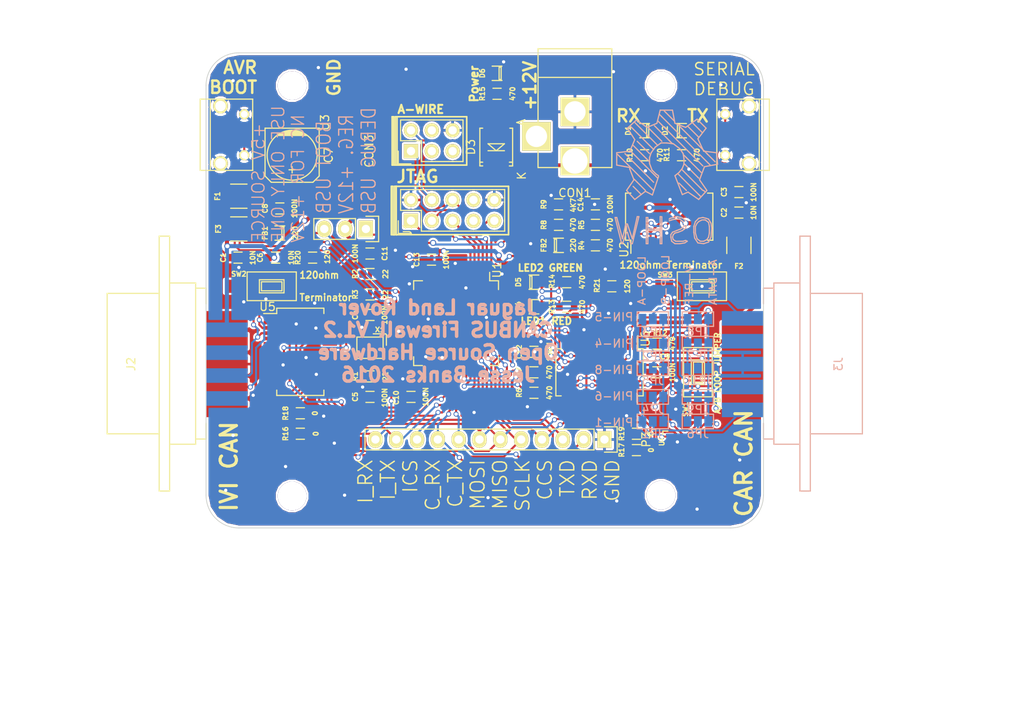
<source format=kicad_pcb>
(kicad_pcb (version 4) (host pcbnew 4.0.0-rc1-stable)
  (layers (0 F.Cu signal) (31 B.Cu signal) (34 B.Paste user) (35 F.Paste user) (36 B.SilkS user) (37 F.SilkS user) (38 B.Mask user) (39 F.Mask user) (44 Edge.Cuts user))
  (net 0 "")
  (net 1 "Net-(C1-Pad1)")
  (net 2 GND)
  (net 3 "Net-(C2-Pad1)")
  (net 4 "Net-(C3-Pad1)")
  (net 5 +12V)
  (net 6 +5V)
  (net 7 LOOP_A)
  (net 8 LOOP_B)
  (net 9 IVI_CANH)
  (net 10 IVI_CANL)
  (net 11 CAR_CANH)
  (net 12 CAR_CANL)
  (net 13 "Net-(J2-Pad6)")
  (net 14 ~RESET/A_DATA)
  (net 15 +3V3)
  (net 16 "Net-(C5-Pad1)")
  (net 17 "Net-(C7-Pad1)")
  (net 18 "Net-(F1-Pad1)")
  (net 19 "Net-(F2-Pad1)")
  (net 20 "Net-(R6-Pad2)")
  (net 21 "Net-(R7-Pad2)")
  (net 22 "Net-(R8-Pad1)")
  (net 23 USB5)
  (net 24 "Net-(D1-Pad2)")
  (net 25 "Net-(D2-Pad2)")
  (net 26 "Net-(D4-Pad2)")
  (net 27 "Net-(D5-Pad2)")
  (net 28 "Net-(D6-Pad2)")
  (net 29 VBUS)
  (net 30 TCK)
  (net 31 TDO)
  (net 32 TMS)
  (net 33 TDI)
  (net 34 "Net-(D1-Pad1)")
  (net 35 "Net-(D2-Pad1)")
  (net 36 LED1)
  (net 37 LED2)
  (net 38 USBM)
  (net 39 USBP)
  (net 40 USB-)
  (net 41 USB+)
  (net 42 IVI_CS)
  (net 43 CAR_CS)
  (net 44 MISO)
  (net 45 MOSI)
  (net 46 SCLK)
  (net 47 IVI_RxCAN)
  (net 48 IVI_TxCAN)
  (net 49 CAR_RxCAN)
  (net 50 CAR_TxCAN)
  (net 51 TX_DBG)
  (net 52 RX_DBG)
  (net 53 CLK1)
  (net 54 "Net-(R1-Pad2)")
  (net 55 CLK2)
  (net 56 CLK3)
  (net 57 CLK3_OUT)
  (net 58 CLK2_OUT)
  (net 59 IVI_STBY)
  (net 60 IVI_INT)
  (net 61 IVI_RESET)
  (net 62 CAR_STBY)
  (net 63 CAR_INT)
  (net 64 CAR_RESET)
  (net 65 "Net-(R16-Pad2)")
  (net 66 "Net-(R17-Pad2)")
  (net 67 "Net-(R18-Pad2)")
  (net 68 "Net-(R19-Pad2)")
  (net 69 "Net-(R20-Pad1)")
  (net 70 "Net-(R21-Pad1)")
  (net 71 "Net-(CON1-Pad3)")
  (net 72 "Net-(CON2-Pad7)")
  (net 73 "Net-(CON2-Pad8)")
  (net 74 "Net-(CON3-Pad3)")
  (net 75 "Net-(CON3-Pad4)")
  (net 76 "Net-(CON3-Pad5)")
  (net 77 "Net-(J2-Pad4)")
  (net 78 "Net-(J2-Pad8)")
  (net 79 "Net-(P1-Pad4)")
  (net 80 "Net-(P2-Pad4)")
  (net 81 "Net-(U1-Pad7)")
  (net 82 "Net-(U1-Pad8)")
  (net 83 "Net-(U1-Pad9)")
  (net 84 "Net-(U1-Pad10)")
  (net 85 "Net-(U1-Pad11)")
  (net 86 "Net-(U1-Pad12)")
  (net 87 "Net-(U1-Pad13)")
  (net 88 "Net-(U1-Pad16)")
  (net 89 "Net-(U1-Pad19)")
  (net 90 "Net-(U1-Pad20)")
  (net 91 "Net-(U1-Pad21)")
  (net 92 "Net-(U1-Pad22)")
  (net 93 "Net-(U1-Pad32)")
  (net 94 "Net-(U1-Pad33)")
  (net 95 "Net-(U1-Pad42)")
  (net 96 "Net-(U1-Pad61)")
  (net 97 "Net-(U1-Pad62)")
  (net 98 "Net-(U1-Pad63)")
  (net 99 "Net-(U2-Pad2)")
  (net 100 "Net-(U2-Pad3)")
  (net 101 "Net-(U2-Pad6)")
  (net 102 "Net-(U2-Pad9)")
  (net 103 "Net-(U2-Pad10)")
  (net 104 "Net-(U2-Pad11)")
  (net 105 "Net-(U2-Pad12)")
  (net 106 "Net-(U2-Pad13)")
  (net 107 "Net-(U2-Pad14)")
  (net 108 "Net-(U2-Pad27)")
  (net 109 "Net-(U2-Pad28)")
  (net 110 "Net-(U4-Pad3)")
  (net 111 "Net-(U4-Pad5)")
  (net 112 "Net-(U5-Pad2)")
  (net 113 IVI_Tx1RTS)
  (net 114 IVI_Tx2RTS)
  (net 115 "Net-(U5-Pad8)")
  (net 116 IVI_Rx1BF)
  (net 117 IVI_Rx0BF)
  (net 118 IVI_Tx0RTS)
  (net 119 "Net-(U5-Pad25)")
  (net 120 "Net-(U6-Pad2)")
  (net 121 CAR_Tx1RTS)
  (net 122 CAR_Tx2RTS)
  (net 123 "Net-(U6-Pad8)")
  (net 124 CAR_Rx1BF)
  (net 125 CAR_Rx0BF)
  (net 126 CAR_Tx0RTS)
  (net 127 "Net-(U6-Pad25)")
  (net 128 "Net-(U1-Pad57)")
  (net 129 "Net-(J2-Pad1)")
  (net 130 "Net-(J2-Pad5)")
  (net 131 B)
  (net 132 A)
  (net 133 C)
  (net 134 D)
  (net 135 E)
  (net 136 "Net-(JP10-Pad1)")
  (net 137 "Net-(R4-Pad2)")
  (net 138 "Net-(R5-Pad2)")
  (module Mounting_Holes:MountingHole_3-5mm (layer F.Cu) (at 95.5 159)
    (fp_text reference REF** hide)
    (fp_text value MountingHole_3-5mm hide)
    (pad 1 thru_hole circle (at 0 0) (size 3.5 3.5) (drill 3.5) (layers))
  )
  (module Mounting_Holes:MountingHole_3-5mm (layer F.Cu) (at 50.5 159.1)
    (fp_text reference REF** hide)
    (fp_text value MountingHole_3-5mm hide)
    (pad 1 thru_hole circle (at 0 0) (size 3.5 3.5) (drill 3.5) (layers))
  )
  (module Mounting_Holes:MountingHole_3-5mm (layer F.Cu) (at 50.5 109)
    (fp_text reference REF** hide)
    (fp_text value MountingHole_3-5mm hide)
    (pad 1 thru_hole circle (at 0 0) (size 3.5 3.5) (drill 3.5) (layers))
  )
  (module Connect:DB9F_CI (layer F.Cu) (at 40 143 90)
    (fp_text reference J2 (at 0 -9.144 90) (layer F.SilkS))
    (fp_text value DB9 hide)
    (pad 4 connect rect (at 2.794 2.54 90) (size 1.778 5.08) (layers F.Cu F.Mask) (net 77 "Net-(J2-Pad4)"))
    (pad 3 connect rect (at 0 2.54 90) (size 1.778 5.08) (layers F.Cu F.Mask) (net 2 GND))
    (pad 2 connect rect (at -2.794 2.54 90) (size 1.778 5.08) (layers F.Cu F.Mask) (net 10 IVI_CANL))
    (pad 1 connect rect (at -5.588 2.54 90) (size 1.778 5.08) (layers F.Cu F.Mask) (net 129 "Net-(J2-Pad1)"))
    (pad 5 connect rect (at 5.588 2.54 90) (size 1.778 5.08) (layers F.Cu F.Mask) (net 130 "Net-(J2-Pad5)"))
    (pad 6 connect rect (at -4.191 2.54 90) (size 1.778 5.08) (layers B.Cu B.Mask) (net 13 "Net-(J2-Pad6)"))
    (pad 7 connect rect (at -1.397 2.54 90) (size 1.778 5.08) (layers B.Cu B.Mask) (net 9 IVI_CANH))
    (pad 8 connect rect (at 1.397 2.54 90) (size 1.778 5.08) (layers B.Cu B.Mask) (net 78 "Net-(J2-Pad8)"))
    (pad 9 connect rect (at 4.191 2.54 90) (size 1.778 5.08) (layers B.Cu B.Mask) (net 5 +12V))
  )
  (module "Custom Parts:R_0603_sm" (layer F.Cu) (at 43.9 130)
    (fp_text reference C1 (at -1.8 0 90) (layer F.SilkS) (effects (font (size 0.6 0.6))))
    (fp_text value 10N (at 1.8 0 90) (layer F.SilkS) (effects (font (size 0.6 0.6))))
    (pad 1 smd rect (at -0.9 0) (size 0.8 0.9) (layers F.Cu F.Paste F.Mask) (net 1 "Net-(C1-Pad1)"))
    (pad 2 smd rect (at 0.9 0) (size 0.8 0.9) (layers F.Cu F.Paste F.Mask) (net 2 GND))
  )
  (module "Custom Parts:R_0603_sm" (layer F.Cu) (at 105 124.5)
    (fp_text reference C2 (at -1.8 0 90) (layer F.SilkS) (effects (font (size 0.6 0.6))))
    (fp_text value 10N (at 1.8 0 90) (layer F.SilkS) (effects (font (size 0.6 0.6))))
    (pad 1 smd rect (at -0.9 0) (size 0.8 0.9) (layers F.Cu F.Paste F.Mask) (net 3 "Net-(C2-Pad1)"))
    (pad 2 smd rect (at 0.9 0) (size 0.8 0.9) (layers F.Cu F.Paste F.Mask) (net 2 GND))
  )
  (module "Custom Parts:R_0603_sm" (layer F.Cu) (at 105 122)
    (fp_text reference C3 (at -1.8 0 90) (layer F.SilkS) (effects (font (size 0.6 0.6))))
    (fp_text value 100N (at 1.8 0 90) (layer F.SilkS) (effects (font (size 0.6 0.6))))
    (pad 1 smd rect (at -0.9 0) (size 0.8 0.9) (layers F.Cu F.Paste F.Mask) (net 4 "Net-(C3-Pad1)"))
    (pad 2 smd rect (at 0.9 0) (size 0.8 0.9) (layers F.Cu F.Paste F.Mask) (net 2 GND))
  )
  (module "Custom Parts:R_0603_sm" (layer F.Cu) (at 60 137 180)
    (fp_text reference C4 (at 1.8 0 270) (layer F.SilkS) (effects (font (size 0.6 0.6))))
    (fp_text value 100N (at -1.8 0 270) (layer F.SilkS) (effects (font (size 0.6 0.6))))
    (pad 1 smd rect (at -0.9 0 180) (size 0.8 0.9) (layers F.Cu F.Paste F.Mask) (net 15 +3V3))
    (pad 2 smd rect (at 0.9 0 180) (size 0.8 0.9) (layers F.Cu F.Paste F.Mask) (net 2 GND))
  )
  (module "Custom Parts:R_0603_sm" (layer F.Cu) (at 60 147 180)
    (fp_text reference C5 (at 1.8 0 270) (layer F.SilkS) (effects (font (size 0.6 0.6))))
    (fp_text value 100N (at -1.8 -0.1 270) (layer F.SilkS) (effects (font (size 0.6 0.6))))
    (pad 1 smd rect (at -0.9 0 180) (size 0.8 0.9) (layers F.Cu F.Paste F.Mask) (net 16 "Net-(C5-Pad1)"))
    (pad 2 smd rect (at 0.9 0 180) (size 0.8 0.9) (layers F.Cu F.Paste F.Mask) (net 2 GND))
  )
  (module "Custom Parts:R_0603_sm" (layer F.Cu) (at 48.5 130)
    (fp_text reference C6 (at -1.9 0 90) (layer F.SilkS) (effects (font (size 0.6 0.6))))
    (fp_text value 10N (at 1.9 0 90) (layer F.SilkS) (effects (font (size 0.6 0.6))))
    (pad 1 smd rect (at -0.9 0) (size 0.8 0.9) (layers F.Cu F.Paste F.Mask) (net 5 +12V))
    (pad 2 smd rect (at 0.9 0) (size 0.8 0.9) (layers F.Cu F.Paste F.Mask) (net 2 GND))
  )
  (module "Custom Parts:R_0603_sm" (layer F.Cu) (at 49 124 180)
    (fp_text reference C8 (at 1.8 0 270) (layer F.SilkS) (effects (font (size 0.6 0.6))))
    (fp_text value 100N (at -1.8 0 270) (layer F.SilkS) (effects (font (size 0.6 0.6))))
    (pad 1 smd rect (at -0.9 0 180) (size 0.8 0.9) (layers F.Cu F.Paste F.Mask) (net 17 "Net-(C7-Pad1)"))
    (pad 2 smd rect (at 0.9 0 180) (size 0.8 0.9) (layers F.Cu F.Paste F.Mask) (net 2 GND))
  )
  (module "Custom Parts:R_0603_sm" (layer F.Cu) (at 95 144 180)
    (fp_text reference C9 (at -1 1.9 360) (layer F.SilkS) (effects (font (size 0.6 0.6))))
    (fp_text value 100N (at -1.9 0 270) (layer F.SilkS) (effects (font (size 0.6 0.6))))
    (pad 1 smd rect (at -0.9 0 180) (size 0.8 0.9) (layers F.Cu F.Paste F.Mask) (net 6 +5V))
    (pad 2 smd rect (at 0.9 0 180) (size 0.8 0.9) (layers F.Cu F.Paste F.Mask) (net 2 GND))
  )
  (module "Custom Parts:R_0603_sm" (layer F.Cu) (at 65 147)
    (fp_text reference C10 (at -1.8 0.1 90) (layer F.SilkS) (effects (font (size 0.6 0.6))))
    (fp_text value 100N (at 1.8 0 90) (layer F.SilkS) (effects (font (size 0.6 0.6))))
    (pad 1 smd rect (at -0.9 0) (size 0.8 0.9) (layers F.Cu F.Paste F.Mask) (net 6 +5V))
    (pad 2 smd rect (at 0.9 0) (size 0.8 0.9) (layers F.Cu F.Paste F.Mask) (net 2 GND))
  )
  (module "Custom Parts:R_0603_sm" (layer F.Cu) (at 60 129.5)
    (fp_text reference C11 (at 1.8 0 90) (layer F.SilkS) (effects (font (size 0.6 0.6))))
    (fp_text value 100N (at -1.8 0 90) (layer F.SilkS) (effects (font (size 0.6 0.6))))
    (pad 1 smd rect (at -0.9 0) (size 0.8 0.9) (layers F.Cu F.Paste F.Mask) (net 6 +5V))
    (pad 2 smd rect (at 0.9 0) (size 0.8 0.9) (layers F.Cu F.Paste F.Mask) (net 2 GND))
  )
  (module "Custom Parts:R_0603_sm" (layer F.Cu) (at 80 141.5)
    (fp_text reference C12 (at -1.8 0 90) (layer F.SilkS) (effects (font (size 0.6 0.6))))
    (fp_text value 100N (at 1.9 0 90) (layer F.SilkS) (effects (font (size 0.6 0.6))))
    (pad 1 smd rect (at -0.9 0) (size 0.8 0.9) (layers F.Cu F.Paste F.Mask) (net 6 +5V))
    (pad 2 smd rect (at 0.9 0) (size 0.8 0.9) (layers F.Cu F.Paste F.Mask) (net 2 GND))
  )
  (module "Custom Parts:R_1210_SM" (layer F.Cu) (at 44 122.5 180)
    (fp_text reference F1 (at 2.6 0 270) (layer F.SilkS) (effects (font (size 0.6 0.6))))
    (fp_text value FUSE hide)
    (pad 1 smd rect (at -1.45 0 180) (size 0.9 2.5) (layers F.Cu F.Paste F.Mask) (net 18 "Net-(F1-Pad1)"))
    (pad 2 smd rect (at 1.45 0 180) (size 0.9 2.5) (layers F.Cu F.Paste F.Mask) (net 1 "Net-(C1-Pad1)"))
  )
  (module "Custom Parts:R_1210_SM" (layer F.Cu) (at 105 128.5 90)
    (fp_text reference F2 (at -2.54 0 180) (layer F.SilkS) (effects (font (size 0.6 0.6))))
    (fp_text value FUSE hide)
    (pad 1 smd rect (at -1.45 0 90) (size 0.9 2.5) (layers F.Cu F.Paste F.Mask) (net 19 "Net-(F2-Pad1)"))
    (pad 2 smd rect (at 1.45 0 90) (size 0.9 2.5) (layers F.Cu F.Paste F.Mask) (net 3 "Net-(C2-Pad1)"))
  )
  (module "Custom Parts:R_1210_SM" (layer F.Cu) (at 44 126.5)
    (fp_text reference F3 (at -2.5 0 90) (layer F.SilkS) (effects (font (size 0.6 0.6))))
    (fp_text value FUSE hide)
    (pad 1 smd rect (at -1.45 0) (size 0.9 2.5) (layers F.Cu F.Paste F.Mask) (net 5 +12V))
    (pad 2 smd rect (at 1.45 0) (size 0.9 2.5) (layers F.Cu F.Paste F.Mask) (net 17 "Net-(C7-Pad1)"))
  )
  (module "Custom Parts:R_0603_sm" (layer F.Cu) (at 80 146.5 180)
    (fp_text reference R6 (at 1.8 0 270) (layer F.SilkS) (effects (font (size 0.6 0.6))))
    (fp_text value 470 (at -1.9 0 270) (layer F.SilkS) (effects (font (size 0.6 0.6))))
    (pad 1 smd rect (at -0.9 0 180) (size 0.8 0.9) (layers F.Cu F.Paste F.Mask) (net 8 LOOP_B))
    (pad 2 smd rect (at 0.9 0 180) (size 0.8 0.9) (layers F.Cu F.Paste F.Mask) (net 20 "Net-(R6-Pad2)"))
  )
  (module "Custom Parts:R_0603_sm" (layer F.Cu) (at 80 144 180)
    (fp_text reference R7 (at 1.8 0 270) (layer F.SilkS) (effects (font (size 0.6 0.6))))
    (fp_text value 470 (at -1.9 0 270) (layer F.SilkS) (effects (font (size 0.6 0.6))))
    (pad 1 smd rect (at -0.9 0 180) (size 0.8 0.9) (layers F.Cu F.Paste F.Mask) (net 7 LOOP_A))
    (pad 2 smd rect (at 0.9 0 180) (size 0.8 0.9) (layers F.Cu F.Paste F.Mask) (net 21 "Net-(R7-Pad2)"))
  )
  (module "Custom Parts:R_0603_sm" (layer F.Cu) (at 83 126 180)
    (fp_text reference R8 (at 1.8 0 270) (layer F.SilkS) (effects (font (size 0.6 0.6))))
    (fp_text value 470 (at -1.8 0 270) (layer F.SilkS) (effects (font (size 0.6 0.6))))
    (pad 1 smd rect (at -0.9 0 180) (size 0.8 0.9) (layers F.Cu F.Paste F.Mask) (net 22 "Net-(R8-Pad1)"))
    (pad 2 smd rect (at 0.9 0 180) (size 0.8 0.9) (layers F.Cu F.Paste F.Mask) (net 23 USB5))
  )
  (module "Custom Parts:R_0603_sm" (layer F.Cu) (at 83 123.5 180)
    (fp_text reference R9 (at 1.8 0 270) (layer F.SilkS) (effects (font (size 0.6 0.6))))
    (fp_text value 4K7 (at -1.8 -0.1 270) (layer F.SilkS) (effects (font (size 0.6 0.6))))
    (pad 1 smd rect (at -0.9 0 180) (size 0.8 0.9) (layers F.Cu F.Paste F.Mask) (net 22 "Net-(R8-Pad1)"))
    (pad 2 smd rect (at 0.9 0 180) (size 0.8 0.9) (layers F.Cu F.Paste F.Mask) (net 2 GND))
  )
  (module "Custom Parts:R_0603_sm" (layer F.Cu) (at 93.5 117.5)
    (fp_text reference R10 (at -1.8 0 90) (layer F.SilkS) (effects (font (size 0.6 0.6))))
    (fp_text value 470 (at 1.9 0 90) (layer F.SilkS) (effects (font (size 0.6 0.6))))
    (pad 1 smd rect (at -0.9 0) (size 0.8 0.9) (layers F.Cu F.Paste F.Mask) (net 24 "Net-(D1-Pad2)"))
    (pad 2 smd rect (at 0.9 0) (size 0.8 0.9) (layers F.Cu F.Paste F.Mask) (net 23 USB5))
  )
  (module "Custom Parts:R_0603_sm" (layer F.Cu) (at 98 117.5 180)
    (fp_text reference R11 (at 1.8 0.1 270) (layer F.SilkS) (effects (font (size 0.6 0.6))))
    (fp_text value 470 (at -1.9 0 270) (layer F.SilkS) (effects (font (size 0.6 0.6))))
    (pad 1 smd rect (at -0.9 0 180) (size 0.8 0.9) (layers F.Cu F.Paste F.Mask) (net 25 "Net-(D2-Pad2)"))
    (pad 2 smd rect (at 0.9 0 180) (size 0.8 0.9) (layers F.Cu F.Paste F.Mask) (net 23 USB5))
  )
  (module "Custom Parts:R_0603_sm" (layer F.Cu) (at 95 140.5 180)
    (fp_text reference R12 (at -0.4 1.3 360) (layer F.SilkS) (effects (font (size 0.6 0.6))))
    (fp_text value 470 (at -1.9 0 270) (layer F.SilkS) (effects (font (size 0.6 0.6))))
    (pad 1 smd rect (at -0.9 0 180) (size 0.8 0.9) (layers F.Cu F.Paste F.Mask) (net 136 "Net-(JP10-Pad1)"))
    (pad 2 smd rect (at 0.9 0 180) (size 0.8 0.9) (layers F.Cu F.Paste F.Mask) (net 6 +5V))
  )
  (module "Custom Parts:R_0603_sm" (layer F.Cu) (at 84 136)
    (fp_text reference R13 (at -1.8 0 90) (layer F.SilkS) (effects (font (size 0.6 0.6))))
    (fp_text value 470 (at 1.9 0 90) (layer F.SilkS) (effects (font (size 0.6 0.6))))
    (pad 1 smd rect (at -0.9 0) (size 0.8 0.9) (layers F.Cu F.Paste F.Mask) (net 26 "Net-(D4-Pad2)"))
    (pad 2 smd rect (at 0.9 0) (size 0.8 0.9) (layers F.Cu F.Paste F.Mask) (net 6 +5V))
  )
  (module "Custom Parts:R_0603_sm" (layer F.Cu) (at 84 133)
    (fp_text reference R14 (at -1.8 -0.1 90) (layer F.SilkS) (effects (font (size 0.6 0.6))))
    (fp_text value 470 (at 1.9 0 90) (layer F.SilkS) (effects (font (size 0.6 0.6))))
    (pad 1 smd rect (at -0.9 0) (size 0.8 0.9) (layers F.Cu F.Paste F.Mask) (net 27 "Net-(D5-Pad2)"))
    (pad 2 smd rect (at 0.9 0) (size 0.8 0.9) (layers F.Cu F.Paste F.Mask) (net 6 +5V))
  )
  (module "Custom Parts:R_0603_sm" (layer F.Cu) (at 75.5 110 180)
    (fp_text reference R15 (at 1.8 0 270) (layer F.SilkS) (effects (font (size 0.6 0.6))))
    (fp_text value 470 (at -1.9 0 270) (layer F.SilkS) (effects (font (size 0.6 0.6))))
    (pad 1 smd rect (at -0.9 0 180) (size 0.8 0.9) (layers F.Cu F.Paste F.Mask) (net 28 "Net-(D6-Pad2)"))
    (pad 2 smd rect (at 0.9 0 180) (size 0.8 0.9) (layers F.Cu F.Paste F.Mask) (net 6 +5V))
  )
  (module Diodes_SMD:D-Pak_TO252AA (layer F.Cu) (at 58.5 118)
    (fp_text reference U3 (at -4 -4.5 90) (layer F.SilkS))
    (fp_text value MC78M05CDT hide)
    (pad 3 smd rect (at 2.18 4.3) (size 1.55 2.78) (layers F.Cu F.Paste F.Mask) (net 6 +5V))
    (pad 4 smd rect (at 0 -2.335) (size 6.74 6.73) (layers F.Cu F.Paste F.Mask) (net 2 GND))
    (pad 1 smd rect (at -2.18 4.3) (size 1.55 2.78) (layers F.Cu F.Paste F.Mask) (net 17 "Net-(C7-Pad1)"))
  )
  (module Housings_SOT-23_SOT-143_TSOT-6:SC-70-6 (layer F.Cu) (at 97.5 152.5 270)
    (fp_text reference U4 (at -0.1 1.9 450) (layer F.SilkS) (effects (font (size 0.6 0.6))))
    (fp_text value SMF05 hide)
    (pad 1 smd rect (at -0.65024 0.94996 270) (size 0.39878 0.7493) (layers F.Cu F.Paste F.Mask) (net 7 LOOP_A))
    (pad 2 smd rect (at 0 0.94996 270) (size 0.39878 0.7493) (layers F.Cu F.Paste F.Mask) (net 2 GND))
    (pad 3 smd rect (at 0.65024 0.94996 270) (size 0.39878 0.7493) (layers F.Cu F.Paste F.Mask) (net 110 "Net-(U4-Pad3)"))
    (pad 4 smd rect (at 0.65024 -0.94996 270) (size 0.39878 0.7493) (layers F.Cu F.Paste F.Mask) (net 14 ~RESET/A_DATA))
    (pad 5 smd rect (at 0 -0.94996 270) (size 0.39878 0.7493) (layers F.Cu F.Paste F.Mask) (net 111 "Net-(U4-Pad5)"))
    (pad 6 smd rect (at -0.65024 -0.94996 270) (size 0.39878 0.7493) (layers F.Cu F.Paste F.Mask) (net 8 LOOP_B))
  )
  (module "Custom Parts:Diode_0805_12" (layer F.Cu) (at 93.5 114.5 180)
    (fp_text reference D1 (at 2 0 450) (layer F.SilkS) (effects (font (size 0.6 0.6))))
    (fp_text value YELLOW hide)
    (pad 1 smd rect (at -0.95 0 180) (size 0.7 1.3) (layers F.Cu F.Paste F.Mask) (net 34 "Net-(D1-Pad1)"))
    (pad 2 smd rect (at 0.95 0 180) (size 0.7 1.3) (layers F.Cu F.Paste F.Mask) (net 24 "Net-(D1-Pad2)"))
  )
  (module "Custom Parts:Diode_0805_12" (layer F.Cu) (at 98 114.5)
    (fp_text reference D2 (at -2 0 270) (layer F.SilkS) (effects (font (size 0.6 0.6))))
    (fp_text value WHITE hide)
    (pad 1 smd rect (at -0.95 0) (size 0.7 1.3) (layers F.Cu F.Paste F.Mask) (net 35 "Net-(D2-Pad1)"))
    (pad 2 smd rect (at 0.95 0) (size 0.7 1.3) (layers F.Cu F.Paste F.Mask) (net 25 "Net-(D2-Pad2)"))
  )
  (module "Custom Parts:Diode_0805_12" (layer F.Cu) (at 80 136)
    (fp_text reference D4 (at -1.9 -0.1 90) (layer F.SilkS) (effects (font (size 0.6 0.6))))
    (fp_text value RED hide)
    (pad 1 smd rect (at -0.95 0) (size 0.7 1.3) (layers F.Cu F.Paste F.Mask) (net 36 LED1))
    (pad 2 smd rect (at 0.95 0) (size 0.7 1.3) (layers F.Cu F.Paste F.Mask) (net 26 "Net-(D4-Pad2)"))
  )
  (module "Custom Parts:Diode_0805_12" (layer F.Cu) (at 80 133)
    (fp_text reference D5 (at -1.9 0 90) (layer F.SilkS) (effects (font (size 0.6 0.6))))
    (fp_text value GREEN hide)
    (pad 1 smd rect (at -0.95 0) (size 0.7 1.3) (layers F.Cu F.Paste F.Mask) (net 37 LED2))
    (pad 2 smd rect (at 0.95 0) (size 0.7 1.3) (layers F.Cu F.Paste F.Mask) (net 27 "Net-(D5-Pad2)"))
  )
  (module "Custom Parts:Diode_0805_12" (layer F.Cu) (at 75.5 107.5 180)
    (fp_text reference D6 (at 1.8 0 270) (layer F.SilkS) (effects (font (size 0.6 0.6))))
    (fp_text value BLUE hide)
    (pad 1 smd rect (at -0.95 0 180) (size 0.7 1.3) (layers F.Cu F.Paste F.Mask) (net 2 GND))
    (pad 2 smd rect (at 0.95 0 180) (size 0.7 1.3) (layers F.Cu F.Paste F.Mask) (net 28 "Net-(D6-Pad2)"))
  )
  (module "Custom Parts:Diode_0805_12_SM" (layer F.Cu) (at 49 127 180)
    (fp_text reference FB1 (at 1.8 0 270) (layer F.SilkS) (effects (font (size 0.6 0.6))))
    (fp_text value 220 (at -1.9 0 270) (layer F.SilkS) (effects (font (size 0.6 0.6))))
    (pad 1 smd rect (at -0.95 0 180) (size 0.7 1.3) (layers F.Cu F.Paste F.Mask) (net 29 VBUS))
    (pad 2 smd rect (at 0.95 0 180) (size 0.7 1.3) (layers F.Cu F.Paste F.Mask) (net 18 "Net-(F1-Pad1)"))
  )
  (module "Custom Parts:Diode_0805_12_SM" (layer F.Cu) (at 83 128.5)
    (fp_text reference FB2 (at -1.8 0 90) (layer F.SilkS) (effects (font (size 0.6 0.6))))
    (fp_text value 220 (at 1.8 0 90) (layer F.SilkS) (effects (font (size 0.6 0.6))))
    (pad 1 smd rect (at -0.95 0) (size 0.7 1.3) (layers F.Cu F.Paste F.Mask) (net 23 USB5))
    (pad 2 smd rect (at 0.95 0) (size 0.7 1.3) (layers F.Cu F.Paste F.Mask) (net 19 "Net-(F2-Pad1)"))
  )
  (module "Custom Parts:USB_Micro-B-DX4R005JJ2R1800" (layer F.Cu) (at 40.5 115 270)
    (fp_text reference P1 hide)
    (fp_text value USB_OTG hide)
    (pad 6 thru_hole circle (at -3.5009 -1.26254) (size 1.8 1.8) (drill 1.3) (layers *.Cu *.Mask F.SilkS) (net 2 GND))
    (pad 1 smd rect (at -1.3009 -4.16254) (size 1.35 0.4) (layers F.Cu F.Paste F.Mask) (net 1 "Net-(C1-Pad1)"))
    (pad 2 smd rect (at -0.6509 -4.16254) (size 1.35 0.4) (layers F.Cu F.Paste F.Mask) (net 38 USBM))
    (pad 3 smd rect (at -0.0009 -4.16254) (size 1.35 0.4) (layers F.Cu F.Paste F.Mask) (net 39 USBP))
    (pad 4 smd rect (at 0.6491 -4.16254) (size 1.35 0.4) (layers F.Cu F.Paste F.Mask) (net 79 "Net-(P1-Pad4)"))
    (pad 5 smd rect (at 1.2991 -4.16254) (size 1.35 0.4) (layers F.Cu F.Paste F.Mask) (net 2 GND))
    (pad 6 thru_hole circle (at -2.5009 -4.16254) (size 1.25 1.25) (drill 0.85) (layers *.Cu *.Mask F.SilkS) (net 2 GND))
    (pad 6 thru_hole circle (at 2.4991 -4.16254) (size 1.25 1.25) (drill 0.85) (layers *.Cu *.Mask F.SilkS) (net 2 GND))
    (pad 6 thru_hole circle (at 3.4991 -1.26254) (size 1.8 1.8) (drill 1.3) (layers *.Cu *.Mask F.SilkS) (net 2 GND))
    (pad 6 smd rect (at -1.65 -1.45 270) (size 1.1 2.1) (layers F.Cu F.Paste F.Mask) (net 2 GND))
    (pad 6 smd rect (at 1.65 -1.45 270) (size 1.1 2.1) (layers F.Cu F.Paste F.Mask) (net 2 GND))
  )
  (module "Custom Parts:USB_Micro-B-DX4R005JJ2R1800" (layer F.Cu) (at 107.5 115 90)
    (fp_text reference P2 hide)
    (fp_text value USB_OTG hide)
    (pad 6 thru_hole circle (at -3.5009 -1.26254 180) (size 1.8 1.8) (drill 1.3) (layers *.Cu *.Mask F.SilkS) (net 2 GND))
    (pad 1 smd rect (at -1.3009 -4.16254 180) (size 1.35 0.4) (layers F.Cu F.Paste F.Mask) (net 3 "Net-(C2-Pad1)"))
    (pad 2 smd rect (at -0.6509 -4.16254 180) (size 1.35 0.4) (layers F.Cu F.Paste F.Mask) (net 40 USB-))
    (pad 3 smd rect (at -0.0009 -4.16254 180) (size 1.35 0.4) (layers F.Cu F.Paste F.Mask) (net 41 USB+))
    (pad 4 smd rect (at 0.6491 -4.16254 180) (size 1.35 0.4) (layers F.Cu F.Paste F.Mask) (net 80 "Net-(P2-Pad4)"))
    (pad 5 smd rect (at 1.2991 -4.16254 180) (size 1.35 0.4) (layers F.Cu F.Paste F.Mask) (net 2 GND))
    (pad 6 thru_hole circle (at -2.5009 -4.16254 180) (size 1.25 1.25) (drill 0.85) (layers *.Cu *.Mask F.SilkS) (net 2 GND))
    (pad 6 thru_hole circle (at 2.4991 -4.16254 180) (size 1.25 1.25) (drill 0.85) (layers *.Cu *.Mask F.SilkS) (net 2 GND))
    (pad 6 thru_hole circle (at 3.4991 -1.26254 180) (size 1.8 1.8) (drill 1.3) (layers *.Cu *.Mask F.SilkS) (net 2 GND))
    (pad 6 smd rect (at -1.65 -1.45 90) (size 1.1 2.1) (layers F.Cu F.Paste F.Mask) (net 2 GND))
    (pad 6 smd rect (at 1.65 -1.45 90) (size 1.1 2.1) (layers F.Cu F.Paste F.Mask) (net 2 GND))
  )
  (module "Custom Parts:R_0603_sm" (layer F.Cu) (at 60 144.5 180)
    (fp_text reference R1 (at 1.8 0 270) (layer F.SilkS) (effects (font (size 0.6 0.6))))
    (fp_text value 22 (at -1.9 0 270) (layer F.SilkS) (effects (font (size 0.6 0.6))))
    (pad 1 smd rect (at -0.9 0 180) (size 0.8 0.9) (layers F.Cu F.Paste F.Mask) (net 53 CLK1))
    (pad 2 smd rect (at 0.9 0 180) (size 0.8 0.9) (layers F.Cu F.Paste F.Mask) (net 54 "Net-(R1-Pad2)"))
  )
  (module "Custom Parts:R_0603_sm" (layer F.Cu) (at 60 132 180)
    (fp_text reference R2 (at 1.8 0 270) (layer F.SilkS) (effects (font (size 0.6 0.6))))
    (fp_text value 22 (at -1.9 0 270) (layer F.SilkS) (effects (font (size 0.6 0.6))))
    (pad 1 smd rect (at -0.9 0 180) (size 0.8 0.9) (layers F.Cu F.Paste F.Mask) (net 55 CLK2))
    (pad 2 smd rect (at 0.9 0 180) (size 0.8 0.9) (layers F.Cu F.Paste F.Mask) (net 54 "Net-(R1-Pad2)"))
  )
  (module "Custom Parts:R_0603_sm" (layer F.Cu) (at 60 134.5)
    (fp_text reference R3 (at -1.8 0 90) (layer F.SilkS) (effects (font (size 0.6 0.6))))
    (fp_text value 22 (at 1.9 0 90) (layer F.SilkS) (effects (font (size 0.6 0.6))))
    (pad 1 smd rect (at -0.9 0) (size 0.8 0.9) (layers F.Cu F.Paste F.Mask) (net 56 CLK3))
    (pad 2 smd rect (at 0.9 0) (size 0.8 0.9) (layers F.Cu F.Paste F.Mask) (net 54 "Net-(R1-Pad2)"))
  )
  (module "Custom Parts:R_0603_sm" (layer F.Cu) (at 87.5 128.5)
    (fp_text reference R4 (at -1.7 0 90) (layer F.SilkS) (effects (font (size 0.6 0.6))))
    (fp_text value 470 (at 1.8 0 90) (layer F.SilkS) (effects (font (size 0.6 0.6))))
    (pad 1 smd rect (at -0.9 0) (size 0.8 0.9) (layers F.Cu F.Paste F.Mask) (net 52 RX_DBG))
    (pad 2 smd rect (at 0.9 0) (size 0.8 0.9) (layers F.Cu F.Paste F.Mask) (net 137 "Net-(R4-Pad2)"))
  )
  (module "Custom Parts:R_0603_sm" (layer F.Cu) (at 87.5 126)
    (fp_text reference R5 (at -1.7 0 90) (layer F.SilkS) (effects (font (size 0.6 0.6))))
    (fp_text value 470 (at 1.8 0 90) (layer F.SilkS) (effects (font (size 0.6 0.6))))
    (pad 1 smd rect (at -0.9 0) (size 0.8 0.9) (layers F.Cu F.Paste F.Mask) (net 51 TX_DBG))
    (pad 2 smd rect (at 0.9 0) (size 0.8 0.9) (layers F.Cu F.Paste F.Mask) (net 138 "Net-(R5-Pad2)"))
  )
  (module Housings_QFP:LQFP-64_10x10mm_Pitch0.5mm (layer F.Cu) (at 70.5 138 270)
    (fp_text reference U1 (at -6.5 -5 270) (layer F.SilkS))
    (fp_text value AT32UC3C hide)
    (pad 1 smd rect (at -5.7 -3.75 270) (size 1 0.25) (layers F.Cu F.Paste F.Mask) (net 30 TCK))
    (pad 2 smd rect (at -5.7 -3.25 270) (size 1 0.25) (layers F.Cu F.Paste F.Mask) (net 33 TDI))
    (pad 3 smd rect (at -5.7 -2.75 270) (size 1 0.25) (layers F.Cu F.Paste F.Mask) (net 31 TDO))
    (pad 4 smd rect (at -5.7 -2.25 270) (size 1 0.25) (layers F.Cu F.Paste F.Mask) (net 32 TMS))
    (pad 5 smd rect (at -5.7 -1.75 270) (size 1 0.25) (layers F.Cu F.Paste F.Mask) (net 6 +5V))
    (pad 6 smd rect (at -5.7 -1.25 270) (size 1 0.25) (layers F.Cu F.Paste F.Mask) (net 2 GND))
    (pad 7 smd rect (at -5.7 -0.75 270) (size 1 0.25) (layers F.Cu F.Paste F.Mask) (net 81 "Net-(U1-Pad7)"))
    (pad 8 smd rect (at -5.7 -0.25 270) (size 1 0.25) (layers F.Cu F.Paste F.Mask) (net 82 "Net-(U1-Pad8)"))
    (pad 9 smd rect (at -5.7 0.25 270) (size 1 0.25) (layers F.Cu F.Paste F.Mask) (net 83 "Net-(U1-Pad9)"))
    (pad 10 smd rect (at -5.7 0.75 270) (size 1 0.25) (layers F.Cu F.Paste F.Mask) (net 84 "Net-(U1-Pad10)"))
    (pad 11 smd rect (at -5.7 1.25 270) (size 1 0.25) (layers F.Cu F.Paste F.Mask) (net 85 "Net-(U1-Pad11)"))
    (pad 12 smd rect (at -5.7 1.75 270) (size 1 0.25) (layers F.Cu F.Paste F.Mask) (net 86 "Net-(U1-Pad12)"))
    (pad 13 smd rect (at -5.7 2.25 270) (size 1 0.25) (layers F.Cu F.Paste F.Mask) (net 87 "Net-(U1-Pad13)"))
    (pad 14 smd rect (at -5.7 2.75 270) (size 1 0.25) (layers F.Cu F.Paste F.Mask) (net 6 +5V))
    (pad 15 smd rect (at -5.7 3.25 270) (size 1 0.25) (layers F.Cu F.Paste F.Mask) (net 2 GND))
    (pad 16 smd rect (at -5.7 3.75 270) (size 1 0.25) (layers F.Cu F.Paste F.Mask) (net 88 "Net-(U1-Pad16)"))
    (pad 17 smd rect (at -3.75 5.7) (size 1 0.25) (layers F.Cu F.Paste F.Mask) (net 2 GND))
    (pad 18 smd rect (at -3.25 5.7) (size 1 0.25) (layers F.Cu F.Paste F.Mask) (net 6 +5V))
    (pad 19 smd rect (at -2.75 5.7) (size 1 0.25) (layers F.Cu F.Paste F.Mask) (net 89 "Net-(U1-Pad19)"))
    (pad 20 smd rect (at -2.25 5.7) (size 1 0.25) (layers F.Cu F.Paste F.Mask) (net 90 "Net-(U1-Pad20)"))
    (pad 21 smd rect (at -1.75 5.7) (size 1 0.25) (layers F.Cu F.Paste F.Mask) (net 91 "Net-(U1-Pad21)"))
    (pad 22 smd rect (at -1.25 5.7) (size 1 0.25) (layers F.Cu F.Paste F.Mask) (net 92 "Net-(U1-Pad22)"))
    (pad 23 smd rect (at -0.75 5.7) (size 1 0.25) (layers F.Cu F.Paste F.Mask) (net 29 VBUS))
    (pad 24 smd rect (at -0.25 5.7) (size 1 0.25) (layers F.Cu F.Paste F.Mask) (net 38 USBM))
    (pad 25 smd rect (at 0.25 5.7) (size 1 0.25) (layers F.Cu F.Paste F.Mask) (net 39 USBP))
    (pad 26 smd rect (at 0.75 5.7) (size 1 0.25) (layers F.Cu F.Paste F.Mask) (net 2 GND))
    (pad 27 smd rect (at 1.25 5.7) (size 1 0.25) (layers F.Cu F.Paste F.Mask) (net 6 +5V))
    (pad 28 smd rect (at 1.75 5.7) (size 1 0.25) (layers F.Cu F.Paste F.Mask) (net 15 +3V3))
    (pad 29 smd rect (at 2.25 5.7) (size 1 0.25) (layers F.Cu F.Paste F.Mask) (net 16 "Net-(C5-Pad1)"))
    (pad 30 smd rect (at 2.75 5.7) (size 1 0.25) (layers F.Cu F.Paste F.Mask) (net 2 GND))
    (pad 31 smd rect (at 3.25 5.7) (size 1 0.25) (layers F.Cu F.Paste F.Mask) (net 53 CLK1))
    (pad 32 smd rect (at 3.75 5.7) (size 1 0.25) (layers F.Cu F.Paste F.Mask) (net 93 "Net-(U1-Pad32)"))
    (pad 33 smd rect (at 5.7 3.75 270) (size 1 0.25) (layers F.Cu F.Paste F.Mask) (net 94 "Net-(U1-Pad33)"))
    (pad 34 smd rect (at 5.7 3.25 270) (size 1 0.25) (layers F.Cu F.Paste F.Mask) (net 60 IVI_INT))
    (pad 35 smd rect (at 5.7 2.75 270) (size 1 0.25) (layers F.Cu F.Paste F.Mask) (net 6 +5V))
    (pad 36 smd rect (at 5.7 2.25 270) (size 1 0.25) (layers F.Cu F.Paste F.Mask) (net 2 GND))
    (pad 37 smd rect (at 5.7 1.75 270) (size 1 0.25) (layers F.Cu F.Paste F.Mask) (net 61 IVI_RESET))
    (pad 38 smd rect (at 5.7 1.25 270) (size 1 0.25) (layers F.Cu F.Paste F.Mask) (net 59 IVI_STBY))
    (pad 39 smd rect (at 5.7 0.75 270) (size 1 0.25) (layers F.Cu F.Paste F.Mask) (net 47 IVI_RxCAN))
    (pad 40 smd rect (at 5.7 0.25 270) (size 1 0.25) (layers F.Cu F.Paste F.Mask) (net 48 IVI_TxCAN))
    (pad 41 smd rect (at 5.7 -0.25 270) (size 1 0.25) (layers F.Cu F.Paste F.Mask) (net 42 IVI_CS))
    (pad 42 smd rect (at 5.7 -0.75 270) (size 1 0.25) (layers F.Cu F.Paste F.Mask) (net 95 "Net-(U1-Pad42)"))
    (pad 43 smd rect (at 5.7 -1.25 270) (size 1 0.25) (layers F.Cu F.Paste F.Mask) (net 21 "Net-(R7-Pad2)"))
    (pad 44 smd rect (at 5.7 -1.75 270) (size 1 0.25) (layers F.Cu F.Paste F.Mask) (net 20 "Net-(R6-Pad2)"))
    (pad 45 smd rect (at 5.7 -2.25 270) (size 1 0.25) (layers F.Cu F.Paste F.Mask) (net 49 CAR_RxCAN))
    (pad 46 smd rect (at 5.7 -2.75 270) (size 1 0.25) (layers F.Cu F.Paste F.Mask) (net 50 CAR_TxCAN))
    (pad 47 smd rect (at 5.7 -3.25 270) (size 1 0.25) (layers F.Cu F.Paste F.Mask) (net 45 MOSI))
    (pad 48 smd rect (at 5.7 -3.75 270) (size 1 0.25) (layers F.Cu F.Paste F.Mask) (net 44 MISO))
    (pad 49 smd rect (at 3.75 -5.7) (size 1 0.25) (layers F.Cu F.Paste F.Mask) (net 46 SCLK))
    (pad 50 smd rect (at 3.25 -5.7) (size 1 0.25) (layers F.Cu F.Paste F.Mask) (net 43 CAR_CS))
    (pad 51 smd rect (at 2.75 -5.7) (size 1 0.25) (layers F.Cu F.Paste F.Mask) (net 6 +5V))
    (pad 52 smd rect (at 2.25 -5.7) (size 1 0.25) (layers F.Cu F.Paste F.Mask) (net 2 GND))
    (pad 53 smd rect (at 1.75 -5.7) (size 1 0.25) (layers F.Cu F.Paste F.Mask) (net 51 TX_DBG))
    (pad 54 smd rect (at 1.25 -5.7) (size 1 0.25) (layers F.Cu F.Paste F.Mask) (net 52 RX_DBG))
    (pad 55 smd rect (at 0.75 -5.7) (size 1 0.25) (layers F.Cu F.Paste F.Mask) (net 64 CAR_RESET))
    (pad 56 smd rect (at 0.25 -5.7) (size 1 0.25) (layers F.Cu F.Paste F.Mask) (net 62 CAR_STBY))
    (pad 57 smd rect (at -0.25 -5.7) (size 1 0.25) (layers F.Cu F.Paste F.Mask) (net 128 "Net-(U1-Pad57)"))
    (pad 58 smd rect (at -0.75 -5.7) (size 1 0.25) (layers F.Cu F.Paste F.Mask) (net 36 LED1))
    (pad 59 smd rect (at -1.25 -5.7) (size 1 0.25) (layers F.Cu F.Paste F.Mask) (net 37 LED2))
    (pad 60 smd rect (at -1.75 -5.7) (size 1 0.25) (layers F.Cu F.Paste F.Mask) (net 63 CAR_INT))
    (pad 61 smd rect (at -2.25 -5.7) (size 1 0.25) (layers F.Cu F.Paste F.Mask) (net 96 "Net-(U1-Pad61)"))
    (pad 62 smd rect (at -2.75 -5.7) (size 1 0.25) (layers F.Cu F.Paste F.Mask) (net 97 "Net-(U1-Pad62)"))
    (pad 63 smd rect (at -3.25 -5.7) (size 1 0.25) (layers F.Cu F.Paste F.Mask) (net 98 "Net-(U1-Pad63)"))
    (pad 64 smd rect (at -3.75 -5.7) (size 1 0.25) (layers F.Cu F.Paste F.Mask) (net 14 ~RESET/A_DATA))
  )
  (module Housings_SSOP:SSOP-28_5.3x10.2mm_Pitch0.65mm (layer F.Cu) (at 96.5 125 90)
    (fp_text reference U2 (at -4 -5.5 90) (layer F.SilkS))
    (fp_text value FT232RL-SSOP hide)
    (pad 1 smd rect (at -3.6 -4.225 90) (size 1.75 0.45) (layers F.Cu F.Paste F.Mask) (net 137 "Net-(R4-Pad2)"))
    (pad 2 smd rect (at -3.6 -3.575 90) (size 1.75 0.45) (layers F.Cu F.Paste F.Mask) (net 99 "Net-(U2-Pad2)"))
    (pad 3 smd rect (at -3.6 -2.925 90) (size 1.75 0.45) (layers F.Cu F.Paste F.Mask) (net 100 "Net-(U2-Pad3)"))
    (pad 4 smd rect (at -3.6 -2.275 90) (size 1.75 0.45) (layers F.Cu F.Paste F.Mask) (net 23 USB5))
    (pad 5 smd rect (at -3.6 -1.625 90) (size 1.75 0.45) (layers F.Cu F.Paste F.Mask) (net 138 "Net-(R5-Pad2)"))
    (pad 6 smd rect (at -3.6 -0.975 90) (size 1.75 0.45) (layers F.Cu F.Paste F.Mask) (net 101 "Net-(U2-Pad6)"))
    (pad 7 smd rect (at -3.6 -0.325 90) (size 1.75 0.45) (layers F.Cu F.Paste F.Mask) (net 2 GND))
    (pad 8 smd rect (at -3.6 0.325 90) (size 1.75 0.45) (layers F.Cu F.Paste F.Mask))
    (pad 9 smd rect (at -3.6 0.975 90) (size 1.75 0.45) (layers F.Cu F.Paste F.Mask) (net 102 "Net-(U2-Pad9)"))
    (pad 10 smd rect (at -3.6 1.625 90) (size 1.75 0.45) (layers F.Cu F.Paste F.Mask) (net 103 "Net-(U2-Pad10)"))
    (pad 11 smd rect (at -3.6 2.275 90) (size 1.75 0.45) (layers F.Cu F.Paste F.Mask) (net 104 "Net-(U2-Pad11)"))
    (pad 12 smd rect (at -3.6 2.925 90) (size 1.75 0.45) (layers F.Cu F.Paste F.Mask) (net 105 "Net-(U2-Pad12)"))
    (pad 13 smd rect (at -3.6 3.575 90) (size 1.75 0.45) (layers F.Cu F.Paste F.Mask) (net 106 "Net-(U2-Pad13)"))
    (pad 14 smd rect (at -3.6 4.225 90) (size 1.75 0.45) (layers F.Cu F.Paste F.Mask) (net 107 "Net-(U2-Pad14)"))
    (pad 15 smd rect (at 3.6 4.225 90) (size 1.75 0.45) (layers F.Cu F.Paste F.Mask) (net 41 USB+))
    (pad 16 smd rect (at 3.6 3.575 90) (size 1.75 0.45) (layers F.Cu F.Paste F.Mask) (net 40 USB-))
    (pad 17 smd rect (at 3.6 2.925 90) (size 1.75 0.45) (layers F.Cu F.Paste F.Mask) (net 4 "Net-(C3-Pad1)"))
    (pad 18 smd rect (at 3.6 2.275 90) (size 1.75 0.45) (layers F.Cu F.Paste F.Mask) (net 2 GND))
    (pad 19 smd rect (at 3.6 1.625 90) (size 1.75 0.45) (layers F.Cu F.Paste F.Mask) (net 22 "Net-(R8-Pad1)"))
    (pad 20 smd rect (at 3.6 0.975 90) (size 1.75 0.45) (layers F.Cu F.Paste F.Mask) (net 23 USB5))
    (pad 21 smd rect (at 3.6 0.325 90) (size 1.75 0.45) (layers F.Cu F.Paste F.Mask) (net 2 GND))
    (pad 22 smd rect (at 3.6 -0.325 90) (size 1.75 0.45) (layers F.Cu F.Paste F.Mask) (net 35 "Net-(D2-Pad1)"))
    (pad 23 smd rect (at 3.6 -0.975 90) (size 1.75 0.45) (layers F.Cu F.Paste F.Mask) (net 34 "Net-(D1-Pad1)"))
    (pad 24 smd rect (at 3.6 -1.625 90) (size 1.75 0.45) (layers F.Cu F.Paste F.Mask))
    (pad 25 smd rect (at 3.6 -2.275 90) (size 1.75 0.45) (layers F.Cu F.Paste F.Mask) (net 2 GND))
    (pad 26 smd rect (at 3.6 -2.925 90) (size 1.75 0.45) (layers F.Cu F.Paste F.Mask) (net 2 GND))
    (pad 27 smd rect (at 3.6 -3.575 90) (size 1.75 0.45) (layers F.Cu F.Paste F.Mask) (net 108 "Net-(U2-Pad27)"))
    (pad 28 smd rect (at 3.6 -4.225 90) (size 1.75 0.45) (layers F.Cu F.Paste F.Mask) (net 109 "Net-(U2-Pad28)"))
  )
  (module Housings_SSOP:SSOP-28_5.3x10.2mm_Pitch0.65mm (layer F.Cu) (at 51.5 141.5)
    (fp_text reference U5 (at -4 -5.5) (layer F.SilkS))
    (fp_text value MCP25625 hide)
    (pad 1 smd rect (at -3.6 -4.225) (size 1.75 0.45) (layers F.Cu F.Paste F.Mask) (net 6 +5V))
    (pad 2 smd rect (at -3.6 -3.575) (size 1.75 0.45) (layers F.Cu F.Paste F.Mask) (net 112 "Net-(U5-Pad2)"))
    (pad 3 smd rect (at -3.6 -2.925) (size 1.75 0.45) (layers F.Cu F.Paste F.Mask) (net 10 IVI_CANL))
    (pad 4 smd rect (at -3.6 -2.275) (size 1.75 0.45) (layers F.Cu F.Paste F.Mask) (net 9 IVI_CANH))
    (pad 5 smd rect (at -3.6 -1.625) (size 1.75 0.45) (layers F.Cu F.Paste F.Mask) (net 59 IVI_STBY))
    (pad 6 smd rect (at -3.6 -0.975) (size 1.75 0.45) (layers F.Cu F.Paste F.Mask) (net 113 IVI_Tx1RTS))
    (pad 7 smd rect (at -3.6 -0.325) (size 1.75 0.45) (layers F.Cu F.Paste F.Mask) (net 114 IVI_Tx2RTS))
    (pad 8 smd rect (at -3.6 0.325) (size 1.75 0.45) (layers F.Cu F.Paste F.Mask) (net 115 "Net-(U5-Pad8)"))
    (pad 9 smd rect (at -3.6 0.975) (size 1.75 0.45) (layers F.Cu F.Paste F.Mask) (net 56 CLK3))
    (pad 10 smd rect (at -3.6 1.625) (size 1.75 0.45) (layers F.Cu F.Paste F.Mask) (net 2 GND))
    (pad 11 smd rect (at -3.6 2.275) (size 1.75 0.45) (layers F.Cu F.Paste F.Mask) (net 116 IVI_Rx1BF))
    (pad 12 smd rect (at -3.6 2.925) (size 1.75 0.45) (layers F.Cu F.Paste F.Mask) (net 117 IVI_Rx0BF))
    (pad 13 smd rect (at -3.6 3.575) (size 1.75 0.45) (layers F.Cu F.Paste F.Mask) (net 60 IVI_INT))
    (pad 14 smd rect (at -3.6 4.225) (size 1.75 0.45) (layers F.Cu F.Paste F.Mask) (net 46 SCLK))
    (pad 15 smd rect (at 3.6 4.225) (size 1.75 0.45) (layers F.Cu F.Paste F.Mask) (net 45 MOSI))
    (pad 16 smd rect (at 3.6 3.575) (size 1.75 0.45) (layers F.Cu F.Paste F.Mask) (net 44 MISO))
    (pad 17 smd rect (at 3.6 2.925) (size 1.75 0.45) (layers F.Cu F.Paste F.Mask) (net 42 IVI_CS))
    (pad 18 smd rect (at 3.6 2.275) (size 1.75 0.45) (layers F.Cu F.Paste F.Mask) (net 61 IVI_RESET))
    (pad 19 smd rect (at 3.6 1.625) (size 1.75 0.45) (layers F.Cu F.Paste F.Mask) (net 6 +5V))
    (pad 20 smd rect (at 3.6 0.975) (size 1.75 0.45) (layers F.Cu F.Paste F.Mask) (net 67 "Net-(R18-Pad2)"))
    (pad 21 smd rect (at 3.6 0.325) (size 1.75 0.45) (layers F.Cu F.Paste F.Mask) (net 65 "Net-(R16-Pad2)"))
    (pad 22 smd rect (at 3.6 -0.325) (size 1.75 0.45) (layers F.Cu F.Paste F.Mask) (net 57 CLK3_OUT))
    (pad 23 smd rect (at 3.6 -0.975) (size 1.75 0.45) (layers F.Cu F.Paste F.Mask) (net 118 IVI_Tx0RTS))
    (pad 24 smd rect (at 3.6 -1.625) (size 1.75 0.45) (layers F.Cu F.Paste F.Mask) (net 48 IVI_TxCAN))
    (pad 25 smd rect (at 3.6 -2.275) (size 1.75 0.45) (layers F.Cu F.Paste F.Mask) (net 119 "Net-(U5-Pad25)"))
    (pad 26 smd rect (at 3.6 -2.925) (size 1.75 0.45) (layers F.Cu F.Paste F.Mask) (net 2 GND))
    (pad 27 smd rect (at 3.6 -3.575) (size 1.75 0.45) (layers F.Cu F.Paste F.Mask) (net 6 +5V))
    (pad 28 smd rect (at 3.6 -4.225) (size 1.75 0.45) (layers F.Cu F.Paste F.Mask) (net 47 IVI_RxCAN))
  )
  (module Housings_SSOP:SSOP-28_5.3x10.2mm_Pitch0.65mm (layer F.Cu) (at 88 144 270)
    (fp_text reference U6 (at -4.1 -5.6 270) (layer F.SilkS))
    (fp_text value MCP25625 hide)
    (pad 1 smd rect (at -3.6 -4.225 270) (size 1.75 0.45) (layers F.Cu F.Paste F.Mask) (net 6 +5V))
    (pad 2 smd rect (at -3.6 -3.575 270) (size 1.75 0.45) (layers F.Cu F.Paste F.Mask) (net 120 "Net-(U6-Pad2)"))
    (pad 3 smd rect (at -3.6 -2.925 270) (size 1.75 0.45) (layers F.Cu F.Paste F.Mask) (net 12 CAR_CANL))
    (pad 4 smd rect (at -3.6 -2.275 270) (size 1.75 0.45) (layers F.Cu F.Paste F.Mask) (net 11 CAR_CANH))
    (pad 5 smd rect (at -3.6 -1.625 270) (size 1.75 0.45) (layers F.Cu F.Paste F.Mask) (net 62 CAR_STBY))
    (pad 6 smd rect (at -3.6 -0.975 270) (size 1.75 0.45) (layers F.Cu F.Paste F.Mask) (net 121 CAR_Tx1RTS))
    (pad 7 smd rect (at -3.6 -0.325 270) (size 1.75 0.45) (layers F.Cu F.Paste F.Mask) (net 122 CAR_Tx2RTS))
    (pad 8 smd rect (at -3.6 0.325 270) (size 1.75 0.45) (layers F.Cu F.Paste F.Mask) (net 123 "Net-(U6-Pad8)"))
    (pad 9 smd rect (at -3.6 0.975 270) (size 1.75 0.45) (layers F.Cu F.Paste F.Mask) (net 55 CLK2))
    (pad 10 smd rect (at -3.6 1.625 270) (size 1.75 0.45) (layers F.Cu F.Paste F.Mask) (net 2 GND))
    (pad 11 smd rect (at -3.6 2.275 270) (size 1.75 0.45) (layers F.Cu F.Paste F.Mask) (net 124 CAR_Rx1BF))
    (pad 12 smd rect (at -3.6 2.925 270) (size 1.75 0.45) (layers F.Cu F.Paste F.Mask) (net 125 CAR_Rx0BF))
    (pad 13 smd rect (at -3.6 3.575 270) (size 1.75 0.45) (layers F.Cu F.Paste F.Mask) (net 63 CAR_INT))
    (pad 14 smd rect (at -3.6 4.225 270) (size 1.75 0.45) (layers F.Cu F.Paste F.Mask) (net 46 SCLK))
    (pad 15 smd rect (at 3.6 4.225 270) (size 1.75 0.45) (layers F.Cu F.Paste F.Mask) (net 45 MOSI))
    (pad 16 smd rect (at 3.6 3.575 270) (size 1.75 0.45) (layers F.Cu F.Paste F.Mask) (net 44 MISO))
    (pad 17 smd rect (at 3.6 2.925 270) (size 1.75 0.45) (layers F.Cu F.Paste F.Mask) (net 43 CAR_CS))
    (pad 18 smd rect (at 3.6 2.275 270) (size 1.75 0.45) (layers F.Cu F.Paste F.Mask) (net 64 CAR_RESET))
    (pad 19 smd rect (at 3.6 1.625 270) (size 1.75 0.45) (layers F.Cu F.Paste F.Mask) (net 6 +5V))
    (pad 20 smd rect (at 3.6 0.975 270) (size 1.75 0.45) (layers F.Cu F.Paste F.Mask) (net 68 "Net-(R19-Pad2)"))
    (pad 21 smd rect (at 3.6 0.325 270) (size 1.75 0.45) (layers F.Cu F.Paste F.Mask) (net 66 "Net-(R17-Pad2)"))
    (pad 22 smd rect (at 3.6 -0.325 270) (size 1.75 0.45) (layers F.Cu F.Paste F.Mask) (net 58 CLK2_OUT))
    (pad 23 smd rect (at 3.6 -0.975 270) (size 1.75 0.45) (layers F.Cu F.Paste F.Mask) (net 126 CAR_Tx0RTS))
    (pad 24 smd rect (at 3.6 -1.625 270) (size 1.75 0.45) (layers F.Cu F.Paste F.Mask) (net 50 CAR_TxCAN))
    (pad 25 smd rect (at 3.6 -2.275 270) (size 1.75 0.45) (layers F.Cu F.Paste F.Mask) (net 127 "Net-(U6-Pad25)"))
    (pad 26 smd rect (at 3.6 -2.925 270) (size 1.75 0.45) (layers F.Cu F.Paste F.Mask) (net 2 GND))
    (pad 27 smd rect (at 3.6 -3.575 270) (size 1.75 0.45) (layers F.Cu F.Paste F.Mask) (net 6 +5V))
    (pad 28 smd rect (at 3.6 -4.225 270) (size 1.75 0.45) (layers F.Cu F.Paste F.Mask) (net 49 CAR_RxCAN))
  )
  (module "Custom Parts:TXC" (layer F.Cu) (at 60 141 180)
    (fp_text reference X1 (at -1.2 2.2 180) (layer F.SilkS) (effects (font (size 0.6 0.6))))
    (fp_text value TXC hide)
    (pad 1 smd rect (at -1.1 0.9 180) (size 1.4 1.2) (layers F.Cu F.Paste F.Mask) (net 15 +3V3))
    (pad 2 smd rect (at 1.1 0.9 180) (size 1.4 1.2) (layers F.Cu F.Paste F.Mask) (net 2 GND))
    (pad 3 smd rect (at 1.1 -0.9 180) (size 1.4 1.2) (layers F.Cu F.Paste F.Mask) (net 54 "Net-(R1-Pad2)"))
    (pad 4 smd rect (at -1.1 -0.9 180) (size 1.4 1.2) (layers F.Cu F.Paste F.Mask) (net 15 +3V3))
  )
  (module "Custom Parts:SW_SPST_FSMSM_SM" (layer F.Cu) (at 100 144 90)
    (fp_text reference SW1 (at -4.5 -1.5 90) (layer F.SilkS) (effects (font (size 0.6 0.6))))
    (fp_text value SPST hide)
    (pad 1 smd rect (at -4.60243 -0.00232 90) (size 2.18 1.6) (layers F.Cu F.Paste F.Mask) (net 8 LOOP_B))
    (pad 2 smd rect (at 4.60243 0.00232 90) (size 2.18 1.6) (layers F.Cu F.Paste F.Mask) (net 7 LOOP_A))
  )
  (module "Custom Parts:R_0603_sm" (layer F.Cu) (at 67.5 130.25 180)
    (fp_text reference C13 (at 1.8 0 270) (layer F.SilkS) (effects (font (size 0.6 0.6))))
    (fp_text value 100N (at -1.8 0 270) (layer F.SilkS) (effects (font (size 0.6 0.6))))
    (pad 1 smd rect (at -0.9 0 180) (size 0.8 0.9) (layers F.Cu F.Paste F.Mask) (net 6 +5V))
    (pad 2 smd rect (at 0.9 0 180) (size 0.8 0.9) (layers F.Cu F.Paste F.Mask) (net 2 GND))
  )
  (module "Custom Parts:R_0603_sm" (layer F.Cu) (at 87.5 123.5 180)
    (fp_text reference C14 (at 1.8 0 270) (layer F.SilkS) (effects (font (size 0.6 0.6))))
    (fp_text value 100N (at -1.8 0 270) (layer F.SilkS) (effects (font (size 0.6 0.6))))
    (pad 1 smd rect (at -0.9 0 180) (size 0.8 0.9) (layers F.Cu F.Paste F.Mask) (net 23 USB5))
    (pad 2 smd rect (at 0.9 0 180) (size 0.8 0.9) (layers F.Cu F.Paste F.Mask) (net 2 GND))
  )
  (module "Custom Parts:R_0603_sm" (layer F.Cu) (at 51.5 151.5 180)
    (fp_text reference R16 (at 1.8 0 270) (layer F.SilkS) (effects (font (size 0.6 0.6))))
    (fp_text value 0 (at -1.9 0 270) (layer F.SilkS) (effects (font (size 0.6 0.6))))
    (pad 1 smd rect (at -0.9 0 180) (size 0.8 0.9) (layers F.Cu F.Paste F.Mask) (net 47 IVI_RxCAN))
    (pad 2 smd rect (at 0.9 0 180) (size 0.8 0.9) (layers F.Cu F.Paste F.Mask) (net 65 "Net-(R16-Pad2)"))
  )
  (module "Custom Parts:R_0603_sm" (layer F.Cu) (at 92.5 153.5 180)
    (fp_text reference R17 (at 1.8 0 270) (layer F.SilkS) (effects (font (size 0.6 0.6))))
    (fp_text value 0 (at -1.8 0 270) (layer F.SilkS) (effects (font (size 0.6 0.6))))
    (pad 1 smd rect (at -0.9 0 180) (size 0.8 0.9) (layers F.Cu F.Paste F.Mask) (net 49 CAR_RxCAN))
    (pad 2 smd rect (at 0.9 0 180) (size 0.8 0.9) (layers F.Cu F.Paste F.Mask) (net 66 "Net-(R17-Pad2)"))
  )
  (module "Custom Parts:R_0603_sm" (layer F.Cu) (at 51.5 149 180)
    (fp_text reference R18 (at 1.8 0 270) (layer F.SilkS) (effects (font (size 0.6 0.6))))
    (fp_text value 0 (at -1.8 0 270) (layer F.SilkS) (effects (font (size 0.6 0.6))))
    (pad 1 smd rect (at -0.9 0 180) (size 0.8 0.9) (layers F.Cu F.Paste F.Mask) (net 48 IVI_TxCAN))
    (pad 2 smd rect (at 0.9 0 180) (size 0.8 0.9) (layers F.Cu F.Paste F.Mask) (net 67 "Net-(R18-Pad2)"))
  )
  (module "Custom Parts:R_0603_sm" (layer F.Cu) (at 92.5 151.5 180)
    (fp_text reference R19 (at 1.8 0 270) (layer F.SilkS) (effects (font (size 0.6 0.6))))
    (fp_text value 0 (at -1.8 0 270) (layer F.SilkS) (effects (font (size 0.6 0.6))))
    (pad 1 smd rect (at -0.9 0 180) (size 0.8 0.9) (layers F.Cu F.Paste F.Mask) (net 50 CAR_TxCAN))
    (pad 2 smd rect (at 0.9 0 180) (size 0.8 0.9) (layers F.Cu F.Paste F.Mask) (net 68 "Net-(R19-Pad2)"))
  )
  (module "Custom Parts:SW_SPST_FSMSM_SM" (layer F.Cu) (at 48 133.5)
    (fp_text reference SW2 (at -4 -1.5) (layer F.SilkS) (effects (font (size 0.6 0.6))))
    (fp_text value SPST hide)
    (pad 1 smd rect (at -4.60243 -0.00232) (size 2.18 1.6) (layers F.Cu F.Paste F.Mask) (net 69 "Net-(R20-Pad1)"))
    (pad 2 smd rect (at 4.60243 0.00232) (size 2.18 1.6) (layers F.Cu F.Paste F.Mask) (net 10 IVI_CANL))
  )
  (module "Custom Parts:SW_SPST_FSMSM_SM" (layer F.Cu) (at 100.5 133.5 180)
    (fp_text reference SW3 (at 4.5 1.4 180) (layer F.SilkS) (effects (font (size 0.6 0.6))))
    (fp_text value SPST hide)
    (pad 1 smd rect (at -4.60243 -0.00232 180) (size 2.18 1.6) (layers F.Cu F.Paste F.Mask) (net 70 "Net-(R21-Pad1)"))
    (pad 2 smd rect (at 4.60243 0.00232 180) (size 2.18 1.6) (layers F.Cu F.Paste F.Mask) (net 12 CAR_CANL))
  )
  (module "Custom Parts:R_0603_sm" (layer F.Cu) (at 53 130)
    (fp_text reference R20 (at -1.8 0 90) (layer F.SilkS) (effects (font (size 0.6 0.6))))
    (fp_text value 120 (at 1.8 -0.1 90) (layer F.SilkS) (effects (font (size 0.6 0.6))))
    (pad 1 smd rect (at -0.9 0) (size 0.8 0.9) (layers F.Cu F.Paste F.Mask) (net 69 "Net-(R20-Pad1)"))
    (pad 2 smd rect (at 0.9 0) (size 0.8 0.9) (layers F.Cu F.Paste F.Mask) (net 9 IVI_CANH))
  )
  (module "Custom Parts:R_0603_sm" (layer F.Cu) (at 89.5 133.5)
    (fp_text reference R21 (at -1.8 -0.1 90) (layer F.SilkS) (effects (font (size 0.6 0.6))))
    (fp_text value 120 (at 1.9 0 90) (layer F.SilkS) (effects (font (size 0.6 0.6))))
    (pad 1 smd rect (at -0.9 0) (size 0.8 0.9) (layers F.Cu F.Paste F.Mask) (net 70 "Net-(R21-Pad1)"))
    (pad 2 smd rect (at 0.9 0) (size 0.8 0.9) (layers F.Cu F.Paste F.Mask) (net 11 CAR_CANH))
  )
  (module Connect:DB9F_CI (layer B.Cu) (at 108 143 90)
    (fp_text reference J3 (at 0 9.144 90) (layer B.SilkS) (effects (justify mirror)))
    (fp_text value DB9)
    (pad 4 connect rect (at 2.794 -2.54 90) (size 1.778 5.08) (layers B.Cu B.Mask) (net 131 B))
    (pad 3 connect rect (at 0 -2.54 90) (size 1.778 5.08) (layers B.Cu B.Mask) (net 2 GND))
    (pad 2 connect rect (at -2.794 -2.54 90) (size 1.778 5.08) (layers B.Cu B.Mask) (net 12 CAR_CANL))
    (pad 1 connect rect (at -5.588 -2.54 90) (size 1.778 5.08) (layers B.Cu B.Mask) (net 132 A))
    (pad 5 connect rect (at 5.588 -2.54 90) (size 1.778 5.08) (layers B.Cu B.Mask) (net 133 C))
    (pad 6 connect rect (at -4.191 -2.54 90) (size 1.778 5.08) (layers F.Cu F.Mask) (net 134 D))
    (pad 7 connect rect (at -1.397 -2.54 90) (size 1.778 5.08) (layers F.Cu F.Mask) (net 11 CAR_CANH))
    (pad 8 connect rect (at 1.397 -2.54 90) (size 1.778 5.08) (layers F.Cu F.Mask) (net 135 E))
    (pad 9 connect rect (at 4.191 -2.54 90) (size 1.778 5.08) (layers F.Cu F.Mask) (net 5 +12V))
  )
  (module Symbols:Symbol_OSHW-Logo_SilkScreen_BIG (layer B.Cu) (at 96.1 98.8 180)
    (fp_text reference REF** hide)
    (fp_text value Symbol_OSHW-Logo_SilkScreen_BIG hide)
  )
  (module Mounting_Holes:MountingHole_3-5mm (layer F.Cu) (at 95.5 109)
    (fp_text reference REF** hide)
    (fp_text value MountingHole_3-5mm hide)
    (pad 1 thru_hole circle (at 0 0) (size 3.5 3.5) (drill 3.5) (layers))
  )
  (module Connect:GS3 (layer B.Cu) (at 94.5 150 270)
    (fp_text reference JP1 (at 1.524 0 540) (layer B.SilkS) (effects (justify mirror)))
    (fp_text value "Matrix A")
    (pad 1 smd rect (at 0 1.27 270) (size 1.27 0.9652) (layers B.Cu B.Paste B.Mask) (net 7 LOOP_A))
    (pad 2 smd rect (at 0 0 270) (size 1.27 0.9652) (layers B.Cu B.Paste B.Mask) (net 132 A))
    (pad 3 smd rect (at 0 -1.27 270) (size 1.27 0.9652) (layers B.Cu B.Paste B.Mask) (net 8 LOOP_B))
  )
  (module Connect:GS3 (layer B.Cu) (at 94.5 140.5 270)
    (fp_text reference JP2 (at 1.524 0 540) (layer B.SilkS) (effects (justify mirror)))
    (fp_text value "Matrix B")
    (pad 1 smd rect (at 0 1.27 270) (size 1.27 0.9652) (layers B.Cu B.Paste B.Mask) (net 7 LOOP_A))
    (pad 2 smd rect (at 0 0 270) (size 1.27 0.9652) (layers B.Cu B.Paste B.Mask) (net 131 B))
    (pad 3 smd rect (at 0 -1.27 270) (size 1.27 0.9652) (layers B.Cu B.Paste B.Mask) (net 8 LOOP_B))
  )
  (module Connect:GS3 (layer B.Cu) (at 94.5 137.5 270)
    (fp_text reference JP3 (at 1.524 0 540) (layer B.SilkS) (effects (justify mirror)))
    (fp_text value "Matrix C")
    (pad 1 smd rect (at 0 1.27 270) (size 1.27 0.9652) (layers B.Cu B.Paste B.Mask) (net 7 LOOP_A))
    (pad 2 smd rect (at 0 0 270) (size 1.27 0.9652) (layers B.Cu B.Paste B.Mask) (net 133 C))
    (pad 3 smd rect (at 0 -1.27 270) (size 1.27 0.9652) (layers B.Cu B.Paste B.Mask) (net 8 LOOP_B))
  )
  (module Connect:GS3 (layer B.Cu) (at 94.5 147 270)
    (fp_text reference JP4 (at 1.524 0 540) (layer B.SilkS) (effects (justify mirror)))
    (fp_text value "Matrix D")
    (pad 1 smd rect (at 0 1.27 270) (size 1.27 0.9652) (layers B.Cu B.Paste B.Mask) (net 7 LOOP_A))
    (pad 2 smd rect (at 0 0 270) (size 1.27 0.9652) (layers B.Cu B.Paste B.Mask) (net 134 D))
    (pad 3 smd rect (at 0 -1.27 270) (size 1.27 0.9652) (layers B.Cu B.Paste B.Mask) (net 8 LOOP_B))
  )
  (module Connect:GS3 (layer B.Cu) (at 94.5 143.5 270)
    (fp_text reference JP5 (at 1.524 0 540) (layer B.SilkS) (effects (justify mirror)))
    (fp_text value "Matrix E")
    (pad 1 smd rect (at 0 1.27 270) (size 1.27 0.9652) (layers B.Cu B.Paste B.Mask) (net 7 LOOP_A))
    (pad 2 smd rect (at 0 0 270) (size 1.27 0.9652) (layers B.Cu B.Paste B.Mask) (net 135 E))
    (pad 3 smd rect (at 0 -1.27 270) (size 1.27 0.9652) (layers B.Cu B.Paste B.Mask) (net 8 LOOP_B))
  )
  (module Connect:GS3 (layer B.Cu) (at 100 150 270)
    (fp_text reference JP6 (at 1.524 0 540) (layer B.SilkS) (effects (justify mirror)))
    (fp_text value "Matrix A")
    (pad 1 smd rect (at 0 1.27 270) (size 1.27 0.9652) (layers B.Cu B.Paste B.Mask) (net 136 "Net-(JP10-Pad1)"))
    (pad 2 smd rect (at 0 0 270) (size 1.27 0.9652) (layers B.Cu B.Paste B.Mask) (net 132 A))
    (pad 3 smd rect (at 0 -1.27 270) (size 1.27 0.9652) (layers B.Cu B.Paste B.Mask) (net 14 ~RESET/A_DATA))
  )
  (module Connect:GS3 (layer B.Cu) (at 100 140.5 270)
    (fp_text reference JP7 (at 1.524 0 540) (layer B.SilkS) (effects (justify mirror)))
    (fp_text value "Matrix B")
    (pad 1 smd rect (at 0 1.27 270) (size 1.27 0.9652) (layers B.Cu B.Paste B.Mask) (net 136 "Net-(JP10-Pad1)"))
    (pad 2 smd rect (at 0 0 270) (size 1.27 0.9652) (layers B.Cu B.Paste B.Mask) (net 131 B))
    (pad 3 smd rect (at 0 -1.27 270) (size 1.27 0.9652) (layers B.Cu B.Paste B.Mask) (net 14 ~RESET/A_DATA))
  )
  (module Connect:GS3 (layer B.Cu) (at 100 137.5 270)
    (fp_text reference JP8 (at 1.524 0 540) (layer B.SilkS) (effects (justify mirror)))
    (fp_text value "Matrix C")
    (pad 1 smd rect (at 0 1.27 270) (size 1.27 0.9652) (layers B.Cu B.Paste B.Mask) (net 136 "Net-(JP10-Pad1)"))
    (pad 2 smd rect (at 0 0 270) (size 1.27 0.9652) (layers B.Cu B.Paste B.Mask) (net 133 C))
    (pad 3 smd rect (at 0 -1.27 270) (size 1.27 0.9652) (layers B.Cu B.Paste B.Mask) (net 14 ~RESET/A_DATA))
  )
  (module Connect:GS3 (layer B.Cu) (at 100 147 270)
    (fp_text reference JP9 (at 1.524 0 540) (layer B.SilkS) (effects (justify mirror)))
    (fp_text value "Matrix D")
    (pad 1 smd rect (at 0 1.27 270) (size 1.27 0.9652) (layers B.Cu B.Paste B.Mask) (net 136 "Net-(JP10-Pad1)"))
    (pad 2 smd rect (at 0 0 270) (size 1.27 0.9652) (layers B.Cu B.Paste B.Mask) (net 134 D))
    (pad 3 smd rect (at 0 -1.27 270) (size 1.27 0.9652) (layers B.Cu B.Paste B.Mask) (net 14 ~RESET/A_DATA))
  )
  (module Connect:GS3 (layer B.Cu) (at 100 143.5 270)
    (fp_text reference JP10 (at 1.524 0 540) (layer B.SilkS) (effects (justify mirror)))
    (fp_text value "Matrix E")
    (pad 1 smd rect (at 0 1.27 270) (size 1.27 0.9652) (layers B.Cu B.Paste B.Mask) (net 136 "Net-(JP10-Pad1)"))
    (pad 2 smd rect (at 0 0 270) (size 1.27 0.9652) (layers B.Cu B.Paste B.Mask) (net 135 E))
    (pad 3 smd rect (at 0 -1.27 270) (size 1.27 0.9652) (layers B.Cu B.Paste B.Mask) (net 14 ~RESET/A_DATA))
  )
  (module Connect:BARREL_JACK (layer F.Cu) (at 85 112 270)
    (fp_text reference CON1 (at 10.09904 0 360) (layer F.SilkS))
    (fp_text value BARREL_JACK hide)
    (pad 1 thru_hole rect (at 6.20014 0 270) (size 3.50012 3.50012) (drill 3.1) (layers *.Cu *.Mask F.SilkS) (net 5 +12V))
    (pad 2 thru_hole rect (at 0.20066 0 270) (size 3.50012 3.50012) (drill 2.6) (layers *.Cu *.Mask F.SilkS) (net 2 GND))
    (pad 3 thru_hole rect (at 3.2004 4.699 270) (size 3.50012 3.50012) (drill 2.6) (layers *.Cu *.Mask F.SilkS) (net 71 "Net-(CON1-Pad3)"))
  )
  (module Pin_Headers:Pin_Header_Straight_2x05 (layer F.Cu) (at 65 125.5 90)
    (fp_text reference CON2 hide)
    (fp_text value AVR-JTAG-10 hide)
    (pad 1 thru_hole rect (at 0 0 90) (size 1.7272 1.7272) (drill 1.016) (layers *.Cu *.Mask F.SilkS) (net 30 TCK))
    (pad 2 thru_hole oval (at 2.54 0 90) (size 1.7272 1.7272) (drill 1.016) (layers *.Cu *.Mask F.SilkS) (net 2 GND))
    (pad 3 thru_hole oval (at 0 2.54 90) (size 1.7272 1.7272) (drill 1.016) (layers *.Cu *.Mask F.SilkS) (net 31 TDO))
    (pad 4 thru_hole oval (at 2.54 2.54 90) (size 1.7272 1.7272) (drill 1.016) (layers *.Cu *.Mask F.SilkS) (net 6 +5V))
    (pad 5 thru_hole oval (at 0 5.08 90) (size 1.7272 1.7272) (drill 1.016) (layers *.Cu *.Mask F.SilkS) (net 32 TMS))
    (pad 6 thru_hole oval (at 2.54 5.08 90) (size 1.7272 1.7272) (drill 1.016) (layers *.Cu *.Mask F.SilkS) (net 14 ~RESET/A_DATA))
    (pad 7 thru_hole oval (at 0 7.62 90) (size 1.7272 1.7272) (drill 1.016) (layers *.Cu *.Mask F.SilkS) (net 72 "Net-(CON2-Pad7)"))
    (pad 8 thru_hole oval (at 2.54 7.62 90) (size 1.7272 1.7272) (drill 1.016) (layers *.Cu *.Mask F.SilkS) (net 73 "Net-(CON2-Pad8)"))
    (pad 9 thru_hole oval (at 0 10.16 90) (size 1.7272 1.7272) (drill 1.016) (layers *.Cu *.Mask F.SilkS) (net 33 TDI))
    (pad 10 thru_hole oval (at 2.54 10.16 90) (size 1.7272 1.7272) (drill 1.016) (layers *.Cu *.Mask F.SilkS) (net 2 GND))
  )
  (module Pin_Headers:Pin_Header_Straight_2x03 (layer F.Cu) (at 65 117 90)
    (fp_text reference CON3 (at 0 -5.1 90) (layer F.SilkS))
    (fp_text value AVR-AW-6 hide)
    (pad 1 thru_hole rect (at 0 0 90) (size 1.7272 1.7272) (drill 1.016) (layers *.Cu *.Mask F.SilkS) (net 14 ~RESET/A_DATA))
    (pad 2 thru_hole oval (at 2.54 0 90) (size 1.7272 1.7272) (drill 1.016) (layers *.Cu *.Mask F.SilkS) (net 6 +5V))
    (pad 3 thru_hole oval (at 0 2.54 90) (size 1.7272 1.7272) (drill 1.016) (layers *.Cu *.Mask F.SilkS) (net 74 "Net-(CON3-Pad3)"))
    (pad 4 thru_hole oval (at 2.54 2.54 90) (size 1.7272 1.7272) (drill 1.016) (layers *.Cu *.Mask F.SilkS) (net 75 "Net-(CON3-Pad4)"))
    (pad 5 thru_hole oval (at 0 5.08 90) (size 1.7272 1.7272) (drill 1.016) (layers *.Cu *.Mask F.SilkS) (net 76 "Net-(CON3-Pad5)"))
    (pad 6 thru_hole oval (at 2.54 5.08 90) (size 1.7272 1.7272) (drill 1.016) (layers *.Cu *.Mask F.SilkS) (net 2 GND))
  )
  (module Diodes_SMD:SMB_Handsoldering (layer F.Cu) (at 75.4 116.5 90)
    (fp_text reference D3 (at 0 -3.1 90) (layer F.SilkS))
    (fp_text value SMBJ16A hide)
    (fp_text user K (at -3.5 3.1 90) (layer F.SilkS))
    (fp_text user A (at 3 3.05 90) (layer F.SilkS))
    (pad 1 smd rect (at -2.70002 0 90) (size 3.50012 2.30124) (layers F.Cu F.Paste F.Mask) (net 5 +12V))
    (pad 2 smd rect (at 2.70002 0 90) (size 3.50012 2.30124) (layers F.Cu F.Paste F.Mask) (net 2 GND))
  )
  (module Pin_Headers:Pin_Header_Straight_1x03 (layer F.Cu) (at 59.5 126.5 270)
    (fp_text reference J1 (at 0 -5.1 270) (layer F.SilkS))
    (fp_text value +5V_SRC hide)
    (pad 1 thru_hole rect (at 0 0 270) (size 2.032 1.7272) (drill 1.016) (layers *.Cu *.Mask F.SilkS) (net 23 USB5))
    (pad 2 thru_hole oval (at 0 2.54 270) (size 2.032 1.7272) (drill 1.016) (layers *.Cu *.Mask F.SilkS) (net 6 +5V))
    (pad 3 thru_hole oval (at 0 5.08 270) (size 2.032 1.7272) (drill 1.016) (layers *.Cu *.Mask F.SilkS) (net 29 VBUS))
  )
  (module Pin_Headers:Pin_Header_Straight_1x12 (layer F.Cu) (at 88.6 152.2 270)
    (fp_text reference P3 (at 0 -5.1 270) (layer F.SilkS))
    (fp_text value "DIAG Port")
    (pad 1 thru_hole rect (at 0 0 270) (size 2.032 1.7272) (drill 1.016) (layers *.Cu *.Mask F.SilkS) (net 2 GND))
    (pad 2 thru_hole oval (at 0 2.54 270) (size 2.032 1.7272) (drill 1.016) (layers *.Cu *.Mask F.SilkS) (net 52 RX_DBG))
    (pad 3 thru_hole oval (at 0 5.08 270) (size 2.032 1.7272) (drill 1.016) (layers *.Cu *.Mask F.SilkS) (net 51 TX_DBG))
    (pad 4 thru_hole oval (at 0 7.62 270) (size 2.032 1.7272) (drill 1.016) (layers *.Cu *.Mask F.SilkS) (net 43 CAR_CS))
    (pad 5 thru_hole oval (at 0 10.16 270) (size 2.032 1.7272) (drill 1.016) (layers *.Cu *.Mask F.SilkS) (net 46 SCLK))
    (pad 6 thru_hole oval (at 0 12.7 270) (size 2.032 1.7272) (drill 1.016) (layers *.Cu *.Mask F.SilkS) (net 44 MISO))
    (pad 7 thru_hole oval (at 0 15.24 270) (size 2.032 1.7272) (drill 1.016) (layers *.Cu *.Mask F.SilkS) (net 45 MOSI))
    (pad 8 thru_hole oval (at 0 17.78 270) (size 2.032 1.7272) (drill 1.016) (layers *.Cu *.Mask F.SilkS) (net 50 CAR_TxCAN))
    (pad 9 thru_hole oval (at 0 20.32 270) (size 2.032 1.7272) (drill 1.016) (layers *.Cu *.Mask F.SilkS) (net 49 CAR_RxCAN))
    (pad 10 thru_hole oval (at 0 22.86 270) (size 2.032 1.7272) (drill 1.016) (layers *.Cu *.Mask F.SilkS) (net 42 IVI_CS))
    (pad 11 thru_hole oval (at 0 25.4 270) (size 2.032 1.7272) (drill 1.016) (layers *.Cu *.Mask F.SilkS) (net 48 IVI_TxCAN))
    (pad 12 thru_hole oval (at 0 27.94 270) (size 2.032 1.7272) (drill 1.016) (layers *.Cu *.Mask F.SilkS) (net 47 IVI_RxCAN))
  )
  (module Capacitors_SMD:c_elec_6.3x5.3 (layer F.Cu) (at 50.5 117.5 270)
    (fp_text reference C7 (at 0 -4.445 270) (layer F.SilkS))
    (fp_text value 47U)
    (pad 1 smd rect (at 2.75082 0 270) (size 3.59918 1.6002) (layers F.Cu F.Paste F.Mask) (net 17 "Net-(C7-Pad1)"))
    (pad 2 smd rect (at -2.75082 0 270) (size 3.59918 1.6002) (layers F.Cu F.Paste F.Mask) (net 2 GND))
  )
  (gr_text "PIN-5\n\nPIN-4\n\nPIN-8\n\nPIN-6\n\nPIN-1" (at 87.3 143.7) (layer B.SilkS) (effects (font (size 1 1)) (justify right mirror)))
  (gr_text "LOOP-A\n\nLOOP-B\n\nV-REF\n\nA-DATA" (at 97.5 135.9 90) (layer B.SilkS) (effects (font (size 0.9 1)) (justify right mirror)))
  (gr_line (start 62.6 127.2) (end 63.3 127.2) (angle 90) (layer F.SilkS) (width 0.2))
  (gr_line (start 62.6 121.3) (end 62.6 127.2) (angle 90) (layer F.SilkS) (width 0.2))
  (gr_line (start 62.8 121.3) (end 62.6 121.3) (angle 90) (layer F.SilkS) (width 0.2))
  (gr_line (start 62.8 127.2) (end 62.8 121.3) (angle 90) (layer F.SilkS) (width 0.2))
  (gr_line (start 63 127.2) (end 62.8 127.2) (angle 90) (layer F.SilkS) (width 0.2))
  (gr_line (start 63 121.3) (end 63 127.2) (angle 90) (layer F.SilkS) (width 0.2))
  (gr_line (start 63.2 121.3) (end 63 121.3) (angle 90) (layer F.SilkS) (width 0.2))
  (gr_line (start 62.7 118.7) (end 63.3 118.7) (angle 90) (layer F.SilkS) (width 0.2))
  (gr_line (start 62.7 112.8) (end 62.7 118.7) (angle 90) (layer F.SilkS) (width 0.2))
  (gr_line (start 62.9 112.8) (end 62.7 112.8) (angle 90) (layer F.SilkS) (width 0.2))
  (gr_line (start 62.9 118.7) (end 62.9 112.8) (angle 90) (layer F.SilkS) (width 0.2))
  (gr_line (start 63.1 118.7) (end 62.9 118.7) (angle 90) (layer F.SilkS) (width 0.2))
  (gr_line (start 63.1 112.8) (end 63.1 118.7) (angle 90) (layer F.SilkS) (width 0.2))
  (gr_line (start 63.3 112.8) (end 63.1 112.8) (angle 90) (layer F.SilkS) (width 0.2))
  (gr_line (start 63.3 112.8) (end 63.3 118.7) (angle 90) (layer F.SilkS) (width 0.2))
  (gr_line (start 71.8 112.8) (end 63.3 112.8) (angle 90) (layer F.SilkS) (width 0.2))
  (gr_line (start 71.8 118.7) (end 71.8 112.8) (angle 90) (layer F.SilkS) (width 0.2))
  (gr_line (start 63.3 118.7) (end 71.8 118.7) (angle 90) (layer F.SilkS) (width 0.2))
  (gr_line (start 63.2 127.2) (end 63.2 121.3) (angle 90) (layer F.SilkS) (width 0.2))
  (gr_line (start 76.9 127.2) (end 63.2 127.2) (angle 90) (layer F.SilkS) (width 0.2))
  (gr_line (start 76.9 121.3) (end 76.9 127.2) (angle 90) (layer F.SilkS) (width 0.2))
  (gr_line (start 63.2 121.3) (end 76.9 121.3) (angle 90) (layer F.SilkS) (width 0.2))
  (gr_text "LED2 GREEN" (at 82 131.25) (layer F.SilkS) (effects (font (size 0.85 0.85) (thickness 0.2125))))
  (gr_text "LED1 RED" (at 81.5 137.75) (layer F.SilkS) (effects (font (size 0.85 0.85) (thickness 0.2125))))
  (gr_text "120ohm Terminator" (at 96.7 130.9) (layer F.SilkS) (effects (font (size 0.85 0.85) (thickness 0.175))))
  (gr_text "120ohm\n\nTerminator" (at 51.3 133.5) (layer F.SilkS) (effects (font (size 0.85 0.8) (thickness 0.175)) (justify left)))
  (gr_text "CAR CAN" (at 105.6 155.1 90) (layer F.SilkS) (effects (font (size 2 2) (thickness 0.375))))
  (gr_text GND (at 55.6 108 90) (layer F.SilkS) (effects (font (size 1.5 1.5) (thickness 0.3))))
  (gr_arc (start 44 159) (end 44 163) (angle 90) (layer Edge.Cuts) (width 0.1))
  (gr_arc (start 44 109) (end 40 109) (angle 90) (layer Edge.Cuts) (width 0.1))
  (gr_arc (start 104 109) (end 104 105) (angle 90) (layer Edge.Cuts) (width 0.1))
  (gr_arc (start 104 159) (end 108 159) (angle 90) (layer Edge.Cuts) (width 0.1))
  (gr_line (start 40 159) (end 40 109) (angle 90) (layer Edge.Cuts) (width 0.1))
  (gr_line (start 108 159) (end 108 109) (angle 90) (layer Edge.Cuts) (width 0.1))
  (gr_line (start 44 163) (end 104 163) (angle 90) (layer Edge.Cuts) (width 0.1))
  (gr_line (start 104 105) (end 44 105) (angle 90) (layer Edge.Cuts) (width 0.1))
  (gr_text Power (at 72.7 108.8 90) (layer F.SilkS) (effects (font (size 1 1) (thickness 0.25))))
  (gr_text "IVI CAN" (at 42.8 155.5 90) (layer F.SilkS) (effects (font (size 2 2) (thickness 0.375))))
  (gr_text "+5V SOURCE\nUSE ONLY ONE\nNC FOR +12V" (at 48.8 128.3 90) (layer B.SilkS) (effects (font (size 1.5 1.5)) (justify right mirror)))
  (gr_text "A/B LOOP JUMPER" (at 102.4 144.1 90) (layer F.SilkS) (effects (font (size 0.7 0.7) (thickness 0.175))))
  (gr_text "Jaguar Land Rover\nCANBUS Firewall V1.2\nOpen Source Hardware\nJesse Banks 2016" (at 68.3 140.2) (layer B.SilkS) (effects (font (size 1.7 1.7) (thickness 0.425)) (justify mirror)))
  (gr_text "BOOT USB\nREG. +12V\nDEBUG USB\n" (at 57.1 124.8 90) (layer B.SilkS) (effects (font (size 1.7 1.5) (thickness 0.1625)) (justify right mirror)))
  (gr_text RX (at 91.5 112.7) (layer F.SilkS) (effects (font (size 1.5 1.5) (thickness 0.3))))
  (gr_text TX (at 100 112.7) (layer F.SilkS) (effects (font (size 1.5 1.5) (thickness 0.3))))
  (gr_text "SERIAL\nDEBUG" (at 103.2 108.2) (layer F.SilkS) (effects (font (size 1.5 1.5) (thickness 0.175))))
  (gr_text "AVR\nBOOT" (at 46.4 108) (layer F.SilkS) (effects (font (size 1.5 1.5) (thickness 0.3)) (justify right)))
  (gr_text +12V (at 79.5 109 90) (layer F.SilkS) (effects (font (size 1.5 1.5) (thickness 0.3))))
  (gr_text JTAG (at 65.8 120.1) (layer F.SilkS) (effects (font (size 1.5 1.5) (thickness 0.3))))
  (gr_text A-WIRE (at 66.2 111.9) (layer F.SilkS) (effects (font (size 1 1) (thickness 0.25))))
  (gr_text "I_RX\nI_TX\nICS\nC_RX\nC_TX\nMOSI\nMISO\nSCLK\nCCS\nTXD\nRXD\nGND" (at 74.5 154.5 90) (layer F.SilkS) (effects (font (size 1.7 1.7) (thickness 0.175)) (justify right)))
  (segment (start 43 130) (end 42.8 130) (width 0.25) (layer F.Cu) (net 1))
  (segment (start 42.8 130) (end 41.6 128.8) (width 0.25) (layer F.Cu) (net 1))
  (segment (start 41.6 128.8) (end 41.6 123.45) (width 0.25) (layer F.Cu) (net 1))
  (segment (start 41.6 123.45) (end 42.55 122.5) (width 0.25) (layer F.Cu) (net 1))
  (segment (start 44.66254 113.6991) (end 43.8009 113.6991) (width 0.25) (layer F.Cu) (net 1))
  (segment (start 43.5 120.4) (end 42.55 121.35) (width 0.25) (layer F.Cu) (net 1))
  (segment (start 43.5 114) (end 43.5 120.4) (width 0.25) (layer F.Cu) (net 1))
  (segment (start 43.8009 113.6991) (end 43.5 114) (width 0.25) (layer F.Cu) (net 1))
  (segment (start 42.55 121.35) (end 42.55 122.5) (width 0.25) (layer F.Cu) (net 1))
  (segment (start 42.55 122.85) (end 42.55 122.5) (width 0.5) (layer F.Cu) (net 1))
  (segment (start 76.3 106.1) (end 89.6 107.2) (width 0.25) (layer B.Cu) (net 2))
  (segment (start 101.7 110) (end 101 110) (width 0.25) (layer B.Cu) (net 2))
  (segment (start 102.8 108.9) (end 101.7 110) (width 0.25) (layer B.Cu) (net 2))
  (via (at 102.8 108.9) (size 0.6) (drill 0.4) (layers F.Cu B.Cu) (net 2))
  (segment (start 100.1 106.2) (end 102.8 108.9) (width 0.25) (layer F.Cu) (net 2))
  (segment (start 90.8 106.2) (end 100.1 106.2) (width 0.25) (layer F.Cu) (net 2))
  (segment (start 89.7 107.3) (end 90.8 106.2) (width 0.25) (layer F.Cu) (net 2))
  (via (at 89.7 107.3) (size 0.6) (drill 0.4) (layers F.Cu B.Cu) (net 2))
  (segment (start 89.6 107.2) (end 89.7 107.3) (width 0.25) (layer B.Cu) (net 2))
  (segment (start 76.3 106.1) (end 64.6 107.2) (width 0.25) (layer F.Cu) (net 2))
  (segment (start 44.3 109.4) (end 44.3 109.5) (width 0.25) (layer B.Cu) (net 2))
  (segment (start 43.3 108.4) (end 44.3 109.4) (width 0.25) (layer B.Cu) (net 2))
  (via (at 43.3 108.4) (size 0.6) (drill 0.4) (layers F.Cu B.Cu) (net 2))
  (segment (start 45.7 106) (end 43.3 108.4) (width 0.25) (layer F.Cu) (net 2))
  (segment (start 52.9 106) (end 45.7 106) (width 0.25) (layer F.Cu) (net 2))
  (segment (start 53.7 106.8) (end 52.9 106) (width 0.25) (layer F.Cu) (net 2))
  (via (at 53.7 106.8) (size 0.6) (drill 0.4) (layers F.Cu B.Cu) (net 2))
  (segment (start 64.2 106.8) (end 53.7 106.8) (width 0.25) (layer B.Cu) (net 2))
  (segment (start 64.4 107) (end 64.2 106.8) (width 0.25) (layer B.Cu) (net 2))
  (via (at 64.4 107) (size 0.6) (drill 0.4) (layers F.Cu B.Cu) (net 2))
  (segment (start 64.6 107.2) (end 64.4 107) (width 0.25) (layer F.Cu) (net 2))
  (segment (start 76.45 107.5) (end 76.45 105.95) (width 0.25) (layer F.Cu) (net 2))
  (segment (start 76.2 106.2) (end 75.9 107.1) (width 0.25) (layer B.Cu) (net 2))
  (segment (start 76.3 106.1) (end 76.2 106.2) (width 0.25) (layer B.Cu) (net 2))
  (via (at 76.3 106.1) (size 0.6) (drill 0.4) (layers F.Cu B.Cu) (net 2))
  (segment (start 76.45 105.95) (end 76.3 106.1) (width 0.25) (layer F.Cu) (net 2))
  (segment (start 44.9 130) (end 44.9 130.9) (width 0.25) (layer F.Cu) (net 2))
  (segment (start 43.8 131.4) (end 43.5 131.4) (width 0.25) (layer B.Cu) (net 2))
  (segment (start 44 131.2) (end 43.8 131.4) (width 0.25) (layer B.Cu) (net 2))
  (via (at 44 131.2) (size 0.6) (drill 0.4) (layers F.Cu B.Cu) (net 2))
  (segment (start 44.6 131.2) (end 44 131.2) (width 0.25) (layer F.Cu) (net 2))
  (segment (start 44.9 130.9) (end 44.6 131.2) (width 0.25) (layer F.Cu) (net 2))
  (segment (start 79.6 128.3) (end 79.6 128.5) (width 0.25) (layer B.Cu) (net 2))
  (segment (start 76.1 132) (end 76.5 132) (width 0.25) (layer F.Cu) (net 2))
  (via (at 76.1 132) (size 0.6) (drill 0.4) (layers F.Cu B.Cu) (net 2))
  (segment (start 79.6 128.5) (end 76.1 132) (width 0.25) (layer B.Cu) (net 2))
  (segment (start 75.16 122.96) (end 76.36 122.96) (width 0.25) (layer B.Cu) (net 2))
  (segment (start 79.5 128.2) (end 79.1 128.2) (width 0.25) (layer F.Cu) (net 2))
  (segment (start 79.6 128.3) (end 79.5 128.2) (width 0.25) (layer F.Cu) (net 2))
  (via (at 79.6 128.3) (size 0.6) (drill 0.4) (layers F.Cu B.Cu) (net 2))
  (segment (start 79.6 126.2) (end 79.6 128.3) (width 0.25) (layer B.Cu) (net 2))
  (segment (start 76.36 122.96) (end 79.6 126.2) (width 0.25) (layer B.Cu) (net 2))
  (segment (start 80.85 140.25) (end 76.2 140.25) (width 0.25) (layer F.Cu) (net 2))
  (segment (start 79.2 148.2) (end 83.15 144.25) (width 0.25) (layer B.Cu) (net 2))
  (segment (start 84.2 144.25) (end 84.35 144.1) (width 0.25) (layer F.Cu) (net 2))
  (segment (start 84.1 144.25) (end 84.2 144.25) (width 0.25) (layer F.Cu) (net 2))
  (via (at 84.1 144.25) (size 0.6) (drill 0.4) (layers F.Cu B.Cu) (net 2))
  (segment (start 83.15 144.25) (end 84.1 144.25) (width 0.25) (layer B.Cu) (net 2))
  (segment (start 53.45 144.25) (end 52.2 143) (width 0.25) (layer B.Cu) (net 2))
  (segment (start 52.3 142.2) (end 52.5 142) (width 0.25) (layer F.Cu) (net 2))
  (segment (start 52.2 142.2) (end 52.3 142.2) (width 0.25) (layer F.Cu) (net 2))
  (via (at 52.2 142.2) (size 0.6) (drill 0.4) (layers F.Cu B.Cu) (net 2))
  (segment (start 52.2 143) (end 52.2 142.2) (width 0.25) (layer B.Cu) (net 2))
  (segment (start 54.35 149.35) (end 53.2 148.2) (width 0.25) (layer F.Cu) (net 2))
  (segment (start 53.45 144.25) (end 53.45 144.05) (width 0.25) (layer B.Cu) (net 2))
  (via (at 53.45 144.25) (size 0.6) (drill 0.4) (layers F.Cu B.Cu) (net 2))
  (segment (start 53.2 144.5) (end 53.45 144.25) (width 0.25) (layer F.Cu) (net 2))
  (segment (start 53.2 148.2) (end 53.2 144.5) (width 0.25) (layer F.Cu) (net 2))
  (segment (start 55.65 152.65) (end 55.65 150.65) (width 0.25) (layer B.Cu) (net 2))
  (segment (start 54.05 149.05) (end 54.05 148.8) (width 0.25) (layer F.Cu) (net 2))
  (segment (start 54.35 149.35) (end 54.05 149.05) (width 0.25) (layer F.Cu) (net 2))
  (via (at 54.35 149.35) (size 0.6) (drill 0.4) (layers F.Cu B.Cu) (net 2))
  (segment (start 55.65 150.65) (end 54.35 149.35) (width 0.25) (layer B.Cu) (net 2))
  (segment (start 56.9 159) (end 56.9 153.9) (width 0.25) (layer B.Cu) (net 2))
  (segment (start 55.6 152.6) (end 55.35 152.6) (width 0.25) (layer F.Cu) (net 2))
  (segment (start 55.65 152.65) (end 55.6 152.6) (width 0.25) (layer F.Cu) (net 2))
  (via (at 55.65 152.65) (size 0.6) (drill 0.4) (layers F.Cu B.Cu) (net 2))
  (segment (start 56.9 153.9) (end 55.65 152.65) (width 0.25) (layer B.Cu) (net 2))
  (segment (start 42.54 143) (end 45.75 143) (width 0.25) (layer F.Cu) (net 2))
  (segment (start 45.8 146.85) (end 45.8 147) (width 0.25) (layer B.Cu) (net 2))
  (segment (start 45.75 146.8) (end 45.8 146.85) (width 0.25) (layer B.Cu) (net 2))
  (via (at 45.75 146.8) (size 0.6) (drill 0.4) (layers F.Cu B.Cu) (net 2))
  (segment (start 46.05 146.5) (end 45.75 146.8) (width 0.25) (layer F.Cu) (net 2))
  (segment (start 46.05 143.3) (end 46.05 146.5) (width 0.25) (layer F.Cu) (net 2))
  (segment (start 45.75 143) (end 46.05 143.3) (width 0.25) (layer F.Cu) (net 2))
  (segment (start 80.9 141.5) (end 80.9 140.3) (width 0.25) (layer F.Cu) (net 2))
  (segment (start 80.8 140.2) (end 80.4 140.2) (width 0.25) (layer B.Cu) (net 2))
  (segment (start 80.85 140.25) (end 80.8 140.2) (width 0.25) (layer B.Cu) (net 2))
  (via (at 80.85 140.25) (size 0.6) (drill 0.4) (layers F.Cu B.Cu) (net 2))
  (segment (start 80.9 140.3) (end 80.85 140.25) (width 0.25) (layer F.Cu) (net 2))
  (segment (start 47.3 135.05) (end 52.75 135.05) (width 0.25) (layer B.Cu) (net 2))
  (segment (start 53.25 135.55) (end 53.05 135.55) (width 0.25) (layer F.Cu) (net 2))
  (via (at 53.25 135.55) (size 0.6) (drill 0.4) (layers F.Cu B.Cu) (net 2))
  (segment (start 52.75 135.05) (end 53.25 135.55) (width 0.25) (layer B.Cu) (net 2))
  (segment (start 97.4 145) (end 97.25 144.85) (width 0.25) (layer B.Cu) (net 2))
  (segment (start 97.15 134.8) (end 97.25 134.7) (width 0.25) (layer F.Cu) (net 2))
  (segment (start 97.15 134.85) (end 97.15 134.8) (width 0.25) (layer F.Cu) (net 2))
  (via (at 97.15 134.85) (size 0.6) (drill 0.4) (layers F.Cu B.Cu) (net 2))
  (segment (start 97.25 134.95) (end 97.15 134.85) (width 0.25) (layer B.Cu) (net 2))
  (segment (start 97.25 144.85) (end 97.25 134.95) (width 0.25) (layer B.Cu) (net 2))
  (segment (start 102.5 143) (end 102.5 144.2) (width 0.25) (layer F.Cu) (net 2))
  (segment (start 102.4 144.3) (end 102.4 144.1) (width 0.25) (layer B.Cu) (net 2))
  (segment (start 102.35 144.35) (end 102.4 144.3) (width 0.25) (layer B.Cu) (net 2))
  (via (at 102.35 144.35) (size 0.6) (drill 0.4) (layers F.Cu B.Cu) (net 2))
  (segment (start 102.5 144.2) (end 102.35 144.35) (width 0.25) (layer F.Cu) (net 2))
  (segment (start 66.6 146.6) (end 65.8 146.6) (width 0.25) (layer B.Cu) (net 2))
  (via (at 66.6 146.6) (size 0.6) (drill 0.4) (layers F.Cu B.Cu) (net 2))
  (segment (start 66.2 147) (end 66.6 146.6) (width 0.25) (layer F.Cu) (net 2))
  (segment (start 64.2 144.6) (end 64.5 144.6) (width 0.25) (layer F.Cu) (net 2))
  (segment (start 64 144.8) (end 64.2 144.6) (width 0.25) (layer F.Cu) (net 2))
  (via (at 64 144.8) (size 0.6) (drill 0.4) (layers F.Cu B.Cu) (net 2))
  (segment (start 65.8 146.6) (end 64 144.8) (width 0.25) (layer B.Cu) (net 2))
  (segment (start 71.7 133.7) (end 71.7 134.8) (width 0.25) (layer B.Cu) (net 2))
  (via (at 71.7 133.7) (size 0.6) (drill 0.4) (layers F.Cu B.Cu) (net 2))
  (segment (start 71.75 133.65) (end 71.7 133.7) (width 0.25) (layer F.Cu) (net 2))
  (segment (start 71.75 132.3) (end 71.75 133.65) (width 0.25) (layer F.Cu) (net 2))
  (segment (start 67.1 137.5) (end 67.6 138) (width 0.25) (layer B.Cu) (net 2))
  (via (at 67.1 137.5) (size 0.6) (drill 0.4) (layers F.Cu B.Cu) (net 2))
  (segment (start 74 137.5) (end 67.1 137.5) (width 0.25) (layer F.Cu) (net 2))
  (segment (start 74.2 137.3) (end 74 137.5) (width 0.25) (layer F.Cu) (net 2))
  (via (at 74.2 137.3) (size 0.6) (drill 0.4) (layers F.Cu B.Cu) (net 2))
  (segment (start 71.7 134.8) (end 74.2 137.3) (width 0.25) (layer B.Cu) (net 2))
  (segment (start 49.4 143.1) (end 49.4 143.4) (width 0.25) (layer B.Cu) (net 2))
  (segment (start 49.375 143.125) (end 49.4 143.1) (width 0.25) (layer F.Cu) (net 2))
  (via (at 49.4 143.1) (size 0.6) (drill 0.4) (layers F.Cu B.Cu) (net 2))
  (segment (start 47.9 143.125) (end 49.375 143.125) (width 0.25) (layer F.Cu) (net 2))
  (segment (start 45.8 149.2) (end 43.3 151.7) (width 0.25) (layer B.Cu) (net 2))
  (segment (start 45.8 147) (end 45.8 149.2) (width 0.25) (layer B.Cu) (net 2))
  (segment (start 49.4 143.4) (end 45.8 147) (width 0.25) (layer B.Cu) (net 2))
  (segment (start 97.5 152.5) (end 99.7 154.7) (width 0.25) (layer B.Cu) (net 2))
  (segment (start 43.3 151.7) (end 44.4 151.7) (width 0.25) (layer B.Cu) (net 2))
  (via (at 43.3 151.7) (size 0.6) (drill 0.4) (layers F.Cu B.Cu) (net 2))
  (segment (start 43.3 157.5) (end 43.3 151.7) (width 0.25) (layer F.Cu) (net 2))
  (segment (start 42.4 158.4) (end 43.3 157.5) (width 0.25) (layer F.Cu) (net 2))
  (via (at 42.4 158.4) (size 0.6) (drill 0.4) (layers F.Cu B.Cu) (net 2))
  (segment (start 46.8 158.4) (end 42.4 158.4) (width 0.25) (layer B.Cu) (net 2))
  (segment (start 49.7 155.5) (end 46.8 158.4) (width 0.25) (layer B.Cu) (net 2))
  (via (at 49.7 155.5) (size 0.6) (drill 0.4) (layers F.Cu B.Cu) (net 2))
  (segment (start 53.4 155.5) (end 49.7 155.5) (width 0.25) (layer F.Cu) (net 2))
  (segment (start 56.9 159) (end 53.4 155.5) (width 0.25) (layer F.Cu) (net 2))
  (via (at 56.9 159) (size 0.6) (drill 0.4) (layers F.Cu B.Cu) (net 2))
  (segment (start 74.1 159) (end 56.9 159) (width 0.25) (layer B.Cu) (net 2))
  (segment (start 74.4 159.3) (end 74.1 159) (width 0.25) (layer B.Cu) (net 2))
  (via (at 74.4 159.3) (size 0.6) (drill 0.4) (layers F.Cu B.Cu) (net 2))
  (segment (start 89.7 159.3) (end 74.4 159.3) (width 0.25) (layer F.Cu) (net 2))
  (segment (start 90.1 159.7) (end 89.7 159.3) (width 0.25) (layer F.Cu) (net 2))
  (via (at 90.1 159.7) (size 0.6) (drill 0.4) (layers F.Cu B.Cu) (net 2))
  (segment (start 92.1 161.7) (end 90.1 159.7) (width 0.25) (layer B.Cu) (net 2))
  (segment (start 97.9 161.7) (end 92.1 161.7) (width 0.25) (layer B.Cu) (net 2))
  (segment (start 98.9 160.7) (end 97.9 161.7) (width 0.25) (layer B.Cu) (net 2))
  (segment (start 99.9 160.7) (end 98.9 160.7) (width 0.25) (layer B.Cu) (net 2))
  (via (at 99.9 160.7) (size 0.6) (drill 0.4) (layers F.Cu B.Cu) (net 2))
  (segment (start 105.1 155.5) (end 99.9 160.7) (width 0.25) (layer F.Cu) (net 2))
  (segment (start 105.1 154.7) (end 105.1 155.5) (width 0.25) (layer F.Cu) (net 2))
  (via (at 105.1 154.7) (size 0.6) (drill 0.4) (layers F.Cu B.Cu) (net 2))
  (segment (start 99.7 154.7) (end 105.1 154.7) (width 0.25) (layer B.Cu) (net 2))
  (segment (start 79.2 148.2) (end 78.5 148.9) (width 0.25) (layer B.Cu) (net 2))
  (segment (start 72.7 148.7) (end 72.5 148.5) (width 0.25) (layer F.Cu) (net 2))
  (segment (start 72.7 148.9) (end 72.7 148.7) (width 0.25) (layer F.Cu) (net 2))
  (via (at 72.7 148.9) (size 0.6) (drill 0.4) (layers F.Cu B.Cu) (net 2))
  (segment (start 78.5 148.9) (end 72.7 148.9) (width 0.25) (layer B.Cu) (net 2))
  (segment (start 88.6 152.2) (end 84.6 148.2) (width 0.25) (layer B.Cu) (net 2))
  (segment (start 79 148.2) (end 78.8 148) (width 0.25) (layer F.Cu) (net 2))
  (segment (start 79.2 148.2) (end 79 148.2) (width 0.25) (layer F.Cu) (net 2))
  (via (at 79.2 148.2) (size 0.6) (drill 0.4) (layers F.Cu B.Cu) (net 2))
  (segment (start 84.6 148.2) (end 79.2 148.2) (width 0.25) (layer B.Cu) (net 2))
  (segment (start 47.3 135.05) (end 44.9 135.1) (width 0.25) (layer B.Cu) (net 2))
  (segment (start 44.6 135.4) (end 43.6 135.4) (width 0.25) (layer F.Cu) (net 2))
  (via (at 44.6 135.4) (size 0.6) (drill 0.4) (layers F.Cu B.Cu) (net 2))
  (segment (start 44.9 135.1) (end 44.6 135.4) (width 0.25) (layer B.Cu) (net 2))
  (segment (start 51 138.1) (end 51 135.4) (width 0.25) (layer B.Cu) (net 2))
  (segment (start 47.3 135.05) (end 50.1 135.1) (width 0.25) (layer F.Cu) (net 2))
  (via (at 47.3 135.05) (size 0.6) (drill 0.4) (layers F.Cu B.Cu) (net 2))
  (segment (start 51 135.4) (end 47.3 135.05) (width 0.25) (layer B.Cu) (net 2))
  (segment (start 53.4 138.6) (end 51.5 138.6) (width 0.25) (layer B.Cu) (net 2))
  (segment (start 50.8 138.3) (end 50.8 138.5) (width 0.25) (layer F.Cu) (net 2))
  (segment (start 51 138.1) (end 50.8 138.3) (width 0.25) (layer F.Cu) (net 2))
  (via (at 51 138.1) (size 0.6) (drill 0.4) (layers F.Cu B.Cu) (net 2))
  (segment (start 51.5 138.6) (end 51 138.1) (width 0.25) (layer B.Cu) (net 2))
  (segment (start 65.9 147) (end 66.2 147) (width 0.25) (layer F.Cu) (net 2))
  (segment (start 59.1 147) (end 59.1 145.8) (width 0.25) (layer F.Cu) (net 2))
  (segment (start 59 145.7) (end 58.8 145.7) (width 0.25) (layer B.Cu) (net 2))
  (segment (start 59.1 145.8) (end 59 145.7) (width 0.25) (layer B.Cu) (net 2))
  (via (at 59.1 145.8) (size 0.6) (drill 0.4) (layers F.Cu B.Cu) (net 2))
  (segment (start 66.6 130.25) (end 66.6 131.1) (width 0.25) (layer F.Cu) (net 2))
  (segment (start 71.3 130.6) (end 70.5 130.6) (width 0.25) (layer F.Cu) (net 2))
  (segment (start 71.75 131.05) (end 71.3 130.6) (width 0.25) (layer F.Cu) (net 2))
  (segment (start 71.75 132.3) (end 71.75 131.05) (width 0.25) (layer F.Cu) (net 2))
  (segment (start 70.4 130.7) (end 70.2 130.7) (width 0.25) (layer B.Cu) (net 2))
  (via (at 70.4 130.7) (size 0.6) (drill 0.4) (layers F.Cu B.Cu) (net 2))
  (segment (start 70.5 130.6) (end 70.4 130.7) (width 0.25) (layer F.Cu) (net 2))
  (segment (start 64.8 134.25) (end 64.8 133.2) (width 0.25) (layer F.Cu) (net 2))
  (segment (start 64.8 138.75) (end 63.75 138.75) (width 0.25) (layer F.Cu) (net 2))
  (segment (start 63.2 138.7) (end 62.9 138.7) (width 0.25) (layer B.Cu) (net 2))
  (segment (start 63.5 139) (end 63.2 138.7) (width 0.25) (layer B.Cu) (net 2))
  (via (at 63.5 139) (size 0.6) (drill 0.4) (layers F.Cu B.Cu) (net 2))
  (segment (start 63.75 138.75) (end 63.5 139) (width 0.25) (layer F.Cu) (net 2))
  (segment (start 68.25 143.7) (end 68.25 142.75) (width 0.25) (layer F.Cu) (net 2))
  (segment (start 68.8 142.2) (end 69 142) (width 0.25) (layer B.Cu) (net 2))
  (via (at 68.8 142.2) (size 0.6) (drill 0.4) (layers F.Cu B.Cu) (net 2))
  (segment (start 68.25 142.75) (end 68.8 142.2) (width 0.25) (layer F.Cu) (net 2))
  (segment (start 90.925 147.6) (end 90.925 148.925) (width 0.25) (layer F.Cu) (net 2))
  (segment (start 91.4 149.4) (end 91.6 149.4) (width 0.25) (layer B.Cu) (net 2))
  (segment (start 91.3 149.3) (end 91.4 149.4) (width 0.25) (layer B.Cu) (net 2))
  (via (at 91.3 149.3) (size 0.6) (drill 0.4) (layers F.Cu B.Cu) (net 2))
  (segment (start 90.925 148.925) (end 91.3 149.3) (width 0.25) (layer F.Cu) (net 2))
  (segment (start 94.1 144) (end 92.4 144) (width 0.25) (layer F.Cu) (net 2))
  (segment (start 91.5 144.2) (end 91.2 144.3) (width 0.25) (layer B.Cu) (net 2))
  (segment (start 91.7 144) (end 91.5 144.2) (width 0.25) (layer B.Cu) (net 2))
  (via (at 91.7 144) (size 0.6) (drill 0.4) (layers F.Cu B.Cu) (net 2))
  (segment (start 92.4 144) (end 91.7 144) (width 0.25) (layer F.Cu) (net 2))
  (segment (start 86.375 140.4) (end 86.375 139.075) (width 0.25) (layer F.Cu) (net 2))
  (segment (start 86.375 139.075) (end 86.1 138.8) (width 0.25) (layer F.Cu) (net 2))
  (segment (start 96.55004 152.5) (end 97.5 152.5) (width 0.25) (layer F.Cu) (net 2))
  (segment (start 97.5 152.5) (end 97.5 152.2) (width 0.25) (layer B.Cu) (net 2))
  (via (at 97.5 152.5) (size 0.6) (drill 0.4) (layers F.Cu B.Cu) (net 2))
  (segment (start 97.5 143.4) (end 97.5 144.9) (width 0.25) (layer F.Cu) (net 2))
  (via (at 102.5 143) (size 0.6) (drill 0.4) (layers F.Cu B.Cu) (net 2))
  (segment (start 102.5 143) (end 102.1 143.4) (width 0.25) (layer F.Cu) (net 2))
  (segment (start 102.1 143.4) (end 97.5 143.4) (width 0.25) (layer F.Cu) (net 2))
  (segment (start 105.46 143) (end 102.5 143) (width 0.25) (layer B.Cu) (net 2))
  (segment (start 97.3 148.5) (end 97.3 149.1) (width 0.25) (layer F.Cu) (net 2))
  (via (at 97.3 148.5) (size 0.6) (drill 0.4) (layers F.Cu B.Cu) (net 2))
  (segment (start 97.7 148.1) (end 97.3 148.5) (width 0.25) (layer B.Cu) (net 2))
  (segment (start 97.7 145.3) (end 97.7 148.1) (width 0.25) (layer B.Cu) (net 2))
  (segment (start 97.4 145) (end 97.7 145.3) (width 0.25) (layer B.Cu) (net 2))
  (via (at 97.4 145) (size 0.6) (drill 0.4) (layers F.Cu B.Cu) (net 2))
  (segment (start 97.5 144.9) (end 97.4 145) (width 0.25) (layer F.Cu) (net 2))
  (segment (start 82.1 123.5) (end 82.1 122.4) (width 0.25) (layer F.Cu) (net 2))
  (segment (start 82.1 122.4) (end 82.1 122.1) (width 0.25) (layer B.Cu) (net 2))
  (via (at 82.1 122.4) (size 0.6) (drill 0.4) (layers F.Cu B.Cu) (net 2))
  (segment (start 67.25 132.3) (end 67.25 130.9) (width 0.25) (layer F.Cu) (net 2))
  (segment (start 67.25 130.9) (end 66.6 130.25) (width 0.25) (layer F.Cu) (net 2))
  (segment (start 80.9 141.5) (end 80.1 141.5) (width 0.25) (layer F.Cu) (net 2))
  (segment (start 80.1 141.5) (end 80.1 141.4) (width 0.25) (layer B.Cu) (net 2))
  (via (at 80.1 141.5) (size 0.6) (drill 0.4) (layers F.Cu B.Cu) (net 2))
  (segment (start 76.2 140.25) (end 79.65 140.25) (width 0.25) (layer F.Cu) (net 2))
  (segment (start 58.9 140.1) (end 58.9 138.6) (width 0.25) (layer F.Cu) (net 2))
  (segment (start 59 138.5) (end 59.25 138.5) (width 0.25) (layer B.Cu) (net 2))
  (via (at 59 138.5) (size 0.6) (drill 0.4) (layers F.Cu B.Cu) (net 2))
  (segment (start 58.9 138.6) (end 59 138.5) (width 0.25) (layer F.Cu) (net 2))
  (segment (start 55.1 138.575) (end 53.425 138.575) (width 0.25) (layer F.Cu) (net 2))
  (segment (start 53.4 138.6) (end 53.2 138.6) (width 0.25) (layer B.Cu) (net 2))
  (via (at 53.4 138.6) (size 0.6) (drill 0.4) (layers F.Cu B.Cu) (net 2))
  (segment (start 53.425 138.575) (end 53.4 138.6) (width 0.25) (layer F.Cu) (net 2))
  (segment (start 65.9 147) (end 68.25 144.65) (width 0.25) (layer F.Cu) (net 2))
  (segment (start 68.25 144.65) (end 68.25 143.7) (width 0.25) (layer F.Cu) (net 2))
  (segment (start 86.6 123.5) (end 87.4 123.5) (width 0.25) (layer F.Cu) (net 2))
  (segment (start 87.4 123.5) (end 87.4 123.4) (width 0.25) (layer B.Cu) (net 2))
  (via (at 87.4 123.5) (size 0.6) (drill 0.4) (layers F.Cu B.Cu) (net 2))
  (segment (start 96.825 121.4) (end 96.825 122.675) (width 0.25) (layer F.Cu) (net 2))
  (segment (start 96.6 122.9) (end 96.4 122.9) (width 0.25) (layer B.Cu) (net 2))
  (via (at 96.6 122.9) (size 0.6) (drill 0.4) (layers F.Cu B.Cu) (net 2))
  (segment (start 96.825 122.675) (end 96.6 122.9) (width 0.25) (layer F.Cu) (net 2))
  (segment (start 96.825 121.4) (end 96.8 121.425) (width 0.25) (layer F.Cu) (net 2))
  (segment (start 96.175 128.6) (end 96.175 127.025) (width 0.25) (layer F.Cu) (net 2))
  (segment (start 96.2 127) (end 96.5 127) (width 0.25) (layer B.Cu) (net 2))
  (via (at 96.2 127) (size 0.6) (drill 0.4) (layers F.Cu B.Cu) (net 2))
  (segment (start 96.175 127.025) (end 96.2 127) (width 0.25) (layer F.Cu) (net 2))
  (segment (start 44.66254 116.2991) (end 44.66254 117.4991) (width 0.25) (layer F.Cu) (net 2))
  (segment (start 105.9 124.5) (end 105.9 123.3) (width 0.25) (layer F.Cu) (net 2))
  (segment (start 105.9 123.3) (end 105.9 121.9) (width 0.25) (layer B.Cu) (net 2))
  (via (at 105.9 123.3) (size 0.6) (drill 0.4) (layers F.Cu B.Cu) (net 2))
  (segment (start 103.33746 113.7009) (end 103.33746 112.5009) (width 0.25) (layer F.Cu) (net 2))
  (segment (start 98.4 120) (end 98.4 119.7) (width 0.25) (layer F.Cu) (net 2))
  (segment (start 99 119.3) (end 99.4 119.3) (width 0.25) (layer B.Cu) (net 2))
  (segment (start 98.9 119.2) (end 99 119.3) (width 0.25) (layer B.Cu) (net 2))
  (via (at 98.9 119.2) (size 0.6) (drill 0.4) (layers F.Cu B.Cu) (net 2))
  (segment (start 98.4 119.7) (end 98.9 119.2) (width 0.25) (layer F.Cu) (net 2))
  (segment (start 94.225 121.4) (end 94.225 119.625) (width 0.25) (layer F.Cu) (net 2))
  (segment (start 94 119.4) (end 93.6 119.4) (width 0.25) (layer F.Cu) (net 2))
  (segment (start 94.225 119.625) (end 94 119.4) (width 0.25) (layer F.Cu) (net 2))
  (via (at 44.9 117.8) (size 0.6) (drill 0.4) (layers F.Cu B.Cu) (net 2))
  (segment (start 98.775 120.375) (end 98.775 121.4) (width 0.25) (layer F.Cu) (net 2))
  (segment (start 98.4 120) (end 98.775 120.375) (width 0.25) (layer F.Cu) (net 2))
  (segment (start 93.575 121.4) (end 93.575 119.425) (width 0.25) (layer F.Cu) (net 2))
  (segment (start 93.6 119.4) (end 94 119.4) (width 0.25) (layer B.Cu) (net 2))
  (via (at 93.6 119.4) (size 0.6) (drill 0.4) (layers F.Cu B.Cu) (net 2))
  (segment (start 93.575 119.425) (end 93.6 119.4) (width 0.25) (layer F.Cu) (net 2))
  (segment (start 64.8 134.25) (end 66.15 134.25) (width 0.25) (layer F.Cu) (net 2))
  (segment (start 67.25 133.15) (end 67.25 132.3) (width 0.25) (layer F.Cu) (net 2))
  (segment (start 57 115.665) (end 56.065 116.6) (width 0.25) (layer F.Cu) (net 2))
  (segment (start 57 115.665) (end 55.235 113.9) (width 0.25) (layer F.Cu) (net 2))
  (segment (start 55.235 113.9) (end 52.6 113.9) (width 0.25) (layer F.Cu) (net 2))
  (segment (start 57 115.665) (end 56.135 114.8) (width 0.25) (layer F.Cu) (net 2))
  (segment (start 56.135 114.8) (end 52.5 114.8) (width 0.25) (layer F.Cu) (net 2))
  (segment (start 64.8 140.75) (end 66.05 140.75) (width 0.25) (layer F.Cu) (net 2))
  (segment (start 66.8 142.1) (end 66.6 142.3) (width 0.25) (layer B.Cu) (net 2))
  (via (at 66.8 142.1) (size 0.6) (drill 0.4) (layers F.Cu B.Cu) (net 2))
  (segment (start 66.8 141.5) (end 66.8 142.1) (width 0.25) (layer F.Cu) (net 2))
  (segment (start 66.05 140.75) (end 66.8 141.5) (width 0.25) (layer F.Cu) (net 2))
  (segment (start 55.1 138.575) (end 54.925 138.575) (width 0.25) (layer F.Cu) (net 2))
  (segment (start 90.3 135.6) (end 89.1 136.8) (width 0.25) (layer B.Cu) (net 2))
  (segment (start 86.1 138.8) (end 88.1 136.8) (width 0.25) (layer B.Cu) (net 2))
  (segment (start 89.1 136.8) (end 89.1 136.5) (width 0.25) (layer F.Cu) (net 2))
  (via (at 89.1 136.8) (size 0.6) (drill 0.4) (layers F.Cu B.Cu) (net 2))
  (segment (start 88.1 136.8) (end 89.1 136.8) (width 0.25) (layer B.Cu) (net 2))
  (segment (start 86 138.7) (end 86 138.5) (width 0.25) (layer B.Cu) (net 2))
  (segment (start 86.1 138.8) (end 86 138.7) (width 0.25) (layer B.Cu) (net 2))
  (via (at 86.1 138.8) (size 0.6) (drill 0.4) (layers F.Cu B.Cu) (net 2))
  (segment (start 91.8 135.6) (end 88.7 132.5) (width 0.25) (layer B.Cu) (net 2))
  (segment (start 100.5 133.6) (end 101.7 134.8) (width 0.25) (layer F.Cu) (net 2))
  (segment (start 100.5 133.5) (end 100.5 133.6) (width 0.25) (layer F.Cu) (net 2))
  (via (at 100.5 133.5) (size 0.6) (drill 0.4) (layers F.Cu B.Cu) (net 2))
  (segment (start 99.3 132.3) (end 100.5 133.5) (width 0.25) (layer B.Cu) (net 2))
  (segment (start 99.3 131.1) (end 99.3 132.3) (width 0.25) (layer B.Cu) (net 2))
  (via (at 99.3 131.1) (size 0.6) (drill 0.4) (layers F.Cu B.Cu) (net 2))
  (segment (start 99 131.4) (end 99.3 131.1) (width 0.25) (layer F.Cu) (net 2))
  (segment (start 88.7 131.4) (end 99 131.4) (width 0.25) (layer F.Cu) (net 2))
  (via (at 88.7 131.4) (size 0.6) (drill 0.4) (layers F.Cu B.Cu) (net 2))
  (segment (start 88.7 132.5) (end 88.7 131.4) (width 0.25) (layer B.Cu) (net 2))
  (segment (start 91.8 135) (end 91.8 135.6) (width 0.25) (layer F.Cu) (net 2))
  (segment (start 90.3 135.6) (end 91.8 135.6) (width 0.25) (layer B.Cu) (net 2))
  (via (at 91.8 135.6) (size 0.6) (drill 0.4) (layers F.Cu B.Cu) (net 2))
  (segment (start 64.8 131.1) (end 64.8 130.8) (width 0.25) (layer B.Cu) (net 2))
  (segment (start 66.6 131.1) (end 65.2 131.1) (width 0.25) (layer F.Cu) (net 2))
  (via (at 65.2 131.1) (size 0.6) (drill 0.4) (layers F.Cu B.Cu) (net 2))
  (segment (start 65.2 131.1) (end 64.8 131.1) (width 0.25) (layer B.Cu) (net 2))
  (segment (start 63.1 129.1) (end 62.5 129.1) (width 0.25) (layer F.Cu) (net 2))
  (via (at 63.1 129.1) (size 0.6) (drill 0.4) (layers F.Cu B.Cu) (net 2))
  (segment (start 64.8 130.8) (end 63.1 129.1) (width 0.25) (layer B.Cu) (net 2))
  (segment (start 64.8 133.2) (end 64.8 132.9) (width 0.25) (layer B.Cu) (net 2))
  (via (at 64.8 133.2) (size 0.6) (drill 0.4) (layers F.Cu B.Cu) (net 2))
  (segment (start 67.25 133.15) (end 67 133.4) (width 0.25) (layer F.Cu) (net 2))
  (segment (start 66.15 134.25) (end 67 133.4) (width 0.25) (layer F.Cu) (net 2))
  (segment (start 105 127.05) (end 103.404596 127.05) (width 0.25) (layer F.Cu) (net 3))
  (segment (start 103.404596 127.05) (end 102.827298 126.472702) (width 0.25) (layer F.Cu) (net 3))
  (segment (start 99.425 121.4) (end 99.425 123.025) (width 0.25) (layer F.Cu) (net 4))
  (segment (start 102.8 123.3) (end 104.1 122) (width 0.25) (layer F.Cu) (net 4))
  (segment (start 99.7 123.3) (end 102.8 123.3) (width 0.25) (layer F.Cu) (net 4))
  (segment (start 99.425 123.025) (end 99.7 123.3) (width 0.25) (layer F.Cu) (net 4))
  (segment (start 48.3 130) (end 48.3 129.2) (width 0.5) (layer B.Cu) (net 5))
  (segment (start 48.3 129.2) (end 52 125.5) (width 0.5) (layer B.Cu) (net 5))
  (via (at 52 125.5) (size 0.75) (drill 0.5) (layers F.Cu B.Cu) (net 5))
  (segment (start 42.6 128.6) (end 46.9 128.6) (width 0.5) (layer B.Cu) (net 5))
  (segment (start 46.9 128.6) (end 48.3 130) (width 0.5) (layer B.Cu) (net 5))
  (segment (start 48.3 130) (end 47.6 130) (width 0.5) (layer F.Cu) (net 5))
  (via (at 48.3 130) (size 0.75) (drill 0.5) (layers F.Cu B.Cu) (net 5))
  (segment (start 47.6 129.3) (end 48.3 130) (width 0.5) (layer B.Cu) (net 5))
  (segment (start 42.6 128.6) (end 42.6 128.5) (width 0.5) (layer B.Cu) (net 5))
  (segment (start 42.54 138.809) (end 42.54 128.66) (width 0.5) (layer B.Cu) (net 5))
  (segment (start 42.55 128.55) (end 42.55 126.5) (width 0.5) (layer F.Cu) (net 5))
  (segment (start 42.6 128.6) (end 42.55 128.55) (width 0.5) (layer F.Cu) (net 5))
  (via (at 42.6 128.6) (size 0.75) (drill 0.5) (layers F.Cu B.Cu) (net 5))
  (segment (start 42.54 128.66) (end 42.6 128.6) (width 0.5) (layer B.Cu) (net 5))
  (segment (start 98.5 125.8) (end 101.2 125.8) (width 0.5) (layer F.Cu) (net 5))
  (via (at 98.5 125.8) (size 0.75) (drill 0.5) (layers F.Cu B.Cu) (net 5))
  (segment (start 96.6 123.9) (end 98.5 125.8) (width 0.5) (layer B.Cu) (net 5))
  (segment (start 94.1 123.9) (end 96.6 123.9) (width 0.5) (layer B.Cu) (net 5))
  (via (at 94.1 123.9) (size 0.75) (drill 0.5) (layers F.Cu B.Cu) (net 5))
  (segment (start 52.75 124.95) (end 52.1 125.6) (width 0.5) (layer F.Cu) (net 5))
  (segment (start 53 124.7) (end 52.75 124.95) (width 0.5) (layer F.Cu) (net 5))
  (segment (start 105 128.5) (end 103.9 128.5) (width 0.5) (layer F.Cu) (net 5))
  (segment (start 103.9 128.5) (end 101.2 125.8) (width 0.5) (layer F.Cu) (net 5))
  (segment (start 106.9 128.5) (end 107.1 128.7) (width 0.5) (layer F.Cu) (net 5))
  (segment (start 105 128.5) (end 106.9 128.5) (width 0.5) (layer F.Cu) (net 5))
  (segment (start 105.46 137.34) (end 107.1 135.7) (width 0.5) (layer F.Cu) (net 5))
  (segment (start 105.46 137.34) (end 105.46 138.809) (width 0.5) (layer F.Cu) (net 5))
  (segment (start 107.1 135.7) (end 107.1 128.7) (width 0.5) (layer F.Cu) (net 5))
  (segment (start 42.3 138.569) (end 42.54 138.809) (width 0.5) (layer B.Cu) (net 5))
  (segment (start 92.6 123.9) (end 94.1 123.9) (width 0.5) (layer F.Cu) (net 5))
  (segment (start 85.5 118.74) (end 87.44 118.74) (width 0.5) (layer F.Cu) (net 5))
  (segment (start 87.44 118.74) (end 92.6 123.9) (width 0.5) (layer F.Cu) (net 5))
  (segment (start 85.5 118.74) (end 76.36 118.74) (width 0.5) (layer F.Cu) (net 5))
  (segment (start 76.36 118.74) (end 74.8 120.3) (width 0.5) (layer F.Cu) (net 5))
  (segment (start 74.8 120.3) (end 59.6 120.3) (width 0.5) (layer F.Cu) (net 5))
  (segment (start 59.6 120.3) (end 58.1 121.8) (width 0.5) (layer F.Cu) (net 5))
  (segment (start 58.1 121.8) (end 58.1 123.8) (width 0.5) (layer F.Cu) (net 5))
  (segment (start 58.1 123.8) (end 57.2 124.7) (width 0.5) (layer F.Cu) (net 5))
  (segment (start 57.2 124.7) (end 53 124.7) (width 0.5) (layer F.Cu) (net 5))
  (segment (start 74.6 110) (end 73.1 111.5) (width 0.25) (layer F.Cu) (net 6))
  (segment (start 73.1 113.4) (end 70.8 115.7) (width 0.25) (layer F.Cu) (net 6))
  (segment (start 73.1 111.5) (end 73.1 113.4) (width 0.25) (layer F.Cu) (net 6))
  (segment (start 59.1 129.5) (end 59.1 128.3) (width 0.25) (layer F.Cu) (net 6))
  (segment (start 59.1 128.3) (end 59.3 128.1) (width 0.25) (layer F.Cu) (net 6))
  (segment (start 55 136.6) (end 55 132) (width 0.25) (layer F.Cu) (net 6))
  (segment (start 57.5 129.5) (end 59.1 129.5) (width 0.25) (layer F.Cu) (net 6))
  (segment (start 55 132) (end 57.5 129.5) (width 0.25) (layer F.Cu) (net 6))
  (segment (start 83.1 143.4) (end 83.1 143) (width 0.25) (layer B.Cu) (net 6))
  (segment (start 83.1 143) (end 82.1 142) (width 0.25) (layer B.Cu) (net 6))
  (segment (start 91.575 147.6) (end 91.575 146.475) (width 0.25) (layer F.Cu) (net 6))
  (segment (start 91.4 146.3) (end 86.4 146.3) (width 0.25) (layer F.Cu) (net 6))
  (segment (start 91.575 146.475) (end 91.4 146.3) (width 0.25) (layer F.Cu) (net 6))
  (segment (start 84.9 133) (end 84.9 136) (width 0.25) (layer F.Cu) (net 6))
  (segment (start 67.3 144.8) (end 66.3 144.8) (width 0.25) (layer F.Cu) (net 6))
  (segment (start 66.3 144.8) (end 64.1 147) (width 0.25) (layer F.Cu) (net 6))
  (segment (start 86.375 147.6) (end 86.4 147.575) (width 0.25) (layer F.Cu) (net 6))
  (segment (start 86.4 147.575) (end 86.4 146.3) (width 0.25) (layer F.Cu) (net 6))
  (segment (start 86.4 146.3) (end 86.4 143.4) (width 0.25) (layer F.Cu) (net 6))
  (segment (start 92.225 142.1) (end 92.225 142.375) (width 0.25) (layer F.Cu) (net 6))
  (segment (start 82.1 142.1) (end 82.3 142.3) (width 0.25) (layer F.Cu) (net 6))
  (via (at 82.1 142) (size 0.6) (drill 0.4) (layers F.Cu B.Cu) (net 6))
  (segment (start 82.1 142) (end 82.1 142.1) (width 0.25) (layer F.Cu) (net 6))
  (via (at 83.1 143.4) (size 0.6) (drill 0.4) (layers F.Cu B.Cu) (net 6))
  (segment (start 84.1 143.4) (end 83.1 143.4) (width 0.25) (layer F.Cu) (net 6))
  (segment (start 84.1 143.4) (end 84.1 143.4) (width 0.25) (layer F.Cu) (net 6))
  (segment (start 91.2 143.4) (end 86.4 143.4) (width 0.25) (layer F.Cu) (net 6))
  (segment (start 86.4 143.4) (end 84.1 143.4) (width 0.25) (layer F.Cu) (net 6))
  (segment (start 92.225 142.375) (end 91.2 143.4) (width 0.25) (layer F.Cu) (net 6))
  (segment (start 94.1 140.5) (end 92.325 140.5) (width 0.25) (layer F.Cu) (net 6))
  (segment (start 92.325 140.5) (end 92.225 140.4) (width 0.25) (layer F.Cu) (net 6))
  (segment (start 92.225 140.4) (end 92.225 142.1) (width 0.25) (layer F.Cu) (net 6))
  (segment (start 92.225 142.1) (end 92.225 142.125) (width 0.25) (layer F.Cu) (net 6))
  (segment (start 92.225 142.125) (end 93.2 143.1) (width 0.25) (layer F.Cu) (net 6))
  (segment (start 93.2 143.1) (end 95 143.1) (width 0.25) (layer F.Cu) (net 6))
  (segment (start 95 143.1) (end 95.9 144) (width 0.25) (layer F.Cu) (net 6))
  (segment (start 82.3 142.3) (end 83.1 141.5) (width 0.25) (layer F.Cu) (net 6))
  (segment (start 83.1 141.5) (end 83.1 137.8) (width 0.25) (layer F.Cu) (net 6))
  (segment (start 83.1 137.8) (end 84.9 136) (width 0.25) (layer F.Cu) (net 6))
  (segment (start 79.9 142.3) (end 82.3 142.3) (width 0.25) (layer F.Cu) (net 6))
  (segment (start 79.1 141.5) (end 79.9 142.3) (width 0.25) (layer F.Cu) (net 6))
  (segment (start 69 129.2) (end 71.999998 129.2) (width 0.25) (layer F.Cu) (net 6))
  (segment (start 72.25 129.450002) (end 72.25 132.3) (width 0.25) (layer F.Cu) (net 6))
  (segment (start 71.999998 129.2) (end 72.25 129.450002) (width 0.25) (layer F.Cu) (net 6))
  (segment (start 68.4 130.25) (end 68.4 129.3) (width 0.25) (layer F.Cu) (net 6))
  (segment (start 68.4 129.3) (end 68.3 129.2) (width 0.25) (layer F.Cu) (net 6))
  (segment (start 76.2 140.75) (end 78.35 140.75) (width 0.25) (layer F.Cu) (net 6))
  (segment (start 78.35 140.75) (end 79.1 141.5) (width 0.25) (layer F.Cu) (net 6))
  (segment (start 84.9 133.9) (end 84.9 136) (width 0.5) (layer F.Cu) (net 6))
  (segment (start 67.75 143.7) (end 67.75 144.35) (width 0.25) (layer F.Cu) (net 6))
  (segment (start 67.75 144.35) (end 67.3 144.8) (width 0.25) (layer F.Cu) (net 6))
  (segment (start 56.4 137.9) (end 56.4 143.125) (width 0.25) (layer F.Cu) (net 6))
  (segment (start 56.4 143.125) (end 56.4 143.1) (width 0.25) (layer F.Cu) (net 6))
  (segment (start 56.4 143.1) (end 56.4 143.125) (width 0.25) (layer F.Cu) (net 6))
  (segment (start 47.9 137.275) (end 48.575 136.6) (width 0.25) (layer F.Cu) (net 6))
  (segment (start 48.575 136.6) (end 54.2 136.6) (width 0.25) (layer F.Cu) (net 6))
  (segment (start 56.4 136.9) (end 56.4 137.9) (width 0.25) (layer F.Cu) (net 6))
  (segment (start 54.2 136.6) (end 55 136.6) (width 0.25) (layer F.Cu) (net 6))
  (segment (start 55 136.6) (end 56.1 136.6) (width 0.25) (layer F.Cu) (net 6))
  (segment (start 56.1 136.6) (end 56.4 136.9) (width 0.25) (layer F.Cu) (net 6))
  (segment (start 56.4 137.9) (end 56.4 137.925) (width 0.25) (layer F.Cu) (net 6))
  (segment (start 67.3 129.2) (end 68.3 129.2) (width 0.5) (layer F.Cu) (net 6))
  (segment (start 69 129.2) (end 67.3 129.2) (width 0.5) (layer F.Cu) (net 6))
  (segment (start 69 129.2) (end 69 129.2) (width 0.5) (layer F.Cu) (net 6))
  (segment (start 83.6 130.7) (end 79.5 130.7) (width 0.5) (layer F.Cu) (net 6))
  (segment (start 72 129.2) (end 69 129.2) (width 0.5) (layer B.Cu) (net 6))
  (via (at 75.71 129.73) (size 0.75) (drill 0.5) (layers F.Cu B.Cu) (net 6))
  (segment (start 75.2 129.2) (end 74.7 129.2) (width 0.5) (layer B.Cu) (net 6))
  (segment (start 75.71 129.73) (end 75.2 129.2) (width 0.5) (layer B.Cu) (net 6))
  (segment (start 72 129.2) (end 74.7 129.2) (width 0.5) (layer B.Cu) (net 6))
  (via (at 69 129.2) (size 0.75) (drill 0.5) (layers F.Cu B.Cu) (net 6))
  (segment (start 75.71 130.33) (end 75.71 129.73) (width 0.5) (layer F.Cu) (net 6))
  (segment (start 76.2 130.7) (end 75.71 130.33) (width 0.5) (layer F.Cu) (net 6))
  (segment (start 79.5 130.7) (end 76.2 130.7) (width 0.5) (layer F.Cu) (net 6))
  (segment (start 69 129.2) (end 69 129.2) (width 0.5) (layer F.Cu) (net 6))
  (segment (start 67.54 122.96) (end 67.46 122.96) (width 0.25) (layer F.Cu) (net 6))
  (segment (start 67.46 122.96) (end 65.7 121.2) (width 0.25) (layer F.Cu) (net 6))
  (segment (start 65.7 121.2) (end 61.78 121.2) (width 0.25) (layer F.Cu) (net 6))
  (segment (start 61.78 121.2) (end 60.68 122.3) (width 0.25) (layer F.Cu) (net 6))
  (segment (start 60.68 122.52) (end 60.68 122.3) (width 0.5) (layer F.Cu) (net 6))
  (segment (start 84.885619 132.1) (end 84.9 133.9) (width 0.5) (layer F.Cu) (net 6))
  (segment (start 84.885619 132.1) (end 84.885619 132) (width 0.5) (layer F.Cu) (net 6))
  (segment (start 84.885619 132) (end 83.6 130.7) (width 0.5) (layer F.Cu) (net 6))
  (segment (start 83.6 130.7) (end 83.6 130.7) (width 0.5) (layer F.Cu) (net 6))
  (segment (start 83.6 130.7) (end 83.6 130.7) (width 0.5) (layer F.Cu) (net 6))
  (segment (start 47.9 137.275) (end 47.275 137.275) (width 0.25) (layer F.Cu) (net 6))
  (segment (start 65.7 139.2) (end 67.75 141.25) (width 0.25) (layer F.Cu) (net 6))
  (segment (start 67.75 141.25) (end 67.75 143.7) (width 0.25) (layer F.Cu) (net 6))
  (segment (start 65.7 139.25) (end 65.7 139.2) (width 0.25) (layer F.Cu) (net 6))
  (segment (start 65.7 139.2) (end 65.7 134.75) (width 0.25) (layer F.Cu) (net 6))
  (segment (start 65.7 134.75) (end 65.7 134.8) (width 0.25) (layer F.Cu) (net 6))
  (segment (start 65.7 134.8) (end 65.7 134.75) (width 0.25) (layer F.Cu) (net 6))
  (segment (start 55.1 143.125) (end 56.4 143.125) (width 0.25) (layer F.Cu) (net 6))
  (segment (start 84.9 133.8) (end 85 133.9) (width 0.25) (layer F.Cu) (net 6))
  (segment (start 56.4 137.925) (end 55.1 137.925) (width 0.25) (layer F.Cu) (net 6))
  (segment (start 47.9 137.275) (end 48.625 137.275) (width 0.25) (layer F.Cu) (net 6))
  (segment (start 72.25 132.3) (end 72.25 131.7) (width 0.25) (layer F.Cu) (net 6))
  (segment (start 72.25 131.7) (end 72.25 131.65) (width 0.25) (layer F.Cu) (net 6))
  (segment (start 64.8 134.75) (end 65.7 134.75) (width 0.25) (layer F.Cu) (net 6))
  (segment (start 65.7 134.75) (end 66.35 134.75) (width 0.25) (layer F.Cu) (net 6))
  (segment (start 65.7 139.25) (end 64.8 139.25) (width 0.25) (layer F.Cu) (net 6))
  (segment (start 66.24 115.7) (end 70.8 115.7) (width 0.25) (layer F.Cu) (net 6))
  (segment (start 65 114.46) (end 66.24 115.7) (width 0.25) (layer F.Cu) (net 6))
  (segment (start 56.96 126.5) (end 56.96 126.24) (width 0.5) (layer F.Cu) (net 6))
  (segment (start 56.96 126.24) (end 60.68 122.52) (width 0.5) (layer F.Cu) (net 6))
  (segment (start 56.96 127.06) (end 56.96 126.5) (width 0.5) (layer F.Cu) (net 6))
  (segment (start 67.75 132.3) (end 67.75 130.9) (width 0.25) (layer F.Cu) (net 6))
  (segment (start 67.75 130.9) (end 68.4 130.25) (width 0.25) (layer F.Cu) (net 6))
  (segment (start 66.1 129.2) (end 65 128.1) (width 0.5) (layer F.Cu) (net 6))
  (segment (start 60.6 128.1) (end 65 128.1) (width 0.5) (layer F.Cu) (net 6))
  (segment (start 60.6 128.1) (end 59.3 128.1) (width 0.5) (layer F.Cu) (net 6))
  (segment (start 68.3 129.2) (end 66.1 129.2) (width 0.5) (layer F.Cu) (net 6))
  (segment (start 59.3 128.1) (end 58 128.1) (width 0.5) (layer F.Cu) (net 6))
  (segment (start 58 128.1) (end 56.96 127.06) (width 0.5) (layer F.Cu) (net 6))
  (segment (start 67.75 133.35) (end 67.75 132.3) (width 0.25) (layer F.Cu) (net 6))
  (segment (start 66.35 134.75) (end 67.75 133.35) (width 0.25) (layer F.Cu) (net 6))
  (segment (start 67.54 122.96) (end 66.3 121.72) (width 0.25) (layer B.Cu) (net 6))
  (segment (start 66.3 121.72) (end 66.3 115.76) (width 0.25) (layer B.Cu) (net 6))
  (segment (start 66.3 115.76) (end 65 114.46) (width 0.25) (layer B.Cu) (net 6))
  (segment (start 85.7 144.7) (end 85.3 145.1) (width 0.25) (layer F.Cu) (net 7))
  (segment (start 82 145.1) (end 80.9 144) (width 0.25) (layer F.Cu) (net 7))
  (segment (start 85.3 145.1) (end 82 145.1) (width 0.25) (layer F.Cu) (net 7))
  (segment (start 93.23 137.5) (end 93.23 137.98) (width 0.25) (layer B.Cu) (net 7))
  (segment (start 93.23 137.98) (end 93.95 138.7) (width 0.25) (layer B.Cu) (net 7))
  (segment (start 94.15 138.5) (end 94.65 138.5) (width 0.25) (layer F.Cu) (net 7))
  (segment (start 93.95 138.7) (end 94.15 138.5) (width 0.25) (layer F.Cu) (net 7))
  (via (at 93.95 138.7) (size 0.6) (drill 0.4) (layers F.Cu B.Cu) (net 7))
  (segment (start 91.2 145.1) (end 92.9 145.1) (width 0.25) (layer F.Cu) (net 7))
  (via (at 85.7 144.7) (size 0.6) (drill 0.4) (layers F.Cu B.Cu) (net 7))
  (segment (start 85.7 144.7) (end 87.1 144.7) (width 0.25) (layer B.Cu) (net 7))
  (via (at 87.1 144.7) (size 0.6) (drill 0.4) (layers F.Cu B.Cu) (net 7))
  (segment (start 87.1 144.7) (end 87.5 145.1) (width 0.25) (layer F.Cu) (net 7))
  (segment (start 87.5 145.1) (end 91.2 145.1) (width 0.25) (layer F.Cu) (net 7))
  (via (at 93.2 144.8) (size 0.6) (drill 0.4) (layers F.Cu B.Cu) (net 7))
  (segment (start 92.9 145.1) (end 93.2 144.8) (width 0.25) (layer F.Cu) (net 7))
  (segment (start 93.2 144.8) (end 93.23 144.8) (width 0.25) (layer B.Cu) (net 7))
  (segment (start 93.23 144.8) (end 93.2 144.8) (width 0.25) (layer B.Cu) (net 7))
  (segment (start 93.2 144.8) (end 93.23 144.8) (width 0.25) (layer B.Cu) (net 7))
  (segment (start 100.00232 139.39757) (end 99.10475 138.5) (width 0.25) (layer F.Cu) (net 7))
  (segment (start 99.10475 138.5) (end 94.65 138.5) (width 0.25) (layer F.Cu) (net 7))
  (segment (start 93.23 139) (end 93.3 139) (width 0.25) (layer B.Cu) (net 7))
  (segment (start 93.3 139) (end 93.23 139) (width 0.25) (layer B.Cu) (net 7))
  (segment (start 93.23 150) (end 93.23 150.53) (width 0.25) (layer B.Cu) (net 7))
  (segment (start 93.23 150.53) (end 94.3 151.6) (width 0.25) (layer B.Cu) (net 7))
  (segment (start 95.65024 151.84976) (end 96.55004 151.84976) (width 0.25) (layer F.Cu) (net 7))
  (segment (start 95.6 151.9) (end 95.65024 151.84976) (width 0.25) (layer F.Cu) (net 7))
  (via (at 95.6 151.9) (size 0.6) (drill 0.4) (layers F.Cu B.Cu) (net 7))
  (segment (start 95.3 151.6) (end 95.6 151.9) (width 0.25) (layer B.Cu) (net 7))
  (segment (start 94.3 151.6) (end 95.3 151.6) (width 0.25) (layer B.Cu) (net 7))
  (segment (start 93.23 140.5) (end 93.23 139) (width 0.25) (layer B.Cu) (net 7))
  (segment (start 93.23 139) (end 93.23 137.5) (width 0.25) (layer B.Cu) (net 7))
  (segment (start 93.23 143.5) (end 93.23 140.5) (width 0.25) (layer B.Cu) (net 7))
  (segment (start 93.23 147) (end 93.23 144.8) (width 0.25) (layer B.Cu) (net 7))
  (segment (start 93.23 144.8) (end 93.23 143.5) (width 0.25) (layer B.Cu) (net 7))
  (segment (start 93.23 150) (end 93.23 147) (width 0.25) (layer B.Cu) (net 7))
  (segment (start 98.44996 151.84976) (end 98.39976 151.84976) (width 0.25) (layer F.Cu) (net 8))
  (segment (start 98.39976 151.84976) (end 96.95 150.4) (width 0.25) (layer F.Cu) (net 8))
  (segment (start 96.55 150) (end 95.77 150) (width 0.25) (layer B.Cu) (net 8))
  (segment (start 96.95 150.4) (end 96.55 150) (width 0.25) (layer B.Cu) (net 8))
  (via (at 96.95 150.4) (size 0.6) (drill 0.4) (layers F.Cu B.Cu) (net 8))
  (segment (start 91.3 145.6) (end 93.8 145.6) (width 0.25) (layer F.Cu) (net 8))
  (segment (start 81.8 145.6) (end 85.7 145.6) (width 0.25) (layer F.Cu) (net 8))
  (via (at 85.7 145.6) (size 0.6) (drill 0.4) (layers F.Cu B.Cu) (net 8))
  (segment (start 85.7 145.6) (end 87.1 145.6) (width 0.25) (layer B.Cu) (net 8))
  (via (at 87.1 145.6) (size 0.6) (drill 0.4) (layers F.Cu B.Cu) (net 8))
  (segment (start 87.1 145.6) (end 91.3 145.6) (width 0.25) (layer F.Cu) (net 8))
  (segment (start 80.9 146.5) (end 81.8 145.6) (width 0.25) (layer F.Cu) (net 8))
  (segment (start 93.9 145.5) (end 95.77 145.5) (width 0.25) (layer B.Cu) (net 8))
  (via (at 93.9 145.5) (size 0.6) (drill 0.4) (layers F.Cu B.Cu) (net 8))
  (segment (start 93.8 145.6) (end 93.9 145.5) (width 0.25) (layer F.Cu) (net 8))
  (segment (start 95.77 145.5) (end 95.8 145.5) (width 0.25) (layer B.Cu) (net 8))
  (segment (start 95.8 145.5) (end 95.77 145.5) (width 0.25) (layer B.Cu) (net 8))
  (segment (start 99.99768 148.60243) (end 99.99768 150.30204) (width 0.25) (layer F.Cu) (net 8))
  (segment (start 99.99768 150.30204) (end 98.44996 151.84976) (width 0.25) (layer F.Cu) (net 8))
  (segment (start 95.77 147) (end 95.77 148.6) (width 0.25) (layer B.Cu) (net 8))
  (segment (start 95.77 148.6) (end 95.77 150) (width 0.25) (layer B.Cu) (net 8))
  (segment (start 95.77 143.5) (end 95.77 145.5) (width 0.25) (layer B.Cu) (net 8))
  (segment (start 95.77 145.5) (end 95.77 147) (width 0.25) (layer B.Cu) (net 8))
  (segment (start 95.77 140.5) (end 95.77 143.5) (width 0.25) (layer B.Cu) (net 8))
  (segment (start 95.77 137.5) (end 95.77 140.5) (width 0.25) (layer B.Cu) (net 8))
  (segment (start 45.8 138.2) (end 45.8 134) (width 0.25) (layer F.Cu) (net 9))
  (via (at 45.8 138.2) (size 0.6) (drill 0.4) (layers F.Cu B.Cu) (net 9))
  (segment (start 51.6 132.3) (end 53.9 130) (width 0.25) (layer F.Cu) (net 9))
  (segment (start 47.5 132.3) (end 51.6 132.3) (width 0.25) (layer F.Cu) (net 9))
  (segment (start 45.8 134) (end 47.5 132.3) (width 0.25) (layer F.Cu) (net 9))
  (segment (start 45.6 141.7) (end 45.6 144.1) (width 0.25) (layer B.Cu) (net 9))
  (segment (start 45.303 144.397) (end 42.54 144.397) (width 0.25) (layer B.Cu) (net 9))
  (segment (start 45.6 144.1) (end 45.303 144.397) (width 0.25) (layer B.Cu) (net 9))
  (segment (start 46.3 139.7) (end 46.3 138.7) (width 0.25) (layer B.Cu) (net 9))
  (segment (start 46.3 138.7) (end 45.8 138.2) (width 0.25) (layer B.Cu) (net 9))
  (segment (start 45.6 140.6) (end 45.6 140.4) (width 0.25) (layer B.Cu) (net 9))
  (segment (start 46.3 139.7) (end 46.775 139.225) (width 0.25) (layer F.Cu) (net 9))
  (via (at 46.3 139.7) (size 0.6) (drill 0.4) (layers F.Cu B.Cu) (net 9))
  (segment (start 45.6 140.4) (end 46.3 139.7) (width 0.25) (layer B.Cu) (net 9))
  (segment (start 46.775 139.225) (end 47.9 139.225) (width 0.25) (layer F.Cu) (net 9))
  (segment (start 45.8 138.2) (end 45.8 138.3) (width 0.25) (layer B.Cu) (net 9))
  (segment (start 46.7 139.3) (end 46.775 139.225) (width 0.25) (layer F.Cu) (net 9))
  (segment (start 46.775 139.225) (end 47.9 139.225) (width 0.25) (layer F.Cu) (net 9))
  (segment (start 42.54 144.397) (end 44.003 144.397) (width 0.25) (layer B.Cu) (net 9))
  (segment (start 45.6 142.8) (end 45.6 141.7) (width 0.25) (layer B.Cu) (net 9))
  (segment (start 45.6 141.7) (end 45.6 140.6) (width 0.25) (layer B.Cu) (net 9))
  (segment (start 42.54 144.397) (end 44.603 144.397) (width 0.25) (layer B.Cu) (net 9))
  (segment (start 47.9 139.225) (end 47.925 139.2) (width 0.25) (layer F.Cu) (net 9))
  (segment (start 42.54 144.397) (end 42.543 144.4) (width 0.25) (layer B.Cu) (net 9))
  (segment (start 42.54 145.794) (end 45.394 145.794) (width 0.25) (layer F.Cu) (net 10))
  (segment (start 46.1 145.1) (end 46.1 144.7) (width 0.25) (layer B.Cu) (net 10))
  (segment (start 45.4 145.8) (end 46.1 145.1) (width 0.25) (layer B.Cu) (net 10))
  (via (at 45.4 145.8) (size 0.6) (drill 0.4) (layers F.Cu B.Cu) (net 10))
  (segment (start 45.394 145.794) (end 45.4 145.8) (width 0.25) (layer F.Cu) (net 10))
  (segment (start 46.5 138.2) (end 46.875 138.575) (width 0.25) (layer F.Cu) (net 10))
  (segment (start 46.9 138.6) (end 46.9 138.575) (width 0.25) (layer F.Cu) (net 10))
  (segment (start 46.875 138.575) (end 46.9 138.6) (width 0.25) (layer F.Cu) (net 10))
  (segment (start 42.54 145.794) (end 45.006 145.794) (width 0.25) (layer F.Cu) (net 10))
  (segment (start 46.5 137.6) (end 46.5 137.8) (width 0.25) (layer F.Cu) (net 10))
  (segment (start 46.1 144.7) (end 46.1 141) (width 0.25) (layer B.Cu) (net 10))
  (segment (start 46.1 141) (end 47.1 140) (width 0.25) (layer B.Cu) (net 10))
  (segment (start 47.1 140) (end 47.1 138.2) (width 0.25) (layer B.Cu) (net 10))
  (segment (start 47.1 138.2) (end 46.5 137.6) (width 0.25) (layer B.Cu) (net 10))
  (via (at 46.5 137.6) (size 0.6) (drill 0.4) (layers F.Cu B.Cu) (net 10))
  (segment (start 46.5 138.2) (end 46.5 137.8) (width 0.25) (layer F.Cu) (net 10))
  (segment (start 46.5 137.8) (end 46.5 134.1) (width 0.25) (layer F.Cu) (net 10))
  (segment (start 47.09768 133.50232) (end 52.60243 133.50232) (width 0.25) (layer F.Cu) (net 10))
  (segment (start 46.5 134.1) (end 47.09768 133.50232) (width 0.25) (layer F.Cu) (net 10))
  (segment (start 46.9 138.575) (end 47.225 138.575) (width 0.25) (layer F.Cu) (net 10))
  (segment (start 42.54 145.794) (end 44.006 145.794) (width 0.25) (layer F.Cu) (net 10))
  (segment (start 47.9 138.575) (end 47.7 138.575) (width 0.25) (layer F.Cu) (net 10))
  (segment (start 47.7 138.575) (end 47.225 138.575) (width 0.25) (layer F.Cu) (net 10))
  (segment (start 44.306 145.794) (end 42.54 145.794) (width 0.25) (layer F.Cu) (net 10))
  (segment (start 42.54 145.794) (end 44.706 145.794) (width 0.25) (layer F.Cu) (net 10))
  (segment (start 97.8 134.4) (end 97.8 133.6) (width 0.25) (layer B.Cu) (net 11))
  (segment (start 90.95 132.95) (end 90.4 133.5) (width 0.25) (layer F.Cu) (net 11))
  (segment (start 94.1 132.95) (end 90.95 132.95) (width 0.25) (layer F.Cu) (net 11))
  (via (at 94.1 132.95) (size 0.6) (drill 0.4) (layers F.Cu B.Cu) (net 11))
  (segment (start 97.15 132.95) (end 94.1 132.95) (width 0.25) (layer B.Cu) (net 11))
  (segment (start 97.8 133.6) (end 97.15 132.95) (width 0.25) (layer B.Cu) (net 11))
  (segment (start 97.8 135.65) (end 97.8 134.4) (width 0.25) (layer B.Cu) (net 11))
  (segment (start 98.5 145) (end 104.857 145) (width 0.25) (layer F.Cu) (net 11))
  (segment (start 104.857 145) (end 105.46 144.397) (width 0.25) (layer F.Cu) (net 11))
  (segment (start 97.8 144.3) (end 97.8 144.1) (width 0.25) (layer B.Cu) (net 11))
  (segment (start 98.5 145) (end 97.8 144.3) (width 0.25) (layer B.Cu) (net 11))
  (via (at 98.5 145) (size 0.6) (drill 0.4) (layers F.Cu B.Cu) (net 11))
  (segment (start 97.8 144.1) (end 97.8 135.65) (width 0.25) (layer B.Cu) (net 11))
  (segment (start 90.275 140.4) (end 90.275 133.625) (width 0.25) (layer F.Cu) (net 11))
  (segment (start 90.275 133.625) (end 90.4 133.5) (width 0.25) (layer F.Cu) (net 11))
  (segment (start 105.063 144) (end 105.46 144.397) (width 0.25) (layer F.Cu) (net 11))
  (segment (start 102.2 148.4) (end 102.2 146.9) (width 0.25) (layer F.Cu) (net 12))
  (segment (start 101.8 146.5) (end 100 146.5) (width 0.25) (layer F.Cu) (net 12))
  (segment (start 102.2 146.9) (end 101.8 146.5) (width 0.25) (layer F.Cu) (net 12))
  (segment (start 105.46 145.794) (end 102.806 145.794) (width 0.25) (layer B.Cu) (net 12))
  (segment (start 95.89757 134.59757) (end 95.89757 133.49768) (width 0.25) (layer F.Cu) (net 12))
  (segment (start 96.3 135) (end 95.89757 134.59757) (width 0.25) (layer F.Cu) (net 12))
  (via (at 96.3 135) (size 0.6) (drill 0.4) (layers F.Cu B.Cu) (net 12))
  (segment (start 96.7 135.4) (end 96.3 135) (width 0.25) (layer B.Cu) (net 12))
  (segment (start 96.7 146) (end 96.7 135.4) (width 0.25) (layer B.Cu) (net 12))
  (segment (start 96.9 146.5) (end 96.7 146) (width 0.25) (layer B.Cu) (net 12))
  (via (at 96.9 146.5) (size 0.6) (drill 0.4) (layers F.Cu B.Cu) (net 12))
  (segment (start 100 146.5) (end 96.9 146.5) (width 0.25) (layer F.Cu) (net 12))
  (via (at 102.2 148.4) (size 0.6) (drill 0.4) (layers F.Cu B.Cu) (net 12))
  (segment (start 102.2 146.4) (end 102.2 148.4) (width 0.25) (layer B.Cu) (net 12))
  (segment (start 102.806 145.794) (end 102.2 146.4) (width 0.25) (layer B.Cu) (net 12))
  (segment (start 90.925 140.4) (end 90.925 138.47025) (width 0.25) (layer F.Cu) (net 12))
  (segment (start 90.925 138.47025) (end 95.89757 133.49768) (width 0.25) (layer F.Cu) (net 12))
  (segment (start 105.46 145.794) (end 104.094 145.794) (width 0.25) (layer B.Cu) (net 12))
  (segment (start 105.46 145.794) (end 104.194 145.794) (width 0.25) (layer B.Cu) (net 12))
  (segment (start 105.46 145.794) (end 104.294 145.794) (width 0.25) (layer B.Cu) (net 12))
  (segment (start 42.54 147.191) (end 44.509 147.191) (width 0.25) (layer B.Cu) (net 13))
  (segment (start 42.54 147.191) (end 44.009 147.191) (width 0.25) (layer B.Cu) (net 13))
  (segment (start 83.8 142.7) (end 82.3 141.2) (width 0.25) (layer B.Cu) (net 14))
  (segment (start 82.3 141.2) (end 82.3 141) (width 0.25) (layer B.Cu) (net 14))
  (segment (start 99.85 137.3) (end 99.55 137.3) (width 0.25) (layer F.Cu) (net 14))
  (segment (start 82.6 138.3) (end 82.6 137.3) (width 0.25) (layer F.Cu) (net 14))
  (segment (start 99.55 137.3) (end 93.1 137.3) (width 0.25) (layer F.Cu) (net 14))
  (segment (start 93.1 137.3) (end 91.7 138.7) (width 0.25) (layer F.Cu) (net 14))
  (via (at 91.7 138.7) (size 0.6) (drill 0.4) (layers F.Cu B.Cu) (net 14))
  (segment (start 91.7 138.7) (end 91.7 141.9) (width 0.25) (layer B.Cu) (net 14))
  (segment (start 91.7 141.9) (end 91.5 142.1) (width 0.25) (layer B.Cu) (net 14))
  (via (at 91.5 142.1) (size 0.6) (drill 0.4) (layers F.Cu B.Cu) (net 14))
  (segment (start 91.5 142.1) (end 90.9 142.7) (width 0.25) (layer F.Cu) (net 14))
  (segment (start 90.9 142.7) (end 83.8 142.7) (width 0.25) (layer F.Cu) (net 14))
  (via (at 83.8 142.7) (size 0.6) (drill 0.4) (layers F.Cu B.Cu) (net 14))
  (via (at 82.3 141) (size 0.6) (drill 0.4) (layers F.Cu B.Cu) (net 14))
  (segment (start 82.3 141) (end 82.6 140.7) (width 0.25) (layer F.Cu) (net 14))
  (segment (start 82.6 140.7) (end 82.6 138.3) (width 0.25) (layer F.Cu) (net 14))
  (segment (start 76.2 133.4) (end 76.2 134.25) (width 0.25) (layer F.Cu) (net 14))
  (segment (start 78.2 131.4) (end 76.2 133.4) (width 0.25) (layer F.Cu) (net 14))
  (segment (start 81.4 131.4) (end 78.2 131.4) (width 0.25) (layer F.Cu) (net 14))
  (segment (start 82.1 132.1) (end 81.4 131.4) (width 0.25) (layer F.Cu) (net 14))
  (segment (start 82.1 136.8) (end 82.1 132.1) (width 0.25) (layer F.Cu) (net 14))
  (segment (start 82.6 137.3) (end 82.1 136.8) (width 0.25) (layer F.Cu) (net 14))
  (segment (start 99.7 137.3) (end 99.55 137.3) (width 0.25) (layer F.Cu) (net 14))
  (segment (start 101.27 137.5) (end 101.25 137.48) (width 0.25) (layer B.Cu) (net 14))
  (segment (start 101.25 137.48) (end 101.25 136.45) (width 0.25) (layer B.Cu) (net 14))
  (segment (start 100.4 137.3) (end 99.85 137.3) (width 0.25) (layer F.Cu) (net 14))
  (segment (start 99.85 137.3) (end 99.8 137.3) (width 0.25) (layer F.Cu) (net 14))
  (segment (start 101.25 136.45) (end 100.4 137.3) (width 0.25) (layer F.Cu) (net 14))
  (via (at 101.25 136.45) (size 0.6) (drill 0.4) (layers F.Cu B.Cu) (net 14))
  (segment (start 101.27 137.5) (end 101.47 137.3) (width 0.25) (layer B.Cu) (net 14))
  (segment (start 101.27 150) (end 102 150) (width 0.25) (layer B.Cu) (net 14))
  (segment (start 99.24976 153.15024) (end 98.44996 153.15024) (width 0.25) (layer F.Cu) (net 14))
  (segment (start 99.3 153.1) (end 99.24976 153.15024) (width 0.25) (layer F.Cu) (net 14))
  (segment (start 99.3 151.8) (end 99.3 153.1) (width 0.25) (layer F.Cu) (net 14))
  (segment (start 100.8 150.3) (end 99.3 151.8) (width 0.25) (layer F.Cu) (net 14))
  (segment (start 102.3 150.3) (end 100.8 150.3) (width 0.25) (layer F.Cu) (net 14))
  (via (at 102.3 150.3) (size 0.6) (drill 0.4) (layers F.Cu B.Cu) (net 14))
  (segment (start 102 150) (end 102.3 150.3) (width 0.25) (layer B.Cu) (net 14))
  (segment (start 101.27 140.5) (end 101.27 137.5) (width 0.25) (layer B.Cu) (net 14))
  (segment (start 101.27 143.5) (end 101.27 140.5) (width 0.25) (layer B.Cu) (net 14))
  (segment (start 101.27 147) (end 101.27 143.5) (width 0.25) (layer B.Cu) (net 14))
  (segment (start 101.27 150) (end 101.27 147) (width 0.25) (layer B.Cu) (net 14))
  (segment (start 74.8 130.5) (end 74.8 127.7) (width 0.25) (layer F.Cu) (net 14))
  (segment (start 75.4 127.1) (end 76.4 126.1) (width 0.25) (layer F.Cu) (net 14))
  (segment (start 76.4 126.1) (end 76.4 124.9) (width 0.25) (layer F.Cu) (net 14))
  (segment (start 76.4 124.9) (end 75.7 124.2) (width 0.25) (layer F.Cu) (net 14))
  (segment (start 75.7 124.2) (end 71.32 124.2) (width 0.25) (layer F.Cu) (net 14))
  (segment (start 71.32 124.2) (end 70.08 122.96) (width 0.25) (layer F.Cu) (net 14))
  (segment (start 74.8 127.7) (end 75.4 127.1) (width 0.25) (layer F.Cu) (net 14))
  (segment (start 74.8 133.6) (end 74.8 130.5) (width 0.25) (layer F.Cu) (net 14))
  (segment (start 75.45 134.25) (end 74.8 133.6) (width 0.25) (layer F.Cu) (net 14))
  (segment (start 76.2 134.25) (end 75.45 134.25) (width 0.25) (layer F.Cu) (net 14))
  (segment (start 70.08 122.96) (end 68.84 124.2) (width 0.25) (layer B.Cu) (net 14))
  (segment (start 65.8 122) (end 65.8 117.8) (width 0.25) (layer B.Cu) (net 14))
  (segment (start 68.84 124.2) (end 67 124.2) (width 0.25) (layer B.Cu) (net 14))
  (segment (start 65.8 117.8) (end 65 117) (width 0.25) (layer B.Cu) (net 14))
  (segment (start 66.3 122.5) (end 65.8 122) (width 0.25) (layer B.Cu) (net 14))
  (segment (start 66.3 123.5) (end 66.3 122.5) (width 0.25) (layer B.Cu) (net 14))
  (segment (start 67 124.2) (end 66.3 123.5) (width 0.25) (layer B.Cu) (net 14))
  (segment (start 62 138.9) (end 61.4 138.3) (width 0.25) (layer F.Cu) (net 15))
  (segment (start 61.4 137.5) (end 60.9 137) (width 0.25) (layer F.Cu) (net 15))
  (segment (start 61.4 138.3) (end 61.4 137.5) (width 0.25) (layer F.Cu) (net 15))
  (segment (start 64.1 139.75) (end 62.85 139.75) (width 0.25) (layer F.Cu) (net 15))
  (segment (start 62.85 139.75) (end 62 138.9) (width 0.25) (layer F.Cu) (net 15))
  (segment (start 61.1 140.1) (end 61.1 141.9) (width 0.25) (layer F.Cu) (net 15))
  (segment (start 60.9 137) (end 60.9 139.9) (width 0.25) (layer F.Cu) (net 15))
  (segment (start 60.9 139.9) (end 61.1 140.1) (width 0.25) (layer F.Cu) (net 15))
  (segment (start 64.8 139.75) (end 64.1 139.75) (width 0.25) (layer F.Cu) (net 15))
  (segment (start 64.8 140.25) (end 64.15 140.25) (width 0.25) (layer F.Cu) (net 16))
  (segment (start 60 146.1) (end 60.9 147) (width 0.25) (layer F.Cu) (net 16))
  (segment (start 60 143.9) (end 60 146.1) (width 0.25) (layer F.Cu) (net 16))
  (segment (start 60.3 143.6) (end 60 143.9) (width 0.25) (layer F.Cu) (net 16))
  (segment (start 61.2 143.6) (end 60.3 143.6) (width 0.25) (layer F.Cu) (net 16))
  (segment (start 62.2 142.6) (end 61.2 143.6) (width 0.25) (layer F.Cu) (net 16))
  (segment (start 62.2 142.2) (end 62.2 142.6) (width 0.25) (layer F.Cu) (net 16))
  (segment (start 64.15 140.25) (end 62.2 142.2) (width 0.25) (layer F.Cu) (net 16))
  (segment (start 44.750002 128.1) (end 46.783947 128.1) (width 0.25) (layer F.Cu) (net 18))
  (segment (start 46.783947 128.1) (end 47.25 128.1) (width 0.25) (layer F.Cu) (net 18))
  (segment (start 47.25 128.1) (end 48.05 127.3) (width 0.25) (layer F.Cu) (net 18))
  (segment (start 48.05 127.3) (end 48.05 127) (width 0.25) (layer F.Cu) (net 18))
  (segment (start 44.6 126.6) (end 44.6 127.949998) (width 0.25) (layer F.Cu) (net 18))
  (segment (start 44.6 123.35) (end 44.6 126.6) (width 0.25) (layer F.Cu) (net 18))
  (segment (start 45.45 122.5) (end 44.6 123.35) (width 0.25) (layer F.Cu) (net 18))
  (segment (start 44.6 127.949998) (end 44.750002 128.1) (width 0.25) (layer F.Cu) (net 18))
  (segment (start 45.45 122.5) (end 45.45 121.55) (width 0.25) (layer F.Cu) (net 18))
  (segment (start 83.95 128.5) (end 83.95 128.45) (width 0.25) (layer F.Cu) (net 19))
  (segment (start 83.95 128.45) (end 85.4 127) (width 0.25) (layer F.Cu) (net 19))
  (segment (start 85.4 127) (end 85.4 125.4) (width 0.25) (layer F.Cu) (net 19))
  (segment (start 85.4 125.4) (end 85.8 125) (width 0.25) (layer F.Cu) (net 19))
  (segment (start 85.8 125) (end 87.4 125) (width 0.25) (layer F.Cu) (net 19))
  (segment (start 87.4 125) (end 87.5 125.1) (width 0.25) (layer F.Cu) (net 19))
  (segment (start 87.5 125.1) (end 87.5 129) (width 0.25) (layer F.Cu) (net 19))
  (segment (start 105 129.95) (end 97 129.95) (width 0.25) (layer F.Cu) (net 19))
  (segment (start 105 129.95) (end 104.05 129.95) (width 0.5) (layer F.Cu) (net 19))
  (segment (start 105 129.95) (end 103.95 129.95) (width 0.25) (layer F.Cu) (net 19))
  (segment (start 87.5 129) (end 88.45 129.95) (width 0.25) (layer F.Cu) (net 19))
  (segment (start 88.45 129.95) (end 90.75 129.95) (width 0.25) (layer F.Cu) (net 19))
  (segment (start 97 129.95) (end 90.75 129.95) (width 0.25) (layer F.Cu) (net 19))
  (segment (start 78 145.5) (end 71.7 145.5) (width 0.25) (layer B.Cu) (net 20))
  (segment (start 71.7 145.5) (end 71.5 145.7) (width 0.25) (layer B.Cu) (net 20))
  (segment (start 72.25 144.95) (end 71.5 145.7) (width 0.25) (layer F.Cu) (net 20))
  (segment (start 72.25 143.7) (end 72.25 144.95) (width 0.25) (layer F.Cu) (net 20))
  (via (at 71.5 145.7) (size 0.6) (drill 0.4) (layers F.Cu B.Cu) (net 20))
  (segment (start 78.1 145.5) (end 79.1 146.5) (width 0.25) (layer F.Cu) (net 20))
  (segment (start 78 145.5) (end 78.1 145.5) (width 0.25) (layer F.Cu) (net 20))
  (via (at 78 145.5) (size 0.6) (drill 0.4) (layers F.Cu B.Cu) (net 20))
  (segment (start 71.5 144.8) (end 71.7 145) (width 0.25) (layer B.Cu) (net 21))
  (segment (start 77.4 145) (end 77.8 144.6) (width 0.25) (layer B.Cu) (net 21))
  (segment (start 71.7 145) (end 77.4 145) (width 0.25) (layer B.Cu) (net 21))
  (segment (start 77.8 144.6) (end 78.5 144.6) (width 0.25) (layer F.Cu) (net 21))
  (via (at 77.8 144.6) (size 0.6) (drill 0.4) (layers F.Cu B.Cu) (net 21))
  (segment (start 78.5 144.6) (end 79.1 144) (width 0.25) (layer F.Cu) (net 21))
  (segment (start 71.75 144.55) (end 71.5 144.8) (width 0.25) (layer F.Cu) (net 21))
  (via (at 71.5 144.8) (size 0.6) (drill 0.4) (layers F.Cu B.Cu) (net 21))
  (segment (start 71.75 143.7) (end 71.75 144.55) (width 0.25) (layer F.Cu) (net 21))
  (segment (start 96.05 126.15) (end 94.65 126.15) (width 0.25) (layer B.Cu) (net 22))
  (segment (start 94.65 126.15) (end 94.3 125.8) (width 0.25) (layer B.Cu) (net 22))
  (segment (start 97.75 124.45) (end 96.05 126.15) (width 0.25) (layer F.Cu) (net 22))
  (via (at 96.05 126.15) (size 0.6) (drill 0.4) (layers F.Cu B.Cu) (net 22))
  (segment (start 91.1 124.8) (end 92.1 125.8) (width 0.25) (layer F.Cu) (net 22))
  (via (at 94.3 125.8) (size 0.6) (drill 0.4) (layers F.Cu B.Cu) (net 22))
  (segment (start 92.1 125.8) (end 94.3 125.8) (width 0.25) (layer F.Cu) (net 22))
  (segment (start 86.1 122.6) (end 84.8 122.6) (width 0.25) (layer F.Cu) (net 22))
  (segment (start 88.9 122.6) (end 86.1 122.6) (width 0.25) (layer F.Cu) (net 22))
  (segment (start 91.1 124.8) (end 88.9 122.6) (width 0.25) (layer F.Cu) (net 22))
  (segment (start 83.9 123.5) (end 84.8 122.6) (width 0.25) (layer F.Cu) (net 22))
  (segment (start 98.2 121.475) (end 98.2 124) (width 0.25) (layer F.Cu) (net 22))
  (segment (start 98.2 124) (end 97.75 124.45) (width 0.25) (layer F.Cu) (net 22))
  (segment (start 83.9 123.5) (end 83.9 126) (width 0.25) (layer F.Cu) (net 22))
  (segment (start 98.125 121.4) (end 98.2 121.475) (width 0.25) (layer F.Cu) (net 22))
  (segment (start 76 128.4) (end 67.9 128.4) (width 0.25) (layer B.Cu) (net 23))
  (segment (start 67.9 128.4) (end 67.7 128.2) (width 0.25) (layer B.Cu) (net 23))
  (via (at 76 128.4) (size 0.75) (drill 0.5) (layers F.Cu B.Cu) (net 23))
  (via (at 67.7 128.2) (size 0.75) (drill 0.5) (layers F.Cu B.Cu) (net 23))
  (segment (start 67.7 128.2) (end 66.5 128.2) (width 0.25) (layer F.Cu) (net 23))
  (segment (start 88.4 124.6) (end 88.4 123.5) (width 0.25) (layer F.Cu) (net 23))
  (segment (start 78.303996 126.003842) (end 76 128.4) (width 0.25) (layer F.Cu) (net 23))
  (segment (start 82.1 126) (end 78.303996 126.003842) (width 0.25) (layer F.Cu) (net 23))
  (segment (start 65.5 127.2) (end 60.2 127.2) (width 0.25) (layer F.Cu) (net 23))
  (segment (start 66.5 128.2) (end 65.5 127.2) (width 0.25) (layer F.Cu) (net 23))
  (segment (start 60.2 127.2) (end 59.5 126.5) (width 0.25) (layer F.Cu) (net 23))
  (segment (start 82.05 128.5) (end 82.05 126.05) (width 0.25) (layer F.Cu) (net 23))
  (segment (start 82.05 126.05) (end 82.1 126) (width 0.5) (layer F.Cu) (net 23))
  (segment (start 94.225 126.9) (end 97.475 123.65) (width 0.25) (layer F.Cu) (net 23))
  (segment (start 97.475 123.65) (end 97.475 121.4) (width 0.25) (layer F.Cu) (net 23))
  (segment (start 84.4 127.2) (end 84.9 126.7) (width 0.25) (layer F.Cu) (net 23))
  (segment (start 84.4 127.2) (end 83.35 127.2) (width 0.25) (layer F.Cu) (net 23))
  (segment (start 83.35 127.2) (end 82.05 128.5) (width 0.25) (layer F.Cu) (net 23))
  (segment (start 88.4 123.5) (end 87.4 124.5) (width 0.25) (layer F.Cu) (net 23))
  (segment (start 84.9 126.7) (end 84.9 125.2) (width 0.25) (layer F.Cu) (net 23))
  (segment (start 84.9 125.2) (end 85.6 124.5) (width 0.25) (layer F.Cu) (net 23))
  (segment (start 85.6 124.5) (end 87.4 124.5) (width 0.25) (layer F.Cu) (net 23))
  (segment (start 94.225 128.6) (end 94.225 126.9) (width 0.25) (layer F.Cu) (net 23))
  (segment (start 97.1 117.5) (end 97.1 116.3) (width 0.25) (layer F.Cu) (net 23))
  (segment (start 93.5 116.6) (end 94.4 117.5) (width 0.25) (layer F.Cu) (net 23))
  (segment (start 93.5 113.8) (end 93.5 116.6) (width 0.25) (layer F.Cu) (net 23))
  (segment (start 94 113.3) (end 93.5 113.8) (width 0.25) (layer F.Cu) (net 23))
  (segment (start 97.7 113.3) (end 94 113.3) (width 0.25) (layer F.Cu) (net 23))
  (segment (start 98.1 113.7) (end 97.7 113.3) (width 0.25) (layer F.Cu) (net 23))
  (segment (start 98.1 115.3) (end 98.1 113.7) (width 0.25) (layer F.Cu) (net 23))
  (segment (start 97.1 116.3) (end 98.1 115.3) (width 0.25) (layer F.Cu) (net 23))
  (segment (start 97.475 119.2) (end 97.475 117.875) (width 0.25) (layer F.Cu) (net 23))
  (segment (start 97.475 117.875) (end 97.1 117.5) (width 0.25) (layer F.Cu) (net 23))
  (segment (start 97.475 121.4) (end 97.475 119.2) (width 0.25) (layer F.Cu) (net 23))
  (segment (start 93.6625 126.3375) (end 90.1375 126.3375) (width 0.25) (layer F.Cu) (net 23))
  (segment (start 90.1375 126.3375) (end 88.4 124.6) (width 0.25) (layer F.Cu) (net 23))
  (segment (start 94.225 126.9) (end 93.6625 126.3375) (width 0.25) (layer F.Cu) (net 23))
  (segment (start 93.6625 126.3375) (end 93.625 126.3) (width 0.25) (layer F.Cu) (net 23))
  (segment (start 92.6 117.5) (end 92.6 114.55) (width 0.25) (layer F.Cu) (net 24))
  (segment (start 92.6 114.55) (end 92.55 114.5) (width 0.25) (layer F.Cu) (net 24))
  (segment (start 98.9 117.5) (end 98.9 114.55) (width 0.25) (layer F.Cu) (net 25))
  (segment (start 98.9 114.55) (end 98.95 114.5) (width 0.25) (layer F.Cu) (net 25))
  (segment (start 80.95 136) (end 80.95 134.95) (width 0.25) (layer F.Cu) (net 26))
  (segment (start 83.1 135.1) (end 83.1 136) (width 0.25) (layer F.Cu) (net 26))
  (segment (start 83 135) (end 83.1 135.1) (width 0.25) (layer F.Cu) (net 26))
  (via (at 83 135) (size 0.6) (drill 0.4) (layers F.Cu B.Cu) (net 26))
  (segment (start 81.1 135) (end 83 135) (width 0.25) (layer B.Cu) (net 26))
  (segment (start 81 134.9) (end 81.1 135) (width 0.25) (layer B.Cu) (net 26))
  (via (at 81 134.9) (size 0.6) (drill 0.4) (layers F.Cu B.Cu) (net 26))
  (segment (start 80.95 134.95) (end 81 134.9) (width 0.25) (layer F.Cu) (net 26))
  (segment (start 83.1 133) (end 83.1 134) (width 0.25) (layer F.Cu) (net 27))
  (segment (start 80.95 134.05) (end 80.95 133) (width 0.25) (layer F.Cu) (net 27))
  (segment (start 81 134.1) (end 80.95 134.05) (width 0.25) (layer F.Cu) (net 27))
  (via (at 81 134.1) (size 0.6) (drill 0.4) (layers F.Cu B.Cu) (net 27))
  (segment (start 83 134.1) (end 81 134.1) (width 0.25) (layer B.Cu) (net 27))
  (via (at 83 134.1) (size 0.6) (drill 0.4) (layers F.Cu B.Cu) (net 27))
  (segment (start 83.1 134) (end 83 134.1) (width 0.25) (layer F.Cu) (net 27))
  (segment (start 76.4 110) (end 76.4 109.35) (width 0.25) (layer F.Cu) (net 28))
  (segment (start 76.4 109.35) (end 74.55 107.5) (width 0.25) (layer F.Cu) (net 28))
  (segment (start 54.42 126.5) (end 54.42 126.6524) (width 0.25) (layer F.Cu) (net 29))
  (segment (start 54.42 126.6524) (end 54.0724 127) (width 0.25) (layer F.Cu) (net 29))
  (segment (start 54.0724 127) (end 50.55 127) (width 0.25) (layer F.Cu) (net 29))
  (segment (start 50.55 127) (end 49.95 127) (width 0.25) (layer F.Cu) (net 29))
  (segment (start 63 134) (end 61.6 134) (width 0.25) (layer B.Cu) (net 29))
  (segment (start 58.7 131.1) (end 61.6 134) (width 0.25) (layer B.Cu) (net 29))
  (segment (start 58.7 131.1) (end 54.42 126.82) (width 0.25) (layer B.Cu) (net 29))
  (segment (start 63 134) (end 63.1 134.1) (width 0.25) (layer B.Cu) (net 29))
  (segment (start 54.42 126.82) (end 54.42 126.5) (width 0.25) (layer B.Cu) (net 29))
  (segment (start 64.8 137.25) (end 63.95 137.25) (width 0.25) (layer F.Cu) (net 29))
  (segment (start 63.4 134.1) (end 63.1 134.1) (width 0.25) (layer F.Cu) (net 29))
  (segment (start 63.7 134.4) (end 63.4 134.1) (width 0.25) (layer F.Cu) (net 29))
  (segment (start 63.7 137) (end 63.7 134.4) (width 0.25) (layer F.Cu) (net 29))
  (segment (start 63.95 137.25) (end 63.7 137) (width 0.25) (layer F.Cu) (net 29))
  (segment (start 54.42 126.5) (end 54.9 126.5) (width 0.25) (layer F.Cu) (net 29))
  (segment (start 63 134) (end 63.1 134.1) (width 0.25) (layer B.Cu) (net 29))
  (via (at 63.1 134.1) (size 0.6) (drill 0.4) (layers F.Cu B.Cu) (net 29))
  (segment (start 64.8 137.299998) (end 64.8 137.25) (width 0.25) (layer F.Cu) (net 29))
  (segment (start 53.92 127) (end 54.42 126.5) (width 0.25) (layer F.Cu) (net 29))
  (segment (start 74.25 128.55) (end 74.25 127.85) (width 0.25) (layer F.Cu) (net 30))
  (segment (start 74.25 127.85) (end 74.1 127.7) (width 0.25) (layer F.Cu) (net 30))
  (segment (start 69.5 126.8) (end 69.1 126.8) (width 0.25) (layer F.Cu) (net 30))
  (segment (start 70.45 127.75) (end 69.5 126.8) (width 0.25) (layer F.Cu) (net 30))
  (via (at 70.45 127.75) (size 0.6) (drill 0.4) (layers F.Cu B.Cu) (net 30))
  (segment (start 74.05 127.75) (end 70.45 127.75) (width 0.25) (layer B.Cu) (net 30))
  (segment (start 74.1 127.7) (end 74.05 127.75) (width 0.25) (layer B.Cu) (net 30))
  (via (at 74.1 127.7) (size 0.6) (drill 0.4) (layers F.Cu B.Cu) (net 30))
  (segment (start 74.25 131.1) (end 74.25 128.55) (width 0.25) (layer F.Cu) (net 30))
  (segment (start 74.25 132.3) (end 74.25 131.1) (width 0.25) (layer F.Cu) (net 30))
  (segment (start 69.1 126.8) (end 66.3 126.8) (width 0.25) (layer F.Cu) (net 30))
  (segment (start 66.3 126.8) (end 65 125.5) (width 0.25) (layer F.Cu) (net 30))
  (segment (start 67.54 125.5) (end 68.84 124.2) (width 0.25) (layer F.Cu) (net 31))
  (segment (start 70.6 124.2) (end 68.84 124.2) (width 0.25) (layer F.Cu) (net 31))
  (segment (start 71.3 124.9) (end 70.6 124.2) (width 0.25) (layer F.Cu) (net 31))
  (segment (start 73.25 131.25) (end 73.25 128.55) (width 0.25) (layer F.Cu) (net 31))
  (segment (start 73.25 128.55) (end 71.3 126.6) (width 0.25) (layer F.Cu) (net 31))
  (segment (start 71.3 126) (end 71.3 126.6) (width 0.25) (layer F.Cu) (net 31))
  (segment (start 71.3 126) (end 71.3 124.9) (width 0.25) (layer F.Cu) (net 31))
  (segment (start 73.25 131.25) (end 73.25 132.3) (width 0.25) (layer F.Cu) (net 31))
  (segment (start 72.75 132.3) (end 72.75 128.75) (width 0.25) (layer F.Cu) (net 32))
  (segment (start 72.75 128.75) (end 70.8 126.8) (width 0.25) (layer F.Cu) (net 32))
  (segment (start 70.8 126.22) (end 70.08 125.5) (width 0.25) (layer F.Cu) (net 32))
  (segment (start 70.8 126.8) (end 70.8 126.22) (width 0.25) (layer F.Cu) (net 32))
  (segment (start 70.08 126.18) (end 70.08 125.5) (width 0.25) (layer F.Cu) (net 32))
  (segment (start 70.3 125.5) (end 70.08 125.5) (width 0.25) (layer F.Cu) (net 32))
  (segment (start 73.75 131.1) (end 73.75 128.35) (width 0.25) (layer F.Cu) (net 33))
  (segment (start 73 127.6) (end 73 126.9) (width 0.25) (layer F.Cu) (net 33))
  (segment (start 73.75 128.35) (end 73 127.6) (width 0.25) (layer F.Cu) (net 33))
  (segment (start 73.75 132.3) (end 73.75 131.1) (width 0.25) (layer F.Cu) (net 33))
  (segment (start 73 126.9) (end 74.4 125.5) (width 0.25) (layer F.Cu) (net 33))
  (segment (start 75.16 125.5) (end 74.4 125.5) (width 0.25) (layer F.Cu) (net 33))
  (segment (start 95.525 121.4) (end 95.525 115.575) (width 0.25) (layer F.Cu) (net 34))
  (segment (start 95.525 115.575) (end 94.45 114.5) (width 0.25) (layer F.Cu) (net 34))
  (segment (start 96.175 121.4) (end 96.175 115.375) (width 0.25) (layer F.Cu) (net 35))
  (segment (start 96.175 115.375) (end 97.05 114.5) (width 0.25) (layer F.Cu) (net 35))
  (segment (start 76.2 137.25) (end 77.8 137.25) (width 0.25) (layer F.Cu) (net 36))
  (segment (start 77.8 137.25) (end 79.05 136) (width 0.25) (layer F.Cu) (net 36))
  (segment (start 77.25 136.75) (end 77.8 136.2) (width 0.25) (layer F.Cu) (net 37))
  (segment (start 76.2 136.75) (end 77.25 136.75) (width 0.25) (layer F.Cu) (net 37))
  (segment (start 77.8 134.25) (end 79.05 133) (width 0.25) (layer F.Cu) (net 37))
  (segment (start 77.8 136.2) (end 77.8 134.25) (width 0.25) (layer F.Cu) (net 37))
  (segment (start 44.1 127.1) (end 44.1 128.349998) (width 0.25) (layer F.Cu) (net 38))
  (segment (start 53.4 128.6) (end 53.9 128.1) (width 0.25) (layer F.Cu) (net 38))
  (segment (start 44.350002 128.6) (end 53.4 128.6) (width 0.25) (layer F.Cu) (net 38))
  (segment (start 44.1 128.349998) (end 44.350002 128.6) (width 0.25) (layer F.Cu) (net 38))
  (segment (start 62.6 134.6) (end 61.4 134.6) (width 0.25) (layer B.Cu) (net 38))
  (segment (start 63 135) (end 62.6 134.6) (width 0.25) (layer B.Cu) (net 38))
  (via (at 63 135) (size 0.6) (drill 0.4) (layers F.Cu B.Cu) (net 38))
  (segment (start 63.2 135.2) (end 63 135) (width 0.25) (layer F.Cu) (net 38))
  (segment (start 61.4 134.6) (end 58 131.2) (width 0.25) (layer B.Cu) (net 38))
  (segment (start 58 131.2) (end 55.2 128.4) (width 0.25) (layer B.Cu) (net 38))
  (segment (start 55 128.4) (end 54.8 128.2) (width 0.25) (layer B.Cu) (net 38))
  (via (at 54.8 128.2) (size 0.6) (drill 0.4) (layers F.Cu B.Cu) (net 38))
  (segment (start 55.2 128.4) (end 55 128.4) (width 0.25) (layer B.Cu) (net 38))
  (segment (start 54.7 128.1) (end 54.8 128.2) (width 0.25) (layer F.Cu) (net 38))
  (segment (start 53.9 128.1) (end 54.7 128.1) (width 0.25) (layer F.Cu) (net 38))
  (segment (start 44.66254 114.3491) (end 45.6491 114.3491) (width 0.25) (layer F.Cu) (net 38))
  (segment (start 46.4 115.1) (end 46.4 117.8) (width 0.25) (layer F.Cu) (net 38))
  (segment (start 45.6491 114.3491) (end 46.4 115.1) (width 0.25) (layer F.Cu) (net 38))
  (segment (start 63.25 137.35) (end 63.2 137.3) (width 0.25) (layer F.Cu) (net 38))
  (segment (start 63.2 137.3) (end 63.2 135.2) (width 0.25) (layer F.Cu) (net 38))
  (segment (start 63.65 137.75) (end 64.8 137.75) (width 0.25) (layer F.Cu) (net 38))
  (segment (start 63.65 137.75) (end 63.25 137.35) (width 0.25) (layer F.Cu) (net 38))
  (segment (start 45.7 120.5) (end 46.4 119.8) (width 0.25) (layer F.Cu) (net 38))
  (segment (start 45 120.5) (end 45.7 120.5) (width 0.25) (layer F.Cu) (net 38))
  (segment (start 44.1 121.4) (end 45 120.5) (width 0.25) (layer F.Cu) (net 38))
  (segment (start 44.1 127.1) (end 44.1 121.4) (width 0.25) (layer F.Cu) (net 38))
  (segment (start 46.4 117.8) (end 46.4 119.8) (width 0.25) (layer F.Cu) (net 38))
  (segment (start 54.4 128.9) (end 54.2 129.1) (width 0.25) (layer F.Cu) (net 39))
  (segment (start 43.5 128.5) (end 43.5 127.6) (width 0.25) (layer F.Cu) (net 39))
  (segment (start 44.1 129.1) (end 43.5 128.5) (width 0.25) (layer F.Cu) (net 39))
  (segment (start 54.2 129.1) (end 44.1 129.1) (width 0.25) (layer F.Cu) (net 39))
  (segment (start 61.3 135.3) (end 62.2 135.3) (width 0.25) (layer B.Cu) (net 39))
  (segment (start 45.9 117.5) (end 45.9 115.4) (width 0.25) (layer F.Cu) (net 39))
  (segment (start 44.66254 114.9991) (end 45.4991 114.9991) (width 0.25) (layer F.Cu) (net 39))
  (segment (start 45.9 115.4) (end 45.4991 114.9991) (width 0.25) (layer F.Cu) (net 39))
  (segment (start 45.9 119.5) (end 45.5 119.9) (width 0.25) (layer F.Cu) (net 39))
  (segment (start 45.5 119.9) (end 44.8 119.9) (width 0.25) (layer F.Cu) (net 39))
  (segment (start 44.8 119.9) (end 43.5 121.2) (width 0.25) (layer F.Cu) (net 39))
  (segment (start 43.5 121.2) (end 43.5 127.2) (width 0.25) (layer F.Cu) (net 39))
  (segment (start 45.9 117.5) (end 45.9 119.5) (width 0.25) (layer F.Cu) (net 39))
  (segment (start 54.4 128.9) (end 54.6 129.1) (width 0.25) (layer B.Cu) (net 39))
  (via (at 54.4 128.9) (size 0.6) (drill 0.4) (layers F.Cu B.Cu) (net 39))
  (segment (start 57.1 131.1) (end 55.1 129.1) (width 0.25) (layer B.Cu) (net 39))
  (segment (start 57.9 131.9) (end 61.3 135.3) (width 0.25) (layer B.Cu) (net 39))
  (segment (start 57.9 131.9) (end 57.1 131.1) (width 0.25) (layer B.Cu) (net 39))
  (segment (start 62.7 137.5) (end 63.45 138.25) (width 0.25) (layer F.Cu) (net 39))
  (segment (start 63.45 138.25) (end 64.8 138.25) (width 0.25) (layer F.Cu) (net 39))
  (segment (start 62.7 135.8) (end 62.2 135.3) (width 0.25) (layer F.Cu) (net 39))
  (segment (start 62.7 137.5) (end 62.7 135.8) (width 0.25) (layer F.Cu) (net 39))
  (segment (start 54.6 129.1) (end 55.1 129.1) (width 0.25) (layer B.Cu) (net 39))
  (segment (start 43.5 127.2) (end 43.5 127.6) (width 0.25) (layer F.Cu) (net 39))
  (via (at 62.2 135.3) (size 0.6) (drill 0.4) (layers F.Cu B.Cu) (net 39))
  (segment (start 103.33746 115.6509) (end 101.9491 115.6509) (width 0.25) (layer F.Cu) (net 40))
  (segment (start 101.4 116.2) (end 101.4 122.6) (width 0.25) (layer F.Cu) (net 40))
  (segment (start 101.9491 115.6509) (end 101.4 116.2) (width 0.25) (layer F.Cu) (net 40))
  (segment (start 100.075 122.775) (end 100.075 121.4) (width 0.25) (layer F.Cu) (net 40))
  (segment (start 100.1 122.8) (end 100.075 122.775) (width 0.25) (layer F.Cu) (net 40))
  (segment (start 101.2 122.8) (end 100.1 122.8) (width 0.25) (layer F.Cu) (net 40))
  (segment (start 101.4 122.6) (end 101.2 122.8) (width 0.25) (layer F.Cu) (net 40))
  (segment (start 103.33746 115.0009) (end 101.1991 115.0009) (width 0.25) (layer F.Cu) (net 41))
  (segment (start 100.725 115.475) (end 100.725 121.4) (width 0.25) (layer F.Cu) (net 41))
  (segment (start 101.1991 115.0009) (end 100.725 115.475) (width 0.25) (layer F.Cu) (net 41))
  (segment (start 67.2 149.3) (end 67.9 149.3) (width 0.25) (layer F.Cu) (net 42))
  (segment (start 67.9 149.3) (end 68.3 148.9) (width 0.25) (layer F.Cu) (net 42))
  (segment (start 68.3 148.9) (end 68.8 148.9) (width 0.25) (layer F.Cu) (net 42))
  (segment (start 68.8 148.9) (end 70.75 146.95) (width 0.25) (layer F.Cu) (net 42))
  (segment (start 70.75 146.95) (end 70.75 143.7) (width 0.25) (layer F.Cu) (net 42))
  (segment (start 68.3 148.9) (end 65.74 151.46) (width 0.25) (layer B.Cu) (net 42))
  (via (at 68.3 148.9) (size 0.6) (drill 0.4) (layers F.Cu B.Cu) (net 42))
  (segment (start 65.74 151.46) (end 65.74 152.2) (width 0.25) (layer B.Cu) (net 42))
  (segment (start 62.7 149.3) (end 67.2 149.3) (width 0.25) (layer F.Cu) (net 42))
  (segment (start 56.9 146.3) (end 56.3 146.9) (width 0.25) (layer F.Cu) (net 42))
  (segment (start 55.3 147.449998) (end 56.9 149.049998) (width 0.25) (layer F.Cu) (net 42))
  (segment (start 55.3 147.2) (end 55.3 147.449998) (width 0.25) (layer F.Cu) (net 42))
  (segment (start 55.6 146.9) (end 55.3 147.2) (width 0.25) (layer F.Cu) (net 42))
  (segment (start 56.3 146.9) (end 55.6 146.9) (width 0.25) (layer F.Cu) (net 42))
  (segment (start 55.1 144.425) (end 56.225 144.425) (width 0.25) (layer F.Cu) (net 42))
  (segment (start 57.150002 149.3) (end 62.7 149.3) (width 0.25) (layer F.Cu) (net 42))
  (segment (start 56.9 149.049998) (end 57.150002 149.3) (width 0.25) (layer F.Cu) (net 42))
  (segment (start 56.9 145.1) (end 56.9 146.3) (width 0.25) (layer F.Cu) (net 42))
  (segment (start 56.225 144.425) (end 56.9 145.1) (width 0.25) (layer F.Cu) (net 42))
  (segment (start 76.2 141.25) (end 77.55 141.25) (width 0.25) (layer F.Cu) (net 43))
  (segment (start 77.4 142.9) (end 76.8 142.3) (width 0.25) (layer F.Cu) (net 43))
  (segment (start 77.4 143.1) (end 77.4 142.9) (width 0.25) (layer F.Cu) (net 43))
  (via (at 77.4 143.1) (size 0.6) (drill 0.4) (layers F.Cu B.Cu) (net 43))
  (segment (start 77.4 141.7) (end 77.4 143.1) (width 0.25) (layer B.Cu) (net 43))
  (segment (start 77.7 141.4) (end 77.4 141.7) (width 0.25) (layer B.Cu) (net 43))
  (via (at 77.7 141.4) (size 0.6) (drill 0.4) (layers F.Cu B.Cu) (net 43))
  (segment (start 77.55 141.25) (end 77.7 141.4) (width 0.25) (layer F.Cu) (net 43))
  (segment (start 80.98 152.2) (end 81.4 152.2) (width 0.25) (layer B.Cu) (net 43))
  (segment (start 81.4 152.2) (end 83.2 150.4) (width 0.25) (layer B.Cu) (net 43))
  (segment (start 85.075 148.725) (end 85.075 147.6) (width 0.25) (layer F.Cu) (net 43))
  (segment (start 83.4 150.4) (end 85.075 148.725) (width 0.25) (layer F.Cu) (net 43))
  (segment (start 83.2 150.4) (end 83.4 150.4) (width 0.25) (layer F.Cu) (net 43))
  (via (at 83.2 150.4) (size 0.6) (drill 0.4) (layers F.Cu B.Cu) (net 43))
  (segment (start 79.58 150.8) (end 80.98 152.2) (width 0.25) (layer F.Cu) (net 43))
  (segment (start 77.1 150.8) (end 79.58 150.8) (width 0.25) (layer F.Cu) (net 43))
  (segment (start 75.3 149) (end 77.1 150.8) (width 0.25) (layer F.Cu) (net 43))
  (segment (start 75.3 143.2) (end 75.3 149) (width 0.25) (layer F.Cu) (net 43))
  (segment (start 76.2 142.3) (end 75.3 143.2) (width 0.25) (layer F.Cu) (net 43))
  (segment (start 76.8 142.3) (end 76.2 142.3) (width 0.25) (layer F.Cu) (net 43))
  (segment (start 75.9 152.2) (end 77.4 150.7) (width 0.25) (layer B.Cu) (net 44))
  (segment (start 84.425 148.575) (end 84.425 147.6) (width 0.25) (layer F.Cu) (net 44))
  (segment (start 83.3 149.7) (end 84.425 148.575) (width 0.25) (layer F.Cu) (net 44))
  (segment (start 82.6 149.7) (end 83.3 149.7) (width 0.25) (layer F.Cu) (net 44))
  (segment (start 82.5 149.8) (end 82.6 149.7) (width 0.25) (layer F.Cu) (net 44))
  (via (at 82.5 149.8) (size 0.6) (drill 0.4) (layers F.Cu B.Cu) (net 44))
  (segment (start 81.6 150.7) (end 82.5 149.8) (width 0.25) (layer B.Cu) (net 44))
  (segment (start 77.4 150.7) (end 81.6 150.7) (width 0.25) (layer B.Cu) (net 44))
  (segment (start 74.25 143.7) (end 74.25 150.55) (width 0.25) (layer F.Cu) (net 44))
  (segment (start 74.25 150.55) (end 75.9 152.2) (width 0.25) (layer F.Cu) (net 44))
  (segment (start 72.1 152.6) (end 72.1 152.9) (width 0.25) (layer F.Cu) (net 44))
  (segment (start 54.025 145.075) (end 53.8 145.3) (width 0.25) (layer F.Cu) (net 44))
  (segment (start 53.8 145.3) (end 53.8 147.4) (width 0.25) (layer F.Cu) (net 44))
  (segment (start 53.8 147.4) (end 56.7 150.3) (width 0.25) (layer F.Cu) (net 44))
  (segment (start 56.7 150.3) (end 71.2 150.3) (width 0.25) (layer F.Cu) (net 44))
  (segment (start 71.2 150.3) (end 72.1 151.2) (width 0.25) (layer F.Cu) (net 44))
  (segment (start 72.1 151.2) (end 72.1 152.6) (width 0.25) (layer F.Cu) (net 44))
  (segment (start 55.1 145.075) (end 54.025 145.075) (width 0.25) (layer F.Cu) (net 44))
  (segment (start 74.5 153.6) (end 75.9 152.2) (width 0.25) (layer F.Cu) (net 44))
  (segment (start 72.8 153.6) (end 74.5 153.6) (width 0.25) (layer F.Cu) (net 44))
  (segment (start 72.1 152.9) (end 72.8 153.6) (width 0.25) (layer F.Cu) (net 44))
  (segment (start 73.36 152.2) (end 75.36 150.2) (width 0.25) (layer B.Cu) (net 45))
  (segment (start 83.775 148.525) (end 83.775 147.6) (width 0.25) (layer F.Cu) (net 45))
  (segment (start 83.2 149.1) (end 83.775 148.525) (width 0.25) (layer F.Cu) (net 45))
  (segment (start 81.9 149.1) (end 83.2 149.1) (width 0.25) (layer F.Cu) (net 45))
  (segment (start 81.8 149.2) (end 81.9 149.1) (width 0.25) (layer F.Cu) (net 45))
  (via (at 81.8 149.2) (size 0.6) (drill 0.4) (layers F.Cu B.Cu) (net 45))
  (segment (start 80.8 150.2) (end 81.8 149.2) (width 0.25) (layer B.Cu) (net 45))
  (segment (start 75.36 150.2) (end 80.8 150.2) (width 0.25) (layer B.Cu) (net 45))
  (segment (start 73.36 151.16) (end 73.75 150.77) (width 0.25) (layer F.Cu) (net 45))
  (segment (start 55.1 145.725) (end 54.8 146.025) (width 0.25) (layer F.Cu) (net 45))
  (segment (start 73.36 151.16) (end 73.36 152.2) (width 0.25) (layer F.Cu) (net 45))
  (segment (start 72 149.8) (end 73.36 151.16) (width 0.25) (layer F.Cu) (net 45))
  (segment (start 56.9 149.8) (end 72 149.8) (width 0.25) (layer F.Cu) (net 45))
  (segment (start 54.8 147.7) (end 56.9 149.8) (width 0.25) (layer F.Cu) (net 45))
  (segment (start 54.8 146.025) (end 54.8 147.7) (width 0.25) (layer F.Cu) (net 45))
  (segment (start 73.75 143.7) (end 73.75 150.8) (width 0.25) (layer F.Cu) (net 45))
  (segment (start 55.1 145.725) (end 55.525 145.725) (width 0.25) (layer F.Cu) (net 45))
  (segment (start 47.9 145.725) (end 48.3 146.125) (width 0.25) (layer F.Cu) (net 46))
  (segment (start 48.3 152) (end 49.9 153.6) (width 0.25) (layer F.Cu) (net 46))
  (segment (start 48.3 146.125) (end 48.3 152) (width 0.25) (layer F.Cu) (net 46))
  (segment (start 76.2 141.75) (end 77.15 141.75) (width 0.25) (layer F.Cu) (net 46))
  (segment (start 83.775 141.625) (end 83.775 140.4) (width 0.25) (layer F.Cu) (net 46))
  (segment (start 82.6 142.8) (end 83.775 141.625) (width 0.25) (layer F.Cu) (net 46))
  (segment (start 78.2 142.8) (end 82.6 142.8) (width 0.25) (layer F.Cu) (net 46))
  (segment (start 77.15 141.75) (end 78.2 142.8) (width 0.25) (layer F.Cu) (net 46))
  (segment (start 76.2 141.75) (end 76.05 141.75) (width 0.25) (layer F.Cu) (net 46))
  (segment (start 76.05 141.75) (end 74.8 143) (width 0.25) (layer F.Cu) (net 46))
  (segment (start 74.8 149.2) (end 74.8 144) (width 0.25) (layer F.Cu) (net 46))
  (segment (start 77.8 152.2) (end 74.8 149.2) (width 0.25) (layer F.Cu) (net 46))
  (segment (start 74.8 143) (end 74.8 144) (width 0.25) (layer F.Cu) (net 46))
  (segment (start 78.44 152.2) (end 77.8 152.2) (width 0.25) (layer F.Cu) (net 46))
  (segment (start 71.2 153.6) (end 71.9 154.3) (width 0.25) (layer F.Cu) (net 46))
  (segment (start 77.04 153.6) (end 78.44 152.2) (width 0.25) (layer F.Cu) (net 46))
  (segment (start 49.9 153.6) (end 50.3 153.6) (width 0.25) (layer F.Cu) (net 46))
  (segment (start 55.2 153.6) (end 50.3 153.6) (width 0.25) (layer F.Cu) (net 46))
  (segment (start 60.9 153.6) (end 55.2 153.6) (width 0.25) (layer F.Cu) (net 46))
  (segment (start 60.9 153.6) (end 69.42 153.6) (width 0.25) (layer F.Cu) (net 46))
  (segment (start 69.42 153.6) (end 71.2 153.6) (width 0.25) (layer F.Cu) (net 46))
  (segment (start 71.9 154.3) (end 76.34 154.3) (width 0.25) (layer F.Cu) (net 46))
  (segment (start 76.34 154.3) (end 77.04 153.6) (width 0.25) (layer F.Cu) (net 46))
  (segment (start 47.9 145.725) (end 47.475 145.725) (width 0.25) (layer F.Cu) (net 46))
  (segment (start 47.475 145.725) (end 47.3 145.9) (width 0.25) (layer F.Cu) (net 46))
  (segment (start 52.4 151.5) (end 59.96 151.5) (width 0.25) (layer F.Cu) (net 47))
  (segment (start 59.96 151.5) (end 60.66 152.2) (width 0.25) (layer F.Cu) (net 47))
  (segment (start 55.1 137.275) (end 53.725 137.275) (width 0.25) (layer F.Cu) (net 47))
  (segment (start 53.725 137.275) (end 51 140) (width 0.25) (layer F.Cu) (net 47))
  (segment (start 52.4 151.5) (end 52.4 152.1) (width 0.25) (layer F.Cu) (net 47))
  (segment (start 52.4 152.1) (end 51.6 152.9) (width 0.25) (layer F.Cu) (net 47))
  (segment (start 51.6 152.9) (end 49.9 152.9) (width 0.25) (layer F.Cu) (net 47))
  (segment (start 49.9 152.9) (end 48.8 151.8) (width 0.25) (layer F.Cu) (net 47))
  (segment (start 48.8 151.8) (end 48.8 148) (width 0.25) (layer F.Cu) (net 47))
  (segment (start 48.8 148) (end 51 145.8) (width 0.25) (layer F.Cu) (net 47))
  (segment (start 51 145.8) (end 51 140) (width 0.25) (layer F.Cu) (net 47))
  (segment (start 65.5 149.6) (end 64.3 150.8) (width 0.25) (layer B.Cu) (net 47))
  (segment (start 64.3 150.8) (end 62.06 150.8) (width 0.25) (layer B.Cu) (net 47))
  (segment (start 60.66 152.2) (end 61.93 150.93) (width 0.25) (layer B.Cu) (net 47))
  (segment (start 61.93 150.93) (end 62.06 150.8) (width 0.25) (layer B.Cu) (net 47))
  (segment (start 69.75 146.25) (end 69.75 143.7) (width 0.25) (layer F.Cu) (net 47))
  (segment (start 68.7 147.3) (end 69.75 146.25) (width 0.25) (layer F.Cu) (net 47))
  (via (at 68.7 147.3) (size 0.6) (drill 0.4) (layers F.Cu B.Cu) (net 47))
  (segment (start 67.8 147.3) (end 68.7 147.3) (width 0.25) (layer B.Cu) (net 47))
  (segment (start 65.5 149.6) (end 67.8 147.3) (width 0.25) (layer B.Cu) (net 47))
  (segment (start 60.66 152.2) (end 61.3 152.2) (width 0.25) (layer B.Cu) (net 47))
  (segment (start 54.375 137.275) (end 55.1 137.275) (width 0.25) (layer F.Cu) (net 47))
  (segment (start 69 148) (end 70.25 146.75) (width 0.25) (layer F.Cu) (net 48))
  (segment (start 70.25 143.7) (end 70.25 146.75) (width 0.25) (layer F.Cu) (net 48))
  (segment (start 68.1 148) (end 63.9 152.2) (width 0.25) (layer B.Cu) (net 48))
  (via (at 68.1 148) (size 0.6) (drill 0.4) (layers F.Cu B.Cu) (net 48))
  (segment (start 69 148) (end 68.1 148) (width 0.25) (layer F.Cu) (net 48))
  (segment (start 52.4 149) (end 52.4 149.9) (width 0.25) (layer F.Cu) (net 48))
  (segment (start 52.575002 139.875) (end 51.9 140.550002) (width 0.25) (layer F.Cu) (net 48))
  (segment (start 52.575002 139.875) (end 55.1 139.875) (width 0.25) (layer F.Cu) (net 48))
  (segment (start 51.5 140.950002) (end 51.9 140.550002) (width 0.25) (layer F.Cu) (net 48))
  (segment (start 51.5 146.063602) (end 51.5 140.950002) (width 0.25) (layer F.Cu) (net 48))
  (segment (start 49.3 148.263602) (end 51.5 146.063602) (width 0.25) (layer F.Cu) (net 48))
  (segment (start 49.3 151.6) (end 49.3 148.263602) (width 0.25) (layer F.Cu) (net 48))
  (segment (start 50.1 152.4) (end 49.3 151.6) (width 0.25) (layer F.Cu) (net 48))
  (segment (start 51.3 152.4) (end 50.1 152.4) (width 0.25) (layer F.Cu) (net 48))
  (segment (start 51.5 152.2) (end 51.3 152.4) (width 0.25) (layer F.Cu) (net 48))
  (segment (start 51.5 150.8) (end 51.5 152.2) (width 0.25) (layer F.Cu) (net 48))
  (segment (start 52.4 149.9) (end 51.5 150.8) (width 0.25) (layer F.Cu) (net 48))
  (segment (start 61.8 150.8) (end 54.2 150.8) (width 0.25) (layer F.Cu) (net 48))
  (segment (start 63.2 152.2) (end 61.8 150.8) (width 0.25) (layer F.Cu) (net 48))
  (segment (start 54.2 150.8) (end 52.4 149) (width 0.25) (layer F.Cu) (net 48))
  (segment (start 63.9 152.2) (end 63.2 152.2) (width 0.25) (layer B.Cu) (net 48))
  (segment (start 63.2 152.2) (end 63.6 152.2) (width 0.25) (layer B.Cu) (net 48))
  (segment (start 93.4 153.5) (end 93.4 154) (width 0.25) (layer F.Cu) (net 49))
  (segment (start 70.9 154.4) (end 68.7 152.2) (width 0.25) (layer B.Cu) (net 49))
  (via (at 70.9 154.4) (size 0.6) (drill 0.4) (layers F.Cu B.Cu) (net 49))
  (segment (start 71.4 154.9) (end 70.9 154.4) (width 0.25) (layer F.Cu) (net 49))
  (segment (start 92.5 154.9) (end 71.4 154.9) (width 0.25) (layer F.Cu) (net 49))
  (segment (start 93.4 154) (end 92.5 154.9) (width 0.25) (layer F.Cu) (net 49))
  (segment (start 68.7 152.2) (end 68.28 152.2) (width 0.25) (layer B.Cu) (net 49))
  (segment (start 93.4 153.5) (end 94.2 152.7) (width 0.25) (layer F.Cu) (net 49))
  (segment (start 92.225 148.625) (end 92.225 147.6) (width 0.25) (layer F.Cu) (net 49))
  (segment (start 94.2 150.6) (end 92.225 148.625) (width 0.25) (layer F.Cu) (net 49))
  (segment (start 94.2 152.7) (end 94.2 150.6) (width 0.25) (layer F.Cu) (net 49))
  (segment (start 70.9 147.5) (end 69.6 148.8) (width 0.25) (layer F.Cu) (net 49))
  (segment (start 72.75 145.65) (end 70.9 147.5) (width 0.25) (layer F.Cu) (net 49))
  (segment (start 72.75 143.7) (end 72.75 145.65) (width 0.25) (layer F.Cu) (net 49))
  (segment (start 68.28 150.42) (end 68.28 152.2) (width 0.25) (layer B.Cu) (net 49))
  (segment (start 69.6 149.1) (end 68.28 150.42) (width 0.25) (layer B.Cu) (net 49))
  (via (at 69.6 149.1) (size 0.6) (drill 0.4) (layers F.Cu B.Cu) (net 49))
  (segment (start 69.6 148.8) (end 69.6 149.1) (width 0.25) (layer F.Cu) (net 49))
  (segment (start 92.5 153.5) (end 92.5 153) (width 0.25) (layer F.Cu) (net 50))
  (segment (start 72.62 154) (end 77.8 154) (width 0.25) (layer B.Cu) (net 50))
  (via (at 77.8 154) (size 0.6) (drill 0.4) (layers F.Cu B.Cu) (net 50))
  (segment (start 77.8 154) (end 78.2 154.4) (width 0.25) (layer F.Cu) (net 50))
  (segment (start 78.2 154.4) (end 92.3 154.4) (width 0.25) (layer F.Cu) (net 50))
  (segment (start 92.3 154.4) (end 92.5 154.2) (width 0.25) (layer F.Cu) (net 50))
  (segment (start 92.5 154.2) (end 92.5 153.5) (width 0.25) (layer F.Cu) (net 50))
  (segment (start 70.82 152.2) (end 72.62 154) (width 0.25) (layer B.Cu) (net 50))
  (segment (start 93.4 152.1) (end 93.4 151.5) (width 0.25) (layer F.Cu) (net 50))
  (segment (start 92.5 153) (end 93.4 152.1) (width 0.25) (layer F.Cu) (net 50))
  (segment (start 91.6 150.1) (end 93 150.1) (width 0.25) (layer F.Cu) (net 50))
  (segment (start 91.6 150.1) (end 90.9 150.1) (width 0.25) (layer F.Cu) (net 50))
  (segment (start 90.9 150.1) (end 89.625 148.825) (width 0.25) (layer F.Cu) (net 50))
  (segment (start 89.625 148.825) (end 89.625 147.6) (width 0.25) (layer F.Cu) (net 50))
  (segment (start 93 150.1) (end 93.4 150.5) (width 0.25) (layer F.Cu) (net 50))
  (segment (start 93.4 150.5) (end 93.4 151.5) (width 0.25) (layer F.Cu) (net 50))
  (segment (start 73.25 143.7) (end 73.25 145.85) (width 0.25) (layer F.Cu) (net 50))
  (segment (start 70.82 149.42) (end 70.82 152.2) (width 0.25) (layer B.Cu) (net 50))
  (segment (start 70.5 149.1) (end 70.82 149.42) (width 0.25) (layer B.Cu) (net 50))
  (via (at 70.5 149.1) (size 0.6) (drill 0.4) (layers F.Cu B.Cu) (net 50))
  (segment (start 70.5 148.6) (end 70.5 149.1) (width 0.25) (layer F.Cu) (net 50))
  (segment (start 73.25 145.85) (end 70.5 148.6) (width 0.25) (layer F.Cu) (net 50))
  (segment (start 86.6 137) (end 82.5 137) (width 0.25) (layer B.Cu) (net 51))
  (segment (start 82.5 137) (end 80.4 139.1) (width 0.25) (layer B.Cu) (net 51))
  (segment (start 76.2 139.75) (end 79.75 139.75) (width 0.25) (layer F.Cu) (net 51))
  (segment (start 86.4 136.8) (end 86.4 136.7) (width 0.25) (layer F.Cu) (net 51))
  (segment (start 86.6 137) (end 86.4 136.8) (width 0.25) (layer F.Cu) (net 51))
  (via (at 86.6 137) (size 0.6) (drill 0.4) (layers F.Cu B.Cu) (net 51))
  (via (at 80.4 139.1) (size 0.6) (drill 0.4) (layers F.Cu B.Cu) (net 51))
  (segment (start 79.75 139.75) (end 80.4 139.1) (width 0.25) (layer F.Cu) (net 51))
  (segment (start 86.6 126) (end 86.6 126.7) (width 0.25) (layer F.Cu) (net 51))
  (segment (start 86.6 126.7) (end 85.7 127.6) (width 0.25) (layer F.Cu) (net 51))
  (segment (start 85.7 127.6) (end 85.7 130.8) (width 0.25) (layer F.Cu) (net 51))
  (segment (start 85.7 130.8) (end 86.4 131.5) (width 0.25) (layer F.Cu) (net 51))
  (segment (start 86.4 131.5) (end 86.4 136.7) (width 0.25) (layer F.Cu) (net 51))
  (segment (start 86.4 136.7) (end 86.4 136.9) (width 0.25) (layer F.Cu) (net 51))
  (segment (start 76.5 143.1) (end 76.7 143.3) (width 0.25) (layer F.Cu) (net 51))
  (segment (start 75.55 139.75) (end 75.1 140.2) (width 0.25) (layer F.Cu) (net 51))
  (segment (start 75.1 140.2) (end 75.1 141.7) (width 0.25) (layer F.Cu) (net 51))
  (via (at 75.1 141.7) (size 0.6) (drill 0.4) (layers F.Cu B.Cu) (net 51))
  (segment (start 75.1 141.7) (end 76.5 143.1) (width 0.25) (layer B.Cu) (net 51))
  (via (at 76.5 143.1) (size 0.6) (drill 0.4) (layers F.Cu B.Cu) (net 51))
  (segment (start 76.2 139.75) (end 75.55 139.75) (width 0.25) (layer F.Cu) (net 51))
  (segment (start 81.4 149.8) (end 83.52 151.92) (width 0.25) (layer F.Cu) (net 51))
  (segment (start 77.5 149.8) (end 81.4 149.8) (width 0.25) (layer F.Cu) (net 51))
  (segment (start 76.3 148.6) (end 77.5 149.8) (width 0.25) (layer F.Cu) (net 51))
  (segment (start 76.3 144.450002) (end 76.3 148.6) (width 0.25) (layer F.Cu) (net 51))
  (segment (start 76.7 144.050002) (end 76.3 144.450002) (width 0.25) (layer F.Cu) (net 51))
  (segment (start 76.7 143.3) (end 76.7 144.050002) (width 0.25) (layer F.Cu) (net 51))
  (segment (start 83.52 151.92) (end 83.52 152.2) (width 0.25) (layer F.Cu) (net 51))
  (segment (start 87.1 136.2) (end 82.3 136.2) (width 0.25) (layer B.Cu) (net 52))
  (segment (start 82.3 136.2) (end 79.5 139) (width 0.25) (layer B.Cu) (net 52))
  (segment (start 76.2 139.25) (end 79.25 139.25) (width 0.25) (layer F.Cu) (net 52))
  (segment (start 86.6 130.8) (end 86.6 128.5) (width 0.25) (layer F.Cu) (net 52))
  (segment (start 86.9 131.1) (end 86.6 130.8) (width 0.25) (layer F.Cu) (net 52))
  (segment (start 86.9 136) (end 86.9 131.1) (width 0.25) (layer F.Cu) (net 52))
  (segment (start 87.1 136.2) (end 86.9 136) (width 0.25) (layer F.Cu) (net 52))
  (via (at 87.1 136.2) (size 0.6) (drill 0.4) (layers F.Cu B.Cu) (net 52))
  (via (at 79.5 139) (size 0.6) (drill 0.4) (layers F.Cu B.Cu) (net 52))
  (segment (start 79.25 139.25) (end 79.5 139) (width 0.25) (layer F.Cu) (net 52))
  (segment (start 76.2 139.25) (end 75.35 139.25) (width 0.25) (layer F.Cu) (net 52))
  (segment (start 84.66 153.6) (end 86.06 152.2) (width 0.25) (layer F.Cu) (net 52))
  (segment (start 82.9 153.6) (end 84.66 153.6) (width 0.25) (layer F.Cu) (net 52))
  (segment (start 82.3 153) (end 82.9 153.6) (width 0.25) (layer F.Cu) (net 52))
  (segment (start 82.3 151.5) (end 82.3 153) (width 0.25) (layer F.Cu) (net 52))
  (segment (start 81.1 150.3) (end 82.3 151.5) (width 0.25) (layer F.Cu) (net 52))
  (segment (start 77.3 150.3) (end 81.1 150.3) (width 0.25) (layer F.Cu) (net 52))
  (segment (start 75.8 148.8) (end 77.3 150.3) (width 0.25) (layer F.Cu) (net 52))
  (segment (start 75.8 144) (end 75.8 148.8) (width 0.25) (layer F.Cu) (net 52))
  (segment (start 76 143.8) (end 75.8 144) (width 0.25) (layer F.Cu) (net 52))
  (via (at 76 143.8) (size 0.6) (drill 0.4) (layers F.Cu B.Cu) (net 52))
  (segment (start 75.9 143.8) (end 76 143.8) (width 0.25) (layer B.Cu) (net 52))
  (segment (start 74.4 142.3) (end 75.9 143.8) (width 0.25) (layer B.Cu) (net 52))
  (via (at 74.4 142.3) (size 0.6) (drill 0.4) (layers F.Cu B.Cu) (net 52))
  (segment (start 74.4 140.2) (end 74.4 142.3) (width 0.25) (layer F.Cu) (net 52))
  (segment (start 75.35 139.25) (end 74.4 140.2) (width 0.25) (layer F.Cu) (net 52))
  (segment (start 64.8 141.25) (end 63.95 141.25) (width 0.25) (layer F.Cu) (net 53))
  (segment (start 62.7 142.8) (end 61 144.5) (width 0.25) (layer F.Cu) (net 53))
  (segment (start 62.7 142.5) (end 62.7 142.8) (width 0.25) (layer F.Cu) (net 53))
  (segment (start 63.95 141.25) (end 62.7 142.5) (width 0.25) (layer F.Cu) (net 53))
  (segment (start 61 144.5) (end 60.9 144.5) (width 0.25) (layer F.Cu) (net 53))
  (segment (start 60.9 134.5) (end 60.9 133.8) (width 0.25) (layer F.Cu) (net 54))
  (segment (start 60.9 133.8) (end 59.1 132) (width 0.25) (layer F.Cu) (net 54))
  (segment (start 60.9 134.5) (end 59.7 135.7) (width 0.25) (layer F.Cu) (net 54))
  (segment (start 57.8 140.8) (end 58.9 141.9) (width 0.25) (layer F.Cu) (net 54))
  (segment (start 57.8 136.5) (end 57.8 140.8) (width 0.25) (layer F.Cu) (net 54))
  (segment (start 58.6 135.7) (end 57.8 136.5) (width 0.25) (layer F.Cu) (net 54))
  (segment (start 59.7 135.7) (end 58.6 135.7) (width 0.25) (layer F.Cu) (net 54))
  (segment (start 59.1 144.5) (end 59.1 142.1) (width 0.25) (layer F.Cu) (net 54))
  (segment (start 59.1 142.1) (end 58.9 141.9) (width 0.25) (layer F.Cu) (net 54))
  (segment (start 76 130.5) (end 75.424998 130.5) (width 0.25) (layer B.Cu) (net 55))
  (segment (start 75.424998 130.5) (end 74.924998 130) (width 0.25) (layer B.Cu) (net 55))
  (segment (start 77.55 129.8) (end 77.05 129.8) (width 0.25) (layer F.Cu) (net 55))
  (segment (start 77.05 129.8) (end 77 129.85) (width 0.25) (layer F.Cu) (net 55))
  (segment (start 76 130.5) (end 76.35 130.5) (width 0.25) (layer B.Cu) (net 55))
  (segment (start 77.05 129.8) (end 77.35 129.8) (width 0.25) (layer F.Cu) (net 55))
  (segment (start 77 129.85) (end 77.05 129.8) (width 0.25) (layer F.Cu) (net 55))
  (via (at 77 129.85) (size 0.6) (drill 0.4) (layers F.Cu B.Cu) (net 55))
  (segment (start 76.35 130.5) (end 77 129.85) (width 0.25) (layer B.Cu) (net 55))
  (segment (start 85.85 131.95) (end 85.85 137.25) (width 0.25) (layer F.Cu) (net 55))
  (segment (start 83.7 129.8) (end 77.55 129.8) (width 0.25) (layer F.Cu) (net 55))
  (segment (start 77.55 129.8) (end 77.45 129.8) (width 0.25) (layer F.Cu) (net 55))
  (segment (start 85.85 131.95) (end 83.7 129.8) (width 0.25) (layer F.Cu) (net 55))
  (segment (start 64.8 129.9) (end 63 129.9) (width 0.25) (layer F.Cu) (net 55))
  (via (at 64.8 129.9) (size 0.6) (drill 0.4) (layers F.Cu B.Cu) (net 55))
  (segment (start 64.9 130) (end 64.8 129.9) (width 0.25) (layer B.Cu) (net 55))
  (segment (start 74.924998 130) (end 64.9 130) (width 0.25) (layer B.Cu) (net 55))
  (segment (start 75.424998 130.5) (end 74.924998 130) (width 0.25) (layer B.Cu) (net 55))
  (segment (start 87.025 140.4) (end 87.025 138.425) (width 0.25) (layer F.Cu) (net 55))
  (segment (start 85.85 137.25) (end 87.025 138.425) (width 0.25) (layer F.Cu) (net 55))
  (segment (start 63 129.9) (end 60.9 132) (width 0.25) (layer F.Cu) (net 55))
  (segment (start 47.9 142.475) (end 48.925 142.475) (width 0.25) (layer F.Cu) (net 56))
  (segment (start 57.1 136.5) (end 59.1 134.5) (width 0.25) (layer F.Cu) (net 56))
  (segment (start 57.1 136.7) (end 57.1 136.5) (width 0.25) (layer F.Cu) (net 56))
  (segment (start 57.1 141) (end 57.1 136.7) (width 0.25) (layer F.Cu) (net 56))
  (via (at 57.1 141) (size 0.6) (drill 0.4) (layers F.Cu B.Cu) (net 56))
  (segment (start 49.5 141) (end 57.1 141) (width 0.25) (layer B.Cu) (net 56))
  (via (at 49.5 141) (size 0.6) (drill 0.4) (layers F.Cu B.Cu) (net 56))
  (segment (start 49.5 141.9) (end 49.5 141) (width 0.25) (layer F.Cu) (net 56))
  (segment (start 48.925 142.475) (end 49.5 141.9) (width 0.25) (layer F.Cu) (net 56))
  (segment (start 56.5 147.6) (end 52.4 147.6) (width 0.25) (layer B.Cu) (net 59))
  (segment (start 52.4 147.6) (end 50.2 145.4) (width 0.25) (layer B.Cu) (net 59))
  (via (at 50.2 145.4) (size 0.6) (drill 0.4) (layers F.Cu B.Cu) (net 59))
  (segment (start 63.1 148.8) (end 66.2 148.8) (width 0.25) (layer F.Cu) (net 59))
  (segment (start 69.25 145.75) (end 69.25 143.7) (width 0.25) (layer F.Cu) (net 59))
  (segment (start 66.2 148.8) (end 69.25 145.75) (width 0.25) (layer F.Cu) (net 59))
  (segment (start 47.9 139.875) (end 49.475 139.875) (width 0.25) (layer F.Cu) (net 59))
  (segment (start 50.2 140.6) (end 50.2 145.4) (width 0.25) (layer F.Cu) (net 59))
  (segment (start 49.475 139.875) (end 50.2 140.6) (width 0.25) (layer F.Cu) (net 59))
  (segment (start 56.6 147.7) (end 56.5 147.6) (width 0.25) (layer F.Cu) (net 59))
  (via (at 56.5 147.6) (size 0.6) (drill 0.4) (layers F.Cu B.Cu) (net 59))
  (segment (start 56.6 148) (end 56.6 147.7) (width 0.25) (layer F.Cu) (net 59))
  (segment (start 63.1 148.8) (end 57.4 148.8) (width 0.25) (layer F.Cu) (net 59))
  (segment (start 57.4 148.8) (end 56.6 148) (width 0.25) (layer F.Cu) (net 59))
  (segment (start 56.6 148) (end 56.3 147.7) (width 0.25) (layer F.Cu) (net 59))
  (segment (start 47.9 139.875) (end 47.125 139.875) (width 0.25) (layer F.Cu) (net 59))
  (segment (start 59.15 153.1) (end 59.15 153.75) (width 0.25) (layer B.Cu) (net 60))
  (segment (start 62.6 149.45) (end 61.25 150.8) (width 0.25) (layer B.Cu) (net 60))
  (segment (start 61.25 150.8) (end 59.95 150.8) (width 0.25) (layer B.Cu) (net 60))
  (segment (start 59.95 150.8) (end 59.15 151.6) (width 0.25) (layer B.Cu) (net 60))
  (segment (start 59.15 151.6) (end 59.15 153.1) (width 0.25) (layer B.Cu) (net 60))
  (segment (start 62.6 147.5) (end 62.6 149.45) (width 0.25) (layer B.Cu) (net 60))
  (segment (start 47.8 147.25) (end 46.6 146.05) (width 0.25) (layer F.Cu) (net 60))
  (segment (start 47.8 152.2) (end 47.8 147.25) (width 0.25) (layer F.Cu) (net 60))
  (segment (start 49.7 154.1) (end 47.8 152.2) (width 0.25) (layer F.Cu) (net 60))
  (segment (start 58.3 154.1) (end 49.7 154.1) (width 0.25) (layer F.Cu) (net 60))
  (segment (start 58.55 154.35) (end 58.3 154.1) (width 0.25) (layer F.Cu) (net 60))
  (via (at 58.55 154.35) (size 0.6) (drill 0.4) (layers F.Cu B.Cu) (net 60))
  (segment (start 59.15 153.75) (end 58.55 154.35) (width 0.25) (layer B.Cu) (net 60))
  (segment (start 66.3 142.8) (end 63.4 142.8) (width 0.25) (layer F.Cu) (net 60))
  (segment (start 67.25 143.7) (end 67.25 143.05) (width 0.25) (layer F.Cu) (net 60))
  (segment (start 67 142.8) (end 66.3 142.8) (width 0.25) (layer F.Cu) (net 60))
  (segment (start 67.25 143.05) (end 67 142.8) (width 0.25) (layer F.Cu) (net 60))
  (via (at 62.6 147.5) (size 0.6) (drill 0.4) (layers F.Cu B.Cu) (net 60))
  (segment (start 62.6 143.6) (end 62.6 147.5) (width 0.25) (layer F.Cu) (net 60))
  (segment (start 63.4 142.8) (end 62.6 143.6) (width 0.25) (layer F.Cu) (net 60))
  (segment (start 46.6 146.05) (end 46.6 145.2) (width 0.25) (layer F.Cu) (net 60))
  (segment (start 46.725 145.075) (end 47.9 145.075) (width 0.25) (layer F.Cu) (net 60))
  (segment (start 46.6 145.2) (end 46.725 145.075) (width 0.25) (layer F.Cu) (net 60))
  (segment (start 68.75 143.7) (end 68.75 145.55) (width 0.25) (layer F.Cu) (net 61))
  (segment (start 66 148.3) (end 63.5 148.3) (width 0.25) (layer F.Cu) (net 61))
  (segment (start 68.75 145.55) (end 66 148.3) (width 0.25) (layer F.Cu) (net 61))
  (segment (start 55.1 143.775) (end 56.275 143.775) (width 0.25) (layer F.Cu) (net 61))
  (segment (start 57.7 148.3) (end 63.5 148.3) (width 0.25) (layer F.Cu) (net 61))
  (segment (start 57.4 148) (end 57.7 148.3) (width 0.25) (layer F.Cu) (net 61))
  (segment (start 57.4 144.9) (end 57.4 148) (width 0.25) (layer F.Cu) (net 61))
  (segment (start 56.275 143.775) (end 57.4 144.9) (width 0.25) (layer F.Cu) (net 61))
  (segment (start 84.5 142) (end 83.8 142) (width 0.25) (layer B.Cu) (net 62))
  (segment (start 83 141.2) (end 83 140.5) (width 0.25) (layer B.Cu) (net 62))
  (segment (start 83.8 142) (end 83 141.2) (width 0.25) (layer B.Cu) (net 62))
  (segment (start 89.3 142) (end 89.625 141.675) (width 0.25) (layer F.Cu) (net 62))
  (segment (start 84.5 142) (end 89.3 142) (width 0.25) (layer F.Cu) (net 62))
  (via (at 84.5 142) (size 0.6) (drill 0.4) (layers F.Cu B.Cu) (net 62))
  (segment (start 81.8 139.5) (end 80.55 138.25) (width 0.25) (layer F.Cu) (net 62))
  (segment (start 80.55 138.25) (end 76.2 138.25) (width 0.25) (layer F.Cu) (net 62))
  (segment (start 82 139.5) (end 83 140.5) (width 0.25) (layer B.Cu) (net 62))
  (segment (start 81.8 139.5) (end 82 139.5) (width 0.25) (layer B.Cu) (net 62))
  (via (at 81.8 139.5) (size 0.6) (drill 0.4) (layers F.Cu B.Cu) (net 62))
  (segment (start 89.625 141.675) (end 89.625 140.4) (width 0.25) (layer F.Cu) (net 62))
  (segment (start 84.425 140.4) (end 84.425 139.425) (width 0.25) (layer F.Cu) (net 63))
  (segment (start 81.9 138.499998) (end 81.100002 137.7) (width 0.25) (layer F.Cu) (net 63))
  (segment (start 81.9 138.5) (end 81.9 138.499998) (width 0.25) (layer F.Cu) (net 63))
  (via (at 81.9 138.5) (size 0.6) (drill 0.4) (layers F.Cu B.Cu) (net 63))
  (segment (start 82.3 138.9) (end 81.9 138.5) (width 0.25) (layer B.Cu) (net 63))
  (segment (start 83.8 138.9) (end 82.3 138.9) (width 0.25) (layer B.Cu) (net 63))
  (via (at 83.8 138.9) (size 0.6) (drill 0.4) (layers F.Cu B.Cu) (net 63))
  (segment (start 83.9 138.9) (end 83.8 138.9) (width 0.25) (layer F.Cu) (net 63))
  (segment (start 84.425 139.425) (end 83.9 138.9) (width 0.25) (layer F.Cu) (net 63))
  (segment (start 77.2 136) (end 77.2 133.3) (width 0.25) (layer F.Cu) (net 63))
  (segment (start 77.2 136) (end 76.95 136.25) (width 0.25) (layer F.Cu) (net 63))
  (segment (start 76.2 136.25) (end 76.95 136.25) (width 0.25) (layer F.Cu) (net 63))
  (segment (start 80 136.599998) (end 81.100002 137.7) (width 0.25) (layer F.Cu) (net 63))
  (segment (start 80 132.4) (end 80 136.599998) (width 0.25) (layer F.Cu) (net 63))
  (segment (start 79.6 132) (end 80 132.4) (width 0.25) (layer F.Cu) (net 63))
  (segment (start 78.5 132) (end 79.6 132) (width 0.25) (layer F.Cu) (net 63))
  (segment (start 77.2 133.3) (end 78.5 132) (width 0.25) (layer F.Cu) (net 63))
  (segment (start 77.4 143.8) (end 77.2 144) (width 0.25) (layer F.Cu) (net 64))
  (segment (start 76.9 143.9) (end 77.8 143.9) (width 0.25) (layer B.Cu) (net 64))
  (segment (start 77.8 143.9) (end 77.9 143.8) (width 0.25) (layer B.Cu) (net 64))
  (via (at 77.9 143.8) (size 0.6) (drill 0.4) (layers F.Cu B.Cu) (net 64))
  (segment (start 77.9 143.8) (end 77.4 143.8) (width 0.25) (layer F.Cu) (net 64))
  (segment (start 75.1 144.1) (end 75.5 144.5) (width 0.25) (layer B.Cu) (net 64))
  (segment (start 75.15 138.75) (end 73.6 140.3) (width 0.25) (layer F.Cu) (net 64))
  (segment (start 73.6 140.3) (end 73.6 142.6) (width 0.25) (layer F.Cu) (net 64))
  (via (at 73.6 142.6) (size 0.6) (drill 0.4) (layers F.Cu B.Cu) (net 64))
  (segment (start 73.6 142.6) (end 75.1 144.1) (width 0.25) (layer B.Cu) (net 64))
  (segment (start 76.2 138.75) (end 75.15 138.75) (width 0.25) (layer F.Cu) (net 64))
  (segment (start 76.3 144.5) (end 76.8 144) (width 0.25) (layer B.Cu) (net 64))
  (segment (start 75.5 144.5) (end 76.3 144.5) (width 0.25) (layer B.Cu) (net 64))
  (segment (start 76.8 144) (end 76.9 143.9) (width 0.25) (layer B.Cu) (net 64))
  (segment (start 85.725 146.525) (end 85.725 147.6) (width 0.25) (layer F.Cu) (net 64))
  (segment (start 85.5 146.3) (end 85.725 146.525) (width 0.25) (layer F.Cu) (net 64))
  (segment (start 83.3 146.3) (end 85.5 146.3) (width 0.25) (layer F.Cu) (net 64))
  (segment (start 83.1 146.5) (end 83.3 146.3) (width 0.25) (layer F.Cu) (net 64))
  (segment (start 83.1 146.9) (end 83.1 146.5) (width 0.25) (layer F.Cu) (net 64))
  (segment (start 80.7 149.3) (end 83.1 146.9) (width 0.25) (layer F.Cu) (net 64))
  (segment (start 77.7 149.3) (end 80.7 149.3) (width 0.25) (layer F.Cu) (net 64))
  (segment (start 76.8 148.4) (end 77.7 149.3) (width 0.25) (layer F.Cu) (net 64))
  (segment (start 76.8 144.7) (end 76.8 148.4) (width 0.25) (layer F.Cu) (net 64))
  (segment (start 77.2 144.3) (end 76.8 144.7) (width 0.25) (layer F.Cu) (net 64))
  (segment (start 77.2 144) (end 77.2 144.3) (width 0.25) (layer F.Cu) (net 64))
  (segment (start 50.6 151.5) (end 49.8 150.7) (width 0.25) (layer F.Cu) (net 65))
  (segment (start 53.775 141.825) (end 55.1 141.825) (width 0.25) (layer F.Cu) (net 65))
  (segment (start 52 143.6) (end 53.775 141.825) (width 0.25) (layer F.Cu) (net 65))
  (segment (start 52 146.2) (end 52 143.6) (width 0.25) (layer F.Cu) (net 65))
  (segment (start 49.8 148.4) (end 52 146.2) (width 0.25) (layer F.Cu) (net 65))
  (segment (start 49.8 150.7) (end 49.8 148.4) (width 0.25) (layer F.Cu) (net 65))
  (segment (start 92.6 151.1) (end 92.1 150.6) (width 0.25) (layer F.Cu) (net 66))
  (segment (start 92.1 150.6) (end 90.7 150.6) (width 0.25) (layer F.Cu) (net 66))
  (segment (start 90.7 150.6) (end 89.2 149.1) (width 0.25) (layer F.Cu) (net 66))
  (segment (start 89.2 149.1) (end 88 149.1) (width 0.25) (layer F.Cu) (net 66))
  (segment (start 88 149.1) (end 87.675 148.775) (width 0.25) (layer F.Cu) (net 66))
  (segment (start 92.6 151.9) (end 92.6 151.1) (width 0.25) (layer F.Cu) (net 66))
  (segment (start 87.675 148.775) (end 87.675 147.6) (width 0.25) (layer F.Cu) (net 66))
  (segment (start 91.6 153.5) (end 91.6 152.9) (width 0.25) (layer F.Cu) (net 66))
  (segment (start 92.6 151.9) (end 92.5 152) (width 0.25) (layer F.Cu) (net 66))
  (segment (start 91.6 152.9) (end 92.6 151.9) (width 0.25) (layer F.Cu) (net 66))
  (segment (start 50.6 149) (end 50.6 148.3) (width 0.25) (layer F.Cu) (net 67))
  (segment (start 50.6 148.3) (end 52.5 146.4) (width 0.25) (layer F.Cu) (net 67))
  (segment (start 55.1 142.475) (end 53.925 142.475) (width 0.25) (layer F.Cu) (net 67))
  (segment (start 52.5 143.9) (end 52.5 146.4) (width 0.25) (layer F.Cu) (net 67))
  (segment (start 53.925 142.475) (end 52.5 143.9) (width 0.25) (layer F.Cu) (net 67))
  (segment (start 89.063602 149.6) (end 90.963602 151.5) (width 0.25) (layer F.Cu) (net 68))
  (segment (start 87.8 149.6) (end 89.063602 149.6) (width 0.25) (layer F.Cu) (net 68))
  (segment (start 87.025 148.825) (end 87.8 149.6) (width 0.25) (layer F.Cu) (net 68))
  (segment (start 87.025 147.6) (end 87.025 148.825) (width 0.25) (layer F.Cu) (net 68))
  (segment (start 90.963602 151.5) (end 91.6 151.5) (width 0.25) (layer F.Cu) (net 68))
  (segment (start 52.1 130) (end 52.1 130.7) (width 0.25) (layer F.Cu) (net 69))
  (segment (start 45.09525 131.8) (end 43.39757 133.49768) (width 0.25) (layer F.Cu) (net 69))
  (segment (start 51 131.8) (end 45.09525 131.8) (width 0.25) (layer F.Cu) (net 69))
  (segment (start 52.1 130.7) (end 51 131.8) (width 0.25) (layer F.Cu) (net 69))
  (segment (start 88.6 133.5) (end 89.9 132.2) (width 0.25) (layer F.Cu) (net 70))
  (segment (start 103.80011 132.2) (end 105.10243 133.50232) (width 0.25) (layer F.Cu) (net 70))
  (segment (start 89.9 132.2) (end 103.80011 132.2) (width 0.25) (layer F.Cu) (net 70))
  (segment (start 100 140.5) (end 100 141.3) (width 0.25) (layer B.Cu) (net 131))
  (via (at 99.7 141.6) (size 0.6) (drill 0.4) (layers F.Cu B.Cu) (net 131))
  (segment (start 100 141.3) (end 99.7 141.6) (width 0.25) (layer B.Cu) (net 131))
  (segment (start 94.1 141.9) (end 94.4 141.6) (width 0.25) (layer F.Cu) (net 131))
  (segment (start 94.5 141.5) (end 94.1 141.9) (width 0.25) (layer B.Cu) (net 131))
  (via (at 94.1 141.9) (size 0.6) (drill 0.4) (layers F.Cu B.Cu) (net 131))
  (segment (start 94.5 140.5) (end 94.5 141.5) (width 0.25) (layer B.Cu) (net 131))
  (segment (start 102.1 141.6) (end 103.494 140.206) (width 0.25) (layer B.Cu) (net 131))
  (via (at 102.1 141.6) (size 0.6) (drill 0.4) (layers F.Cu B.Cu) (net 131))
  (segment (start 94.4 141.6) (end 99.7 141.6) (width 0.25) (layer F.Cu) (net 131))
  (segment (start 99.7 141.6) (end 102.1 141.6) (width 0.25) (layer F.Cu) (net 131))
  (segment (start 103.494 140.206) (end 105.46 140.206) (width 0.25) (layer B.Cu) (net 131))
  (segment (start 94.6 151.1) (end 94.6 150.1) (width 0.25) (layer B.Cu) (net 132))
  (segment (start 100 151.1) (end 94.6 151.1) (width 0.25) (layer B.Cu) (net 132))
  (segment (start 100 150) (end 100 151.1) (width 0.25) (layer B.Cu) (net 132))
  (segment (start 105.46 148.588) (end 102.948 151.1) (width 0.25) (layer B.Cu) (net 132))
  (segment (start 102.948 151.1) (end 100 151.1) (width 0.25) (layer B.Cu) (net 132))
  (segment (start 94.6 150.1) (end 94.5 150) (width 0.25) (layer B.Cu) (net 132))
  (segment (start 105.46 148.588) (end 103.612 148.588) (width 0.25) (layer B.Cu) (net 132))
  (segment (start 100.1 136.2) (end 100.7 135.6) (width 0.25) (layer B.Cu) (net 133))
  (segment (start 103.648 135.6) (end 105.46 137.412) (width 0.25) (layer B.Cu) (net 133))
  (segment (start 100.7 135.6) (end 103.648 135.6) (width 0.25) (layer B.Cu) (net 133))
  (segment (start 100 137.5) (end 100.1 137.4) (width 0.25) (layer B.Cu) (net 133))
  (segment (start 100.1 137.4) (end 100.1 136.2) (width 0.25) (layer B.Cu) (net 133))
  (segment (start 94.5 137.5) (end 94.5 136.9) (width 0.25) (layer B.Cu) (net 133))
  (segment (start 94.5 136.9) (end 95.2 136.2) (width 0.25) (layer B.Cu) (net 133))
  (segment (start 95.2 136.2) (end 95.9 136.2) (width 0.25) (layer B.Cu) (net 133))
  (via (at 95.9 136.2) (size 0.6) (drill 0.4) (layers F.Cu B.Cu) (net 133))
  (segment (start 95.9 136.2) (end 98.6 136.2) (width 0.25) (layer F.Cu) (net 133))
  (via (at 98.6 136.2) (size 0.6) (drill 0.4) (layers F.Cu B.Cu) (net 133))
  (segment (start 98.6 136.2) (end 100.1 136.2) (width 0.25) (layer B.Cu) (net 133))
  (segment (start 96.7 145.7) (end 94.8 147.6) (width 0.25) (layer F.Cu) (net 134))
  (segment (start 94.8 148.2) (end 94.8 147.3) (width 0.25) (layer B.Cu) (net 134))
  (via (at 94.8 148.2) (size 0.6) (drill 0.4) (layers F.Cu B.Cu) (net 134))
  (segment (start 94.8 147.6) (end 94.8 148.2) (width 0.25) (layer F.Cu) (net 134))
  (segment (start 94.8 147.3) (end 94.5 147) (width 0.25) (layer B.Cu) (net 134))
  (segment (start 100 147) (end 100 145.7) (width 0.25) (layer B.Cu) (net 134))
  (segment (start 100 145.7) (end 100.1 145.7) (width 0.25) (layer F.Cu) (net 134))
  (via (at 100 145.7) (size 0.6) (drill 0.4) (layers F.Cu B.Cu) (net 134))
  (segment (start 100.1 145.7) (end 100.1 145.8) (width 0.25) (layer F.Cu) (net 134))
  (segment (start 100.1 145.8) (end 100.1 145.7) (width 0.25) (layer F.Cu) (net 134))
  (segment (start 103.969 145.7) (end 105.46 147.191) (width 0.25) (layer F.Cu) (net 134))
  (segment (start 96.7 145.7) (end 100.1 145.7) (width 0.25) (layer F.Cu) (net 134))
  (segment (start 100.1 145.7) (end 103.969 145.7) (width 0.25) (layer F.Cu) (net 134))
  (segment (start 105.46 147.191) (end 105.46 147.64475) (width 0.25) (layer F.Cu) (net 134))
  (segment (start 100.5 142.3) (end 104.763 142.3) (width 0.25) (layer F.Cu) (net 135))
  (segment (start 104.763 142.3) (end 105.46 141.603) (width 0.25) (layer F.Cu) (net 135))
  (segment (start 94.5 143.5) (end 94.5 142.9) (width 0.25) (layer B.Cu) (net 135))
  (segment (start 94.5 142.9) (end 95.1 142.3) (width 0.25) (layer B.Cu) (net 135))
  (via (at 95.1 142.3) (size 0.6) (drill 0.4) (layers F.Cu B.Cu) (net 135))
  (segment (start 95.1 142.3) (end 100.5 142.3) (width 0.25) (layer F.Cu) (net 135))
  (via (at 100.5 142.3) (size 0.6) (drill 0.4) (layers F.Cu B.Cu) (net 135))
  (segment (start 100.5 142.3) (end 100 142.8) (width 0.25) (layer B.Cu) (net 135))
  (segment (start 100 142.8) (end 100 143.5) (width 0.25) (layer B.Cu) (net 135))
  (segment (start 105.46 141.603) (end 104.863 142.2) (width 0.25) (layer F.Cu) (net 135))
  (segment (start 95.9 140.5) (end 97.2 139.2) (width 0.25) (layer F.Cu) (net 136))
  (segment (start 97.2 139.2) (end 98.6 139.2) (width 0.25) (layer F.Cu) (net 136))
  (segment (start 98.7 138.9) (end 98.73 138.9) (width 0.25) (layer B.Cu) (net 136))
  (via (at 98.6 139.2) (size 0.6) (drill 0.4) (layers F.Cu B.Cu) (net 136))
  (segment (start 98.6 139.2) (end 98.73 139.07) (width 0.25) (layer B.Cu) (net 136))
  (segment (start 98.73 139.07) (end 98.73 138.93) (width 0.25) (layer B.Cu) (net 136))
  (segment (start 98.73 138.93) (end 98.7 138.9) (width 0.25) (layer B.Cu) (net 136))
  (segment (start 98.73 147) (end 98.73 146.67) (width 0.25) (layer B.Cu) (net 136))
  (segment (start 98.73 146.67) (end 99.3 146.1) (width 0.25) (layer B.Cu) (net 136))
  (segment (start 99.3 144.5) (end 98.73 143.93) (width 0.25) (layer B.Cu) (net 136))
  (segment (start 99.3 146.1) (end 99.3 144.5) (width 0.25) (layer B.Cu) (net 136))
  (segment (start 98.73 143.93) (end 98.73 143.5) (width 0.25) (layer B.Cu) (net 136))
  (segment (start 98.73 147) (end 98.73 150) (width 0.25) (layer B.Cu) (net 136))
  (segment (start 98.73 140.5) (end 98.73 143.5) (width 0.25) (layer B.Cu) (net 136))
  (segment (start 98.73 137.5) (end 98.73 138.9) (width 0.25) (layer B.Cu) (net 136))
  (segment (start 98.73 138.9) (end 98.73 140.5) (width 0.25) (layer B.Cu) (net 136))
  (segment (start 88.4 128.5) (end 92.175 128.5) (width 0.25) (layer F.Cu) (net 137))
  (segment (start 92.175 128.5) (end 92.275 128.6) (width 0.25) (layer F.Cu) (net 137))
  (segment (start 93.5 127.1) (end 89.5 127.1) (width 0.25) (layer F.Cu) (net 138))
  (segment (start 95.1 127.1) (end 93.5 127.1) (width 0.25) (layer B.Cu) (net 138))
  (via (at 95.1 127.1) (size 0.6) (drill 0.4) (layers F.Cu B.Cu) (net 138))
  (via (at 93.5 127.1) (size 0.6) (drill 0.4) (layers F.Cu B.Cu) (net 138))
  (segment (start 93.4 127) (end 93.5 127.1) (width 0.25) (layer F.Cu) (net 138))
  (segment (start 89.5 127.1) (end 88.4 126) (width 0.25) (layer F.Cu) (net 138))
  (segment (start 94.875 128.6) (end 94.875 127.325) (width 0.25) (layer F.Cu) (net 138))
  (segment (start 94.875 127.325) (end 95.1 127.1) (width 0.25) (layer F.Cu) (net 138))
  (zone (net 2) (net_name GND) (layer F.Cu) (connect_pads (clearance 0.25)) (min_thickness 0.254) (fill yes (arc_segments 16) (thermal_gap 0.308) (thermal_bridge_width 0.308) (smoothing chamfer) (radius 0.3))
    (polygon (pts (xy 107.9 105) (xy 108 163) (xy 40 163) (xy 40 105)))
  )
  (zone (net 17) (net_name "Net-(C7-Pad1)") (layer F.Cu) (priority 1) (connect_pads (clearance 0.25)) (min_thickness 0.254) (fill yes (arc_segments 16) (thermal_gap 0.308) (thermal_bridge_width 0.308))
    (polygon (pts (xy 55.7 124.7) (xy 53.1 124.7) (xy 51.5 126.3) (xy 49.2 126.3) (xy 47.3 128.2) (xy 44.6 128.2) (xy 44.6 124.6) (xy 47.8 124.6) (xy 48.5 124.6) (xy 48.5 123.3) (xy 48.5 119.1) (xy 56.9 119.1) (xy 56.9 123.5) (xy 56.8 123.5)))
  )
  (zone (net 2) (net_name GND) (layer B.Cu) (connect_pads (clearance 0.25)) (min_thickness 0.254) (fill yes (arc_segments 16) (thermal_gap 0.308) (thermal_bridge_width 0.308) (smoothing chamfer) (radius 0.3))
    (polygon (pts (xy 107.9 105) (xy 108 163) (xy 40 163) (xy 40 105)))
  )
  (zone (net 3) (net_name "Net-(C2-Pad1)") (layer F.Cu) (priority 1) (connect_pads (clearance 0.25)) (min_thickness 0.254) (fill yes (arc_segments 16) (thermal_gap 0.308) (thermal_bridge_width 0.308))
    (polygon (pts (xy 106.5 128.4) (xy 103.7 128.4) (xy 101.4 126.1) (xy 101.4 116.2) (xy 101.7 115.9) (xy 104.3 115.9) (xy 104.3 117.1) (xy 102.8 117.1) (xy 102.8 117.7) (xy 105.5 120.4) (xy 105.5 125.2) (xy 106.5 126.2)))
  )
)
</source>
